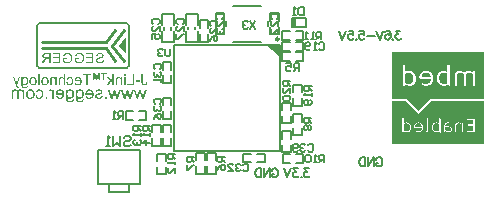
<source format=gbo>
%FSLAX24Y24*%
%MOIN*%
G70*
G01*
G75*
G04 Layer_Color=32896*
%ADD10R,0.0197X0.0236*%
%ADD11R,0.0217X0.0236*%
%ADD12R,0.0394X0.0335*%
%ADD13R,0.0236X0.0335*%
%ADD14R,0.0236X0.0217*%
%ADD15R,0.0315X0.0295*%
%ADD16R,0.0335X0.0256*%
%ADD17R,0.0236X0.0197*%
%ADD18R,0.0709X0.0394*%
%ADD19R,0.0177X0.0177*%
G04:AMPARAMS|DCode=20|XSize=47.2mil|YSize=43.3mil|CornerRadius=0mil|HoleSize=0mil|Usage=FLASHONLY|Rotation=45.000|XOffset=0mil|YOffset=0mil|HoleType=Round|Shape=Rectangle|*
%AMROTATEDRECTD20*
4,1,4,-0.0014,-0.0320,-0.0320,-0.0014,0.0014,0.0320,0.0320,0.0014,-0.0014,-0.0320,0.0*
%
%ADD20ROTATEDRECTD20*%

%ADD21R,0.0256X0.0197*%
%ADD22R,0.0197X0.0256*%
%ADD23O,0.0256X0.0079*%
%ADD24O,0.0079X0.0256*%
%ADD25R,0.1850X0.1850*%
%ADD26R,0.0571X0.0217*%
%ADD27R,0.0571X0.0217*%
%ADD28R,0.2560X0.0400*%
%ADD29R,0.2960X0.0600*%
G04:AMPARAMS|DCode=30|XSize=19.7mil|YSize=23.6mil|CornerRadius=0mil|HoleSize=0mil|Usage=FLASHONLY|Rotation=225.000|XOffset=0mil|YOffset=0mil|HoleType=Round|Shape=Rectangle|*
%AMROTATEDRECTD30*
4,1,4,-0.0014,0.0153,0.0153,-0.0014,0.0014,-0.0153,-0.0153,0.0014,-0.0014,0.0153,0.0*
%
%ADD30ROTATEDRECTD30*%

%ADD31C,0.0394*%
%ADD32R,0.0157X0.0197*%
%ADD33C,0.0150*%
%ADD34C,0.0060*%
%ADD35C,0.0050*%
%ADD36C,0.0100*%
%ADD37C,0.0080*%
%ADD38C,0.0070*%
%ADD39C,0.0090*%
%ADD40C,0.0200*%
%ADD41R,0.0680X0.0410*%
%ADD42C,0.0390*%
%ADD43C,0.0197*%
%ADD44C,0.0118*%
%ADD45C,0.0591*%
%ADD46C,0.0709*%
%ADD47C,0.0240*%
%ADD48C,0.0138*%
%ADD49C,0.0310*%
%ADD50R,0.0551X0.0413*%
%ADD51R,0.0472X0.0433*%
%ADD52C,0.0098*%
%ADD53C,0.0039*%
%ADD54C,0.0079*%
%ADD55C,0.0059*%
%ADD56R,0.0257X0.0296*%
%ADD57R,0.0277X0.0296*%
%ADD58R,0.0454X0.0395*%
%ADD59R,0.0296X0.0395*%
%ADD60R,0.0296X0.0277*%
%ADD61R,0.0375X0.0355*%
%ADD62R,0.0395X0.0316*%
%ADD63R,0.0296X0.0257*%
%ADD64R,0.0769X0.0454*%
%ADD65R,0.0237X0.0237*%
G04:AMPARAMS|DCode=66|XSize=53.2mil|YSize=49.3mil|CornerRadius=0mil|HoleSize=0mil|Usage=FLASHONLY|Rotation=45.000|XOffset=0mil|YOffset=0mil|HoleType=Round|Shape=Rectangle|*
%AMROTATEDRECTD66*
4,1,4,-0.0014,-0.0363,-0.0363,-0.0014,0.0014,0.0363,0.0363,0.0014,-0.0014,-0.0363,0.0*
%
%ADD66ROTATEDRECTD66*%

%ADD67R,0.0316X0.0257*%
%ADD68R,0.0257X0.0316*%
%ADD69O,0.0316X0.0139*%
%ADD70O,0.0139X0.0316*%
%ADD71R,0.1910X0.1910*%
%ADD72R,0.0631X0.0277*%
%ADD73R,0.0631X0.0277*%
%ADD74R,0.2620X0.0460*%
%ADD75R,0.3020X0.0660*%
G04:AMPARAMS|DCode=76|XSize=25.7mil|YSize=29.6mil|CornerRadius=0mil|HoleSize=0mil|Usage=FLASHONLY|Rotation=225.000|XOffset=0mil|YOffset=0mil|HoleType=Round|Shape=Rectangle|*
%AMROTATEDRECTD76*
4,1,4,-0.0014,0.0196,0.0196,-0.0014,0.0014,-0.0196,-0.0196,0.0014,-0.0014,0.0196,0.0*
%
%ADD76ROTATEDRECTD76*%

%ADD77C,0.0787*%
%ADD78R,0.0217X0.0257*%
%ADD79C,0.0450*%
%ADD80C,0.0651*%
%ADD81C,0.0769*%
%ADD82C,0.0198*%
%ADD83C,0.0370*%
%ADD84R,0.0611X0.0473*%
%ADD85R,0.0532X0.0493*%
%ADD86C,0.0003*%
%ADD87C,0.0110*%
G36*
X3672Y3569D02*
X3627D01*
Y3674D01*
X3596Y3704D01*
X3508Y3569D01*
X3452D01*
X3564Y3735D01*
X3463Y3834D01*
X3521D01*
X3627Y3726D01*
Y3934D01*
X3672D01*
Y3569D01*
D02*
G37*
G36*
X4069Y3883D02*
X4024D01*
Y3934D01*
X4069D01*
Y3883D01*
D02*
G37*
G36*
X4540Y3679D02*
X4402D01*
Y3724D01*
X4540D01*
Y3679D01*
D02*
G37*
G36*
X4069Y3569D02*
X4024D01*
Y3834D01*
X4069D01*
Y3569D01*
D02*
G37*
G36*
X4349D02*
X4121D01*
Y3612D01*
X4300D01*
Y3934D01*
X4349D01*
Y3569D01*
D02*
G37*
G36*
X905Y3428D02*
X915Y3427D01*
X924Y3426D01*
X934Y3423D01*
X942Y3421D01*
X950Y3418D01*
X957Y3415D01*
X964Y3412D01*
X970Y3409D01*
X975Y3406D01*
X980Y3403D01*
X984Y3400D01*
X987Y3398D01*
X989Y3397D01*
X990Y3395D01*
X991Y3395D01*
X999Y3387D01*
X1006Y3378D01*
X1012Y3368D01*
X1018Y3358D01*
X1022Y3348D01*
X1026Y3337D01*
X1029Y3327D01*
X1032Y3316D01*
X1034Y3307D01*
X1035Y3298D01*
X1036Y3290D01*
X1037Y3283D01*
Y3277D01*
X1038Y3273D01*
Y3270D01*
Y3269D01*
X1037Y3255D01*
X1036Y3241D01*
X1034Y3229D01*
X1032Y3218D01*
X1028Y3207D01*
X1025Y3197D01*
X1022Y3189D01*
X1018Y3180D01*
X1014Y3173D01*
X1011Y3167D01*
X1007Y3162D01*
X1004Y3158D01*
X1002Y3155D01*
X1000Y3152D01*
X999Y3151D01*
X998Y3150D01*
X990Y3143D01*
X982Y3137D01*
X974Y3131D01*
X965Y3126D01*
X956Y3123D01*
X948Y3119D01*
X940Y3117D01*
X931Y3114D01*
X924Y3113D01*
X917Y3112D01*
X911Y3110D01*
X905Y3110D01*
X901D01*
X897Y3109D01*
X895D01*
X880Y3110D01*
X866Y3112D01*
X853Y3115D01*
X843Y3119D01*
X834Y3122D01*
X830Y3124D01*
X827Y3125D01*
X824Y3126D01*
X823Y3128D01*
X821Y3128D01*
X821D01*
X809Y3136D01*
X798Y3144D01*
X790Y3153D01*
X782Y3161D01*
X776Y3169D01*
X773Y3175D01*
X771Y3177D01*
X770Y3179D01*
X769Y3180D01*
Y3180D01*
X766Y3187D01*
X763Y3194D01*
X759Y3210D01*
X755Y3225D01*
X753Y3240D01*
X753Y3246D01*
X752Y3253D01*
X752Y3258D01*
X751Y3263D01*
Y3268D01*
Y3271D01*
Y3273D01*
Y3273D01*
X752Y3286D01*
X753Y3299D01*
X755Y3311D01*
X757Y3322D01*
X760Y3332D01*
X764Y3341D01*
X768Y3350D01*
X771Y3357D01*
X775Y3364D01*
X779Y3370D01*
X782Y3376D01*
X785Y3379D01*
X787Y3383D01*
X790Y3386D01*
X791Y3387D01*
X791Y3387D01*
X799Y3394D01*
X807Y3401D01*
X815Y3406D01*
X824Y3411D01*
X833Y3415D01*
X842Y3419D01*
X850Y3422D01*
X858Y3424D01*
X865Y3426D01*
X873Y3427D01*
X879Y3428D01*
X884Y3428D01*
X889Y3429D01*
X895D01*
X905Y3428D01*
D02*
G37*
G36*
X3432Y3116D02*
X3373D01*
Y3175D01*
X3432D01*
Y3116D01*
D02*
G37*
G36*
X1204Y3428D02*
X1218Y3426D01*
X1231Y3423D01*
X1241Y3420D01*
X1250Y3416D01*
X1254Y3415D01*
X1257Y3413D01*
X1260Y3412D01*
X1261Y3411D01*
X1263Y3410D01*
X1263D01*
X1275Y3403D01*
X1285Y3394D01*
X1294Y3384D01*
X1301Y3375D01*
X1306Y3367D01*
X1310Y3360D01*
X1312Y3358D01*
X1313Y3356D01*
X1313Y3355D01*
Y3354D01*
X1319Y3340D01*
X1323Y3325D01*
X1325Y3311D01*
X1327Y3297D01*
X1328Y3291D01*
Y3285D01*
X1329Y3280D01*
X1329Y3276D01*
Y3273D01*
Y3270D01*
Y3268D01*
Y3268D01*
X1329Y3254D01*
X1327Y3241D01*
X1326Y3229D01*
X1323Y3217D01*
X1320Y3207D01*
X1317Y3197D01*
X1314Y3188D01*
X1310Y3180D01*
X1307Y3173D01*
X1303Y3167D01*
X1300Y3162D01*
X1297Y3158D01*
X1294Y3155D01*
X1293Y3152D01*
X1292Y3151D01*
X1291Y3150D01*
X1284Y3143D01*
X1276Y3137D01*
X1268Y3131D01*
X1259Y3126D01*
X1251Y3123D01*
X1243Y3119D01*
X1235Y3117D01*
X1227Y3114D01*
X1219Y3113D01*
X1213Y3112D01*
X1206Y3110D01*
X1201Y3110D01*
X1197D01*
X1193Y3109D01*
X1191D01*
X1181Y3110D01*
X1172Y3110D01*
X1156Y3114D01*
X1142Y3119D01*
X1136Y3122D01*
X1129Y3124D01*
X1125Y3126D01*
X1120Y3129D01*
X1116Y3132D01*
X1112Y3134D01*
X1110Y3136D01*
X1108Y3137D01*
X1107Y3138D01*
X1106Y3139D01*
X1100Y3145D01*
X1094Y3151D01*
X1089Y3157D01*
X1085Y3164D01*
X1077Y3178D01*
X1072Y3191D01*
X1070Y3197D01*
X1067Y3203D01*
X1066Y3208D01*
X1065Y3212D01*
X1064Y3216D01*
X1063Y3219D01*
X1063Y3221D01*
Y3221D01*
X1114Y3228D01*
X1117Y3214D01*
X1121Y3203D01*
X1125Y3193D01*
X1129Y3185D01*
X1133Y3179D01*
X1137Y3174D01*
X1139Y3172D01*
X1140Y3170D01*
X1149Y3164D01*
X1157Y3160D01*
X1165Y3157D01*
X1173Y3155D01*
X1181Y3153D01*
X1186Y3153D01*
X1188Y3152D01*
X1191D01*
X1198Y3153D01*
X1205Y3153D01*
X1217Y3157D01*
X1227Y3161D01*
X1236Y3166D01*
X1243Y3171D01*
X1248Y3175D01*
X1252Y3179D01*
X1252Y3179D01*
X1253Y3180D01*
X1257Y3185D01*
X1260Y3192D01*
X1266Y3206D01*
X1270Y3221D01*
X1273Y3235D01*
X1274Y3242D01*
X1275Y3249D01*
X1275Y3254D01*
Y3260D01*
X1276Y3263D01*
Y3267D01*
Y3269D01*
Y3269D01*
X1275Y3280D01*
X1275Y3291D01*
X1274Y3300D01*
X1272Y3309D01*
X1270Y3317D01*
X1268Y3324D01*
X1266Y3331D01*
X1264Y3337D01*
X1261Y3341D01*
X1259Y3346D01*
X1257Y3350D01*
X1255Y3352D01*
X1254Y3355D01*
X1253Y3357D01*
X1252Y3357D01*
Y3358D01*
X1247Y3363D01*
X1242Y3367D01*
X1237Y3371D01*
X1231Y3374D01*
X1221Y3379D01*
X1211Y3383D01*
X1202Y3384D01*
X1198Y3385D01*
X1195Y3386D01*
X1192Y3386D01*
X1188D01*
X1179Y3386D01*
X1171Y3384D01*
X1163Y3381D01*
X1156Y3378D01*
X1151Y3375D01*
X1148Y3373D01*
X1145Y3371D01*
X1144Y3370D01*
X1138Y3363D01*
X1133Y3356D01*
X1128Y3349D01*
X1125Y3341D01*
X1122Y3335D01*
X1120Y3329D01*
X1119Y3327D01*
Y3326D01*
X1118Y3325D01*
Y3324D01*
X1068Y3332D01*
X1072Y3349D01*
X1078Y3363D01*
X1085Y3375D01*
X1092Y3386D01*
X1095Y3389D01*
X1099Y3393D01*
X1101Y3397D01*
X1104Y3399D01*
X1106Y3401D01*
X1107Y3403D01*
X1109Y3403D01*
X1109Y3404D01*
X1115Y3408D01*
X1122Y3412D01*
X1135Y3419D01*
X1149Y3423D01*
X1161Y3426D01*
X1167Y3427D01*
X1172Y3428D01*
X1177Y3428D01*
X1182D01*
X1185Y3429D01*
X1190D01*
X1204Y3428D01*
D02*
G37*
G36*
X1569D02*
X1575Y3427D01*
X1581Y3426D01*
X1586Y3424D01*
X1590Y3422D01*
X1593Y3420D01*
X1595Y3419D01*
X1596Y3419D01*
X1601Y3414D01*
X1607Y3408D01*
X1613Y3400D01*
X1618Y3393D01*
X1622Y3386D01*
X1626Y3381D01*
X1627Y3378D01*
X1628Y3377D01*
X1628Y3376D01*
Y3422D01*
X1675D01*
Y3116D01*
X1623D01*
Y3275D01*
X1623Y3288D01*
X1622Y3299D01*
X1621Y3309D01*
X1619Y3318D01*
X1618Y3326D01*
X1616Y3331D01*
X1616Y3333D01*
Y3335D01*
X1615Y3335D01*
Y3336D01*
X1612Y3343D01*
X1610Y3348D01*
X1606Y3353D01*
X1603Y3357D01*
X1600Y3360D01*
X1598Y3363D01*
X1596Y3364D01*
X1596Y3365D01*
X1590Y3368D01*
X1585Y3371D01*
X1580Y3372D01*
X1576Y3374D01*
X1571Y3374D01*
X1568Y3375D01*
X1565D01*
X1558Y3374D01*
X1551Y3373D01*
X1544Y3372D01*
X1539Y3370D01*
X1534Y3367D01*
X1530Y3366D01*
X1528Y3365D01*
X1527Y3364D01*
X1508Y3412D01*
X1519Y3417D01*
X1528Y3422D01*
X1538Y3425D01*
X1546Y3427D01*
X1552Y3428D01*
X1558Y3429D01*
X1562D01*
X1569Y3428D01*
D02*
G37*
G36*
X3200Y3428D02*
X3207Y3427D01*
X3214Y3426D01*
X3220Y3425D01*
X3224Y3423D01*
X3227Y3423D01*
X3228Y3422D01*
X3235Y3420D01*
X3241Y3417D01*
X3248Y3415D01*
X3252Y3412D01*
X3256Y3411D01*
X3259Y3409D01*
X3260Y3408D01*
X3261Y3408D01*
X3266Y3403D01*
X3271Y3398D01*
X3276Y3393D01*
X3279Y3389D01*
X3282Y3384D01*
X3284Y3381D01*
X3285Y3379D01*
X3286Y3378D01*
X3289Y3372D01*
X3292Y3365D01*
X3293Y3359D01*
X3294Y3353D01*
X3295Y3348D01*
X3295Y3344D01*
Y3341D01*
Y3340D01*
X3295Y3332D01*
X3294Y3324D01*
X3292Y3317D01*
X3290Y3311D01*
X3288Y3306D01*
X3286Y3302D01*
X3285Y3300D01*
X3284Y3299D01*
X3279Y3293D01*
X3274Y3287D01*
X3268Y3282D01*
X3263Y3278D01*
X3259Y3275D01*
X3255Y3273D01*
X3252Y3271D01*
X3251Y3271D01*
X3246Y3268D01*
X3241Y3267D01*
X3235Y3264D01*
X3229Y3262D01*
X3216Y3258D01*
X3203Y3254D01*
X3191Y3251D01*
X3185Y3249D01*
X3181Y3248D01*
X3177Y3247D01*
X3174Y3246D01*
X3172Y3245D01*
X3172D01*
X3164Y3244D01*
X3157Y3241D01*
X3151Y3240D01*
X3145Y3238D01*
X3140Y3236D01*
X3136Y3235D01*
X3133Y3234D01*
X3129Y3233D01*
X3124Y3231D01*
X3120Y3229D01*
X3119Y3229D01*
X3118Y3228D01*
X3113Y3224D01*
X3109Y3219D01*
X3107Y3215D01*
X3105Y3211D01*
X3103Y3207D01*
X3103Y3203D01*
Y3201D01*
Y3201D01*
X3103Y3194D01*
X3106Y3187D01*
X3108Y3181D01*
X3112Y3176D01*
X3115Y3172D01*
X3118Y3169D01*
X3120Y3167D01*
X3120Y3167D01*
X3128Y3162D01*
X3136Y3158D01*
X3145Y3156D01*
X3153Y3154D01*
X3162Y3153D01*
X3168Y3152D01*
X3174D01*
X3186Y3153D01*
X3197Y3155D01*
X3207Y3157D01*
X3215Y3161D01*
X3221Y3163D01*
X3226Y3166D01*
X3228Y3168D01*
X3229Y3168D01*
X3236Y3175D01*
X3241Y3183D01*
X3245Y3190D01*
X3249Y3198D01*
X3251Y3205D01*
X3252Y3211D01*
X3252Y3213D01*
X3253Y3214D01*
Y3215D01*
Y3216D01*
X3304Y3207D01*
X3303Y3198D01*
X3300Y3190D01*
X3298Y3183D01*
X3294Y3175D01*
X3292Y3169D01*
X3288Y3163D01*
X3284Y3157D01*
X3281Y3152D01*
X3278Y3148D01*
X3275Y3144D01*
X3272Y3141D01*
X3270Y3138D01*
X3267Y3136D01*
X3266Y3135D01*
X3265Y3134D01*
X3265Y3134D01*
X3259Y3129D01*
X3251Y3126D01*
X3237Y3120D01*
X3222Y3115D01*
X3207Y3113D01*
X3200Y3112D01*
X3194Y3110D01*
X3188Y3110D01*
X3183D01*
X3179Y3109D01*
X3173D01*
X3160Y3110D01*
X3148Y3111D01*
X3137Y3113D01*
X3128Y3115D01*
X3120Y3118D01*
X3114Y3120D01*
X3112Y3120D01*
X3110Y3121D01*
X3109Y3122D01*
X3109D01*
X3099Y3126D01*
X3090Y3133D01*
X3083Y3138D01*
X3076Y3144D01*
X3072Y3149D01*
X3068Y3153D01*
X3065Y3156D01*
X3065Y3157D01*
X3060Y3165D01*
X3056Y3174D01*
X3053Y3183D01*
X3051Y3190D01*
X3050Y3197D01*
X3050Y3202D01*
Y3205D01*
Y3206D01*
Y3206D01*
X3050Y3216D01*
X3052Y3224D01*
X3053Y3232D01*
X3056Y3238D01*
X3058Y3243D01*
X3060Y3247D01*
X3062Y3250D01*
X3062Y3250D01*
X3067Y3257D01*
X3073Y3262D01*
X3079Y3267D01*
X3084Y3271D01*
X3089Y3274D01*
X3093Y3276D01*
X3096Y3277D01*
X3097Y3278D01*
X3101Y3279D01*
X3106Y3282D01*
X3118Y3285D01*
X3130Y3289D01*
X3143Y3293D01*
X3155Y3296D01*
X3160Y3298D01*
X3164Y3299D01*
X3168Y3300D01*
X3171Y3301D01*
X3173Y3301D01*
X3173D01*
X3180Y3303D01*
X3186Y3305D01*
X3191Y3306D01*
X3196Y3308D01*
X3201Y3309D01*
X3205Y3310D01*
X3211Y3312D01*
X3215Y3313D01*
X3218Y3314D01*
X3219Y3315D01*
X3219D01*
X3224Y3317D01*
X3228Y3319D01*
X3232Y3321D01*
X3234Y3323D01*
X3237Y3326D01*
X3238Y3327D01*
X3239Y3328D01*
X3239Y3328D01*
X3241Y3332D01*
X3243Y3335D01*
X3245Y3340D01*
Y3343D01*
X3245Y3345D01*
Y3346D01*
Y3346D01*
X3245Y3352D01*
X3243Y3357D01*
X3240Y3362D01*
X3238Y3366D01*
X3235Y3370D01*
X3233Y3372D01*
X3231Y3373D01*
X3230Y3374D01*
X3224Y3378D01*
X3216Y3381D01*
X3207Y3383D01*
X3199Y3384D01*
X3191Y3386D01*
X3185Y3386D01*
X3179D01*
X3168Y3386D01*
X3159Y3384D01*
X3151Y3382D01*
X3144Y3379D01*
X3139Y3377D01*
X3135Y3374D01*
X3133Y3373D01*
X3132Y3372D01*
X3127Y3367D01*
X3122Y3361D01*
X3118Y3355D01*
X3116Y3349D01*
X3114Y3344D01*
X3113Y3340D01*
X3112Y3337D01*
Y3336D01*
X3061Y3343D01*
X3063Y3354D01*
X3066Y3363D01*
X3069Y3371D01*
X3072Y3377D01*
X3075Y3383D01*
X3077Y3387D01*
X3079Y3389D01*
X3079Y3390D01*
X3085Y3397D01*
X3091Y3402D01*
X3098Y3407D01*
X3105Y3411D01*
X3111Y3414D01*
X3116Y3417D01*
X3119Y3418D01*
X3119Y3419D01*
X3120D01*
X3130Y3422D01*
X3141Y3425D01*
X3152Y3426D01*
X3161Y3428D01*
X3170Y3428D01*
X3173D01*
X3177Y3429D01*
X3191D01*
X3200Y3428D01*
D02*
G37*
G36*
X1463Y3116D02*
X1403D01*
Y3175D01*
X1463D01*
Y3116D01*
D02*
G37*
G36*
X3841Y3839D02*
X3851Y3837D01*
X3859Y3835D01*
X3867Y3833D01*
X3875Y3829D01*
X3882Y3826D01*
X3888Y3822D01*
X3894Y3817D01*
X3899Y3813D01*
X3903Y3809D01*
X3906Y3806D01*
X3910Y3802D01*
X3912Y3800D01*
X3914Y3797D01*
X3915Y3796D01*
X3915Y3796D01*
Y3834D01*
X3955D01*
Y3569D01*
X3911D01*
Y3713D01*
X3910Y3722D01*
X3910Y3731D01*
X3909Y3738D01*
X3907Y3745D01*
X3906Y3751D01*
X3904Y3757D01*
X3902Y3762D01*
X3900Y3767D01*
X3898Y3770D01*
X3897Y3773D01*
X3895Y3776D01*
X3894Y3778D01*
X3892Y3780D01*
X3891Y3781D01*
X3890Y3782D01*
X3882Y3788D01*
X3874Y3793D01*
X3865Y3796D01*
X3858Y3798D01*
X3851Y3799D01*
X3845Y3800D01*
X3843Y3800D01*
X3840D01*
X3834Y3800D01*
X3828Y3799D01*
X3823Y3797D01*
X3819Y3796D01*
X3815Y3795D01*
X3812Y3793D01*
X3810Y3792D01*
X3810Y3792D01*
X3805Y3788D01*
X3801Y3785D01*
X3798Y3781D01*
X3795Y3778D01*
X3793Y3775D01*
X3792Y3772D01*
X3791Y3770D01*
Y3770D01*
X3789Y3764D01*
X3788Y3758D01*
X3787Y3751D01*
X3786Y3745D01*
Y3739D01*
X3785Y3734D01*
Y3732D01*
Y3731D01*
Y3730D01*
Y3730D01*
Y3569D01*
X3741D01*
Y3731D01*
Y3742D01*
X3741Y3751D01*
X3742Y3759D01*
X3742Y3765D01*
X3743Y3769D01*
X3743Y3772D01*
X3744Y3774D01*
Y3775D01*
X3745Y3782D01*
X3747Y3788D01*
X3750Y3794D01*
X3752Y3798D01*
X3754Y3803D01*
X3756Y3806D01*
X3757Y3807D01*
X3757Y3808D01*
X3762Y3813D01*
X3766Y3817D01*
X3771Y3821D01*
X3776Y3824D01*
X3781Y3827D01*
X3784Y3829D01*
X3786Y3830D01*
X3787Y3830D01*
X3795Y3833D01*
X3802Y3835D01*
X3810Y3837D01*
X3817Y3838D01*
X3823Y3839D01*
X3827Y3839D01*
X3831D01*
X3841Y3839D01*
D02*
G37*
G36*
X1657D02*
X1666Y3837D01*
X1675Y3835D01*
X1683Y3833D01*
X1691Y3829D01*
X1697Y3826D01*
X1703Y3822D01*
X1709Y3817D01*
X1714Y3813D01*
X1719Y3809D01*
X1722Y3806D01*
X1725Y3802D01*
X1728Y3800D01*
X1729Y3797D01*
X1730Y3796D01*
X1730Y3796D01*
Y3834D01*
X1771D01*
Y3569D01*
X1726D01*
Y3713D01*
X1726Y3722D01*
X1725Y3731D01*
X1724Y3738D01*
X1723Y3745D01*
X1721Y3751D01*
X1720Y3757D01*
X1718Y3762D01*
X1716Y3767D01*
X1714Y3770D01*
X1712Y3773D01*
X1711Y3776D01*
X1709Y3778D01*
X1708Y3780D01*
X1707Y3781D01*
X1706Y3782D01*
X1698Y3788D01*
X1689Y3793D01*
X1681Y3796D01*
X1673Y3798D01*
X1666Y3799D01*
X1661Y3800D01*
X1659Y3800D01*
X1656D01*
X1650Y3800D01*
X1644Y3799D01*
X1638Y3797D01*
X1634Y3796D01*
X1630Y3795D01*
X1627Y3793D01*
X1626Y3792D01*
X1625Y3792D01*
X1620Y3788D01*
X1616Y3785D01*
X1613Y3781D01*
X1611Y3778D01*
X1609Y3775D01*
X1607Y3772D01*
X1607Y3770D01*
Y3770D01*
X1605Y3764D01*
X1603Y3758D01*
X1602Y3751D01*
X1601Y3745D01*
Y3739D01*
X1601Y3734D01*
Y3732D01*
Y3731D01*
Y3730D01*
Y3730D01*
Y3569D01*
X1556D01*
Y3731D01*
Y3742D01*
X1557Y3751D01*
X1557Y3759D01*
X1558Y3765D01*
X1558Y3769D01*
X1559Y3772D01*
X1559Y3774D01*
Y3775D01*
X1561Y3782D01*
X1563Y3788D01*
X1565Y3794D01*
X1567Y3798D01*
X1569Y3803D01*
X1571Y3806D01*
X1572Y3807D01*
X1573Y3808D01*
X1577Y3813D01*
X1582Y3817D01*
X1587Y3821D01*
X1591Y3824D01*
X1596Y3827D01*
X1599Y3829D01*
X1602Y3830D01*
X1603Y3830D01*
X1610Y3833D01*
X1618Y3835D01*
X1626Y3837D01*
X1632Y3838D01*
X1638Y3839D01*
X1643Y3839D01*
X1647D01*
X1657Y3839D01*
D02*
G37*
G36*
X2927Y3891D02*
X2806D01*
Y3569D01*
X2758D01*
Y3891D01*
X2638D01*
Y3934D01*
X2927D01*
Y3891D01*
D02*
G37*
G36*
X1205Y3569D02*
X1160D01*
Y3934D01*
X1205D01*
Y3569D01*
D02*
G37*
G36*
X992Y3839D02*
X1001Y3838D01*
X1009Y3836D01*
X1017Y3835D01*
X1024Y3833D01*
X1031Y3830D01*
X1037Y3827D01*
X1043Y3825D01*
X1048Y3822D01*
X1053Y3819D01*
X1057Y3816D01*
X1060Y3815D01*
X1063Y3813D01*
X1065Y3811D01*
X1066Y3810D01*
X1066Y3810D01*
X1074Y3803D01*
X1080Y3795D01*
X1085Y3787D01*
X1090Y3778D01*
X1094Y3769D01*
X1097Y3760D01*
X1100Y3751D01*
X1102Y3742D01*
X1103Y3734D01*
X1104Y3726D01*
X1105Y3719D01*
X1106Y3713D01*
Y3708D01*
X1107Y3704D01*
Y3702D01*
Y3701D01*
X1106Y3689D01*
X1105Y3677D01*
X1103Y3667D01*
X1102Y3657D01*
X1099Y3647D01*
X1096Y3639D01*
X1093Y3632D01*
X1090Y3625D01*
X1086Y3618D01*
X1084Y3613D01*
X1081Y3609D01*
X1078Y3605D01*
X1076Y3602D01*
X1074Y3600D01*
X1073Y3599D01*
X1073Y3598D01*
X1066Y3592D01*
X1059Y3587D01*
X1052Y3582D01*
X1044Y3578D01*
X1037Y3575D01*
X1029Y3572D01*
X1022Y3569D01*
X1015Y3568D01*
X1008Y3566D01*
X1002Y3565D01*
X997Y3564D01*
X992Y3564D01*
X989D01*
X986Y3563D01*
X983D01*
X970Y3564D01*
X959Y3566D01*
X948Y3569D01*
X939Y3571D01*
X931Y3574D01*
X927Y3576D01*
X925Y3577D01*
X923Y3578D01*
X921Y3579D01*
X920Y3579D01*
X920D01*
X909Y3586D01*
X900Y3593D01*
X893Y3601D01*
X886Y3608D01*
X881Y3615D01*
X878Y3620D01*
X876Y3622D01*
X875Y3623D01*
X875Y3624D01*
Y3625D01*
X872Y3630D01*
X870Y3636D01*
X866Y3650D01*
X863Y3663D01*
X861Y3676D01*
X861Y3682D01*
X860Y3687D01*
X860Y3692D01*
X859Y3696D01*
Y3700D01*
Y3702D01*
Y3704D01*
Y3705D01*
X860Y3716D01*
X861Y3727D01*
X863Y3737D01*
X865Y3747D01*
X867Y3756D01*
X870Y3764D01*
X874Y3771D01*
X876Y3778D01*
X880Y3783D01*
X883Y3788D01*
X886Y3793D01*
X889Y3797D01*
X891Y3799D01*
X893Y3802D01*
X894Y3803D01*
X894Y3803D01*
X901Y3809D01*
X908Y3815D01*
X915Y3820D01*
X923Y3824D01*
X930Y3827D01*
X938Y3830D01*
X945Y3833D01*
X951Y3835D01*
X958Y3836D01*
X964Y3837D01*
X970Y3838D01*
X974Y3839D01*
X978Y3839D01*
X983D01*
X992Y3839D01*
D02*
G37*
G36*
X1389D02*
X1398Y3838D01*
X1406Y3836D01*
X1414Y3835D01*
X1421Y3833D01*
X1428Y3830D01*
X1435Y3827D01*
X1440Y3825D01*
X1445Y3822D01*
X1450Y3819D01*
X1454Y3816D01*
X1457Y3815D01*
X1460Y3813D01*
X1462Y3811D01*
X1463Y3810D01*
X1464Y3810D01*
X1471Y3803D01*
X1477Y3795D01*
X1482Y3787D01*
X1487Y3778D01*
X1491Y3769D01*
X1494Y3760D01*
X1497Y3751D01*
X1499Y3742D01*
X1501Y3734D01*
X1502Y3726D01*
X1502Y3719D01*
X1503Y3713D01*
Y3708D01*
X1504Y3704D01*
Y3702D01*
Y3701D01*
X1503Y3689D01*
X1502Y3677D01*
X1501Y3667D01*
X1499Y3657D01*
X1496Y3647D01*
X1493Y3639D01*
X1490Y3632D01*
X1487Y3625D01*
X1483Y3618D01*
X1481Y3613D01*
X1478Y3609D01*
X1475Y3605D01*
X1473Y3602D01*
X1471Y3600D01*
X1470Y3599D01*
X1470Y3598D01*
X1463Y3592D01*
X1456Y3587D01*
X1449Y3582D01*
X1441Y3578D01*
X1434Y3575D01*
X1426Y3572D01*
X1419Y3569D01*
X1412Y3568D01*
X1406Y3566D01*
X1399Y3565D01*
X1394Y3564D01*
X1389Y3564D01*
X1386D01*
X1383Y3563D01*
X1380D01*
X1368Y3564D01*
X1356Y3566D01*
X1345Y3569D01*
X1336Y3571D01*
X1328Y3574D01*
X1324Y3576D01*
X1322Y3577D01*
X1320Y3578D01*
X1318Y3579D01*
X1317Y3579D01*
X1317D01*
X1306Y3586D01*
X1297Y3593D01*
X1290Y3601D01*
X1284Y3608D01*
X1278Y3615D01*
X1275Y3620D01*
X1274Y3622D01*
X1273Y3623D01*
X1272Y3624D01*
Y3625D01*
X1269Y3630D01*
X1267Y3636D01*
X1263Y3650D01*
X1260Y3663D01*
X1258Y3676D01*
X1258Y3682D01*
X1257Y3687D01*
X1257Y3692D01*
X1256Y3696D01*
Y3700D01*
Y3702D01*
Y3704D01*
Y3705D01*
X1257Y3716D01*
X1258Y3727D01*
X1260Y3737D01*
X1262Y3747D01*
X1265Y3756D01*
X1267Y3764D01*
X1271Y3771D01*
X1274Y3778D01*
X1277Y3783D01*
X1280Y3788D01*
X1283Y3793D01*
X1286Y3797D01*
X1288Y3799D01*
X1290Y3802D01*
X1291Y3803D01*
X1291Y3803D01*
X1298Y3809D01*
X1305Y3815D01*
X1312Y3820D01*
X1320Y3824D01*
X1327Y3827D01*
X1335Y3830D01*
X1342Y3833D01*
X1349Y3835D01*
X1355Y3836D01*
X1361Y3837D01*
X1367Y3838D01*
X1371Y3839D01*
X1375Y3839D01*
X1380D01*
X1389Y3839D01*
D02*
G37*
G36*
X2215D02*
X2227Y3837D01*
X2238Y3834D01*
X2247Y3831D01*
X2255Y3828D01*
X2258Y3827D01*
X2261Y3826D01*
X2263Y3825D01*
X2264Y3824D01*
X2265Y3823D01*
X2266D01*
X2276Y3816D01*
X2285Y3809D01*
X2292Y3801D01*
X2298Y3793D01*
X2303Y3786D01*
X2306Y3780D01*
X2308Y3778D01*
X2309Y3776D01*
X2309Y3775D01*
Y3775D01*
X2314Y3762D01*
X2317Y3749D01*
X2319Y3737D01*
X2321Y3725D01*
X2322Y3720D01*
Y3715D01*
X2322Y3711D01*
X2323Y3707D01*
Y3704D01*
Y3702D01*
Y3701D01*
Y3700D01*
X2322Y3688D01*
X2321Y3677D01*
X2320Y3666D01*
X2318Y3656D01*
X2315Y3647D01*
X2312Y3639D01*
X2310Y3631D01*
X2306Y3625D01*
X2303Y3618D01*
X2300Y3613D01*
X2298Y3609D01*
X2295Y3605D01*
X2293Y3602D01*
X2291Y3600D01*
X2291Y3599D01*
X2290Y3598D01*
X2284Y3592D01*
X2277Y3587D01*
X2270Y3582D01*
X2262Y3578D01*
X2255Y3575D01*
X2248Y3572D01*
X2241Y3569D01*
X2234Y3568D01*
X2228Y3566D01*
X2222Y3565D01*
X2217Y3564D01*
X2212Y3564D01*
X2208D01*
X2205Y3563D01*
X2203D01*
X2195Y3564D01*
X2187Y3564D01*
X2174Y3567D01*
X2161Y3571D01*
X2156Y3574D01*
X2150Y3576D01*
X2146Y3578D01*
X2142Y3580D01*
X2139Y3583D01*
X2136Y3585D01*
X2133Y3586D01*
X2132Y3588D01*
X2131Y3588D01*
X2130Y3588D01*
X2125Y3594D01*
X2120Y3599D01*
X2116Y3605D01*
X2112Y3610D01*
X2105Y3622D01*
X2101Y3634D01*
X2099Y3639D01*
X2097Y3644D01*
X2096Y3648D01*
X2094Y3652D01*
X2094Y3655D01*
X2093Y3658D01*
X2093Y3659D01*
Y3660D01*
X2137Y3666D01*
X2139Y3654D01*
X2143Y3644D01*
X2147Y3636D01*
X2150Y3628D01*
X2154Y3623D01*
X2157Y3619D01*
X2159Y3617D01*
X2160Y3616D01*
X2167Y3611D01*
X2174Y3607D01*
X2181Y3604D01*
X2188Y3602D01*
X2195Y3601D01*
X2199Y3601D01*
X2201Y3600D01*
X2204D01*
X2210Y3601D01*
X2215Y3601D01*
X2226Y3604D01*
X2235Y3608D01*
X2243Y3612D01*
X2249Y3616D01*
X2253Y3620D01*
X2256Y3623D01*
X2256Y3624D01*
X2257Y3624D01*
X2260Y3629D01*
X2263Y3635D01*
X2268Y3646D01*
X2272Y3659D01*
X2274Y3672D01*
X2275Y3678D01*
X2276Y3683D01*
X2276Y3688D01*
Y3693D01*
X2277Y3696D01*
Y3699D01*
Y3701D01*
Y3702D01*
X2276Y3711D01*
X2276Y3720D01*
X2275Y3728D01*
X2273Y3736D01*
X2272Y3742D01*
X2270Y3749D01*
X2268Y3754D01*
X2266Y3759D01*
X2264Y3764D01*
X2262Y3768D01*
X2261Y3771D01*
X2259Y3773D01*
X2258Y3776D01*
X2257Y3777D01*
X2256Y3778D01*
Y3778D01*
X2252Y3782D01*
X2247Y3786D01*
X2243Y3789D01*
X2238Y3792D01*
X2229Y3797D01*
X2221Y3799D01*
X2213Y3801D01*
X2210Y3801D01*
X2207Y3802D01*
X2205Y3802D01*
X2201D01*
X2193Y3802D01*
X2186Y3800D01*
X2179Y3798D01*
X2174Y3796D01*
X2169Y3793D01*
X2166Y3791D01*
X2164Y3789D01*
X2163Y3788D01*
X2158Y3783D01*
X2153Y3777D01*
X2149Y3770D01*
X2146Y3764D01*
X2144Y3758D01*
X2142Y3753D01*
X2141Y3751D01*
Y3750D01*
X2141Y3749D01*
Y3749D01*
X2097Y3756D01*
X2101Y3770D01*
X2106Y3782D01*
X2112Y3793D01*
X2118Y3802D01*
X2121Y3805D01*
X2124Y3808D01*
X2126Y3811D01*
X2129Y3814D01*
X2130Y3815D01*
X2131Y3816D01*
X2132Y3817D01*
X2133Y3817D01*
X2138Y3821D01*
X2144Y3825D01*
X2155Y3830D01*
X2167Y3834D01*
X2178Y3836D01*
X2183Y3837D01*
X2187Y3838D01*
X2192Y3839D01*
X2196D01*
X2198Y3839D01*
X2203D01*
X2215Y3839D01*
D02*
G37*
G36*
X2054Y3569D02*
X2010D01*
Y3713D01*
X2009Y3724D01*
X2009Y3734D01*
X2007Y3743D01*
X2006Y3749D01*
X2005Y3755D01*
X2004Y3759D01*
X2003Y3761D01*
X2003Y3762D01*
X1999Y3769D01*
X1996Y3774D01*
X1991Y3779D01*
X1987Y3783D01*
X1984Y3786D01*
X1980Y3788D01*
X1978Y3790D01*
X1977Y3790D01*
X1971Y3794D01*
X1964Y3797D01*
X1958Y3798D01*
X1952Y3799D01*
X1948Y3800D01*
X1944Y3801D01*
X1940D01*
X1931Y3800D01*
X1923Y3798D01*
X1916Y3796D01*
X1910Y3793D01*
X1905Y3790D01*
X1902Y3787D01*
X1900Y3786D01*
X1899Y3785D01*
X1894Y3778D01*
X1891Y3771D01*
X1888Y3763D01*
X1886Y3755D01*
X1885Y3748D01*
X1885Y3744D01*
X1884Y3742D01*
Y3740D01*
Y3738D01*
Y3737D01*
Y3736D01*
Y3569D01*
X1840D01*
Y3736D01*
X1840Y3750D01*
X1841Y3762D01*
X1843Y3772D01*
X1844Y3780D01*
X1846Y3787D01*
X1848Y3792D01*
X1849Y3795D01*
X1849Y3796D01*
X1854Y3803D01*
X1858Y3809D01*
X1863Y3815D01*
X1868Y3819D01*
X1873Y3823D01*
X1877Y3826D01*
X1880Y3827D01*
X1880Y3827D01*
X1881D01*
X1889Y3831D01*
X1898Y3834D01*
X1906Y3836D01*
X1914Y3838D01*
X1920Y3839D01*
X1926Y3839D01*
X1931D01*
X1939Y3839D01*
X1948Y3838D01*
X1956Y3836D01*
X1964Y3834D01*
X1970Y3831D01*
X1977Y3828D01*
X1983Y3825D01*
X1988Y3821D01*
X1993Y3817D01*
X1997Y3814D01*
X2001Y3811D01*
X2004Y3808D01*
X2006Y3806D01*
X2008Y3804D01*
X2009Y3803D01*
X2010Y3803D01*
Y3934D01*
X2054D01*
Y3569D01*
D02*
G37*
G36*
X4644Y3683D02*
Y3672D01*
X4645Y3662D01*
X4646Y3654D01*
X4646Y3648D01*
X4647Y3643D01*
X4648Y3640D01*
X4649Y3637D01*
X4649Y3637D01*
X4651Y3632D01*
X4654Y3627D01*
X4657Y3624D01*
X4660Y3620D01*
X4663Y3617D01*
X4665Y3616D01*
X4667Y3615D01*
X4667Y3614D01*
X4673Y3611D01*
X4678Y3609D01*
X4683Y3608D01*
X4688Y3607D01*
X4692Y3607D01*
X4696Y3606D01*
X4699D01*
X4707Y3607D01*
X4715Y3608D01*
X4722Y3611D01*
X4727Y3614D01*
X4732Y3616D01*
X4735Y3619D01*
X4737Y3621D01*
X4738Y3621D01*
X4740Y3625D01*
X4742Y3628D01*
X4746Y3636D01*
X4749Y3646D01*
X4751Y3655D01*
X4751Y3664D01*
X4752Y3668D01*
X4752Y3672D01*
X4753Y3674D01*
Y3676D01*
Y3678D01*
Y3678D01*
X4797Y3672D01*
Y3662D01*
X4796Y3653D01*
X4795Y3645D01*
X4793Y3636D01*
X4791Y3629D01*
X4789Y3623D01*
X4787Y3616D01*
X4785Y3611D01*
X4783Y3606D01*
X4780Y3602D01*
X4778Y3598D01*
X4776Y3596D01*
X4775Y3593D01*
X4773Y3592D01*
X4773Y3591D01*
X4772Y3590D01*
X4767Y3586D01*
X4762Y3581D01*
X4756Y3578D01*
X4750Y3575D01*
X4744Y3572D01*
X4738Y3569D01*
X4726Y3566D01*
X4721Y3565D01*
X4715Y3564D01*
X4711Y3564D01*
X4707Y3563D01*
X4703Y3563D01*
X4699D01*
X4687Y3563D01*
X4676Y3565D01*
X4666Y3567D01*
X4658Y3569D01*
X4651Y3571D01*
X4646Y3574D01*
X4645Y3575D01*
X4643Y3575D01*
X4643Y3576D01*
X4642D01*
X4634Y3581D01*
X4627Y3588D01*
X4620Y3594D01*
X4616Y3600D01*
X4612Y3606D01*
X4609Y3610D01*
X4608Y3612D01*
X4608Y3613D01*
X4607Y3614D01*
Y3614D01*
X4605Y3619D01*
X4603Y3625D01*
X4600Y3636D01*
X4599Y3648D01*
X4597Y3659D01*
X4597Y3664D01*
X4596Y3670D01*
Y3674D01*
X4596Y3678D01*
Y3681D01*
Y3683D01*
Y3685D01*
Y3685D01*
Y3934D01*
X4644D01*
Y3683D01*
D02*
G37*
G36*
X723Y3838D02*
X734Y3836D01*
X744Y3834D01*
X753Y3831D01*
X761Y3827D01*
X764Y3826D01*
X766Y3825D01*
X768Y3823D01*
X770Y3823D01*
X771Y3822D01*
X771D01*
X780Y3815D01*
X788Y3807D01*
X795Y3798D01*
X800Y3790D01*
X805Y3783D01*
X807Y3780D01*
X808Y3778D01*
X809Y3775D01*
X810Y3774D01*
X810Y3773D01*
Y3772D01*
X815Y3760D01*
X818Y3748D01*
X821Y3736D01*
X822Y3725D01*
X823Y3721D01*
Y3716D01*
X824Y3712D01*
X824Y3709D01*
Y3706D01*
Y3704D01*
Y3703D01*
Y3702D01*
X824Y3692D01*
X823Y3683D01*
X821Y3674D01*
X819Y3664D01*
X817Y3656D01*
X815Y3648D01*
X812Y3641D01*
X809Y3635D01*
X807Y3629D01*
X804Y3623D01*
X801Y3619D01*
X799Y3615D01*
X797Y3612D01*
X796Y3610D01*
X795Y3608D01*
X794Y3608D01*
X789Y3601D01*
X782Y3595D01*
X775Y3590D01*
X769Y3586D01*
X761Y3582D01*
X754Y3578D01*
X747Y3576D01*
X741Y3574D01*
X734Y3572D01*
X729Y3571D01*
X723Y3570D01*
X719Y3569D01*
X715D01*
X712Y3569D01*
X710D01*
X702Y3569D01*
X694Y3570D01*
X687Y3572D01*
X680Y3574D01*
X667Y3580D01*
X662Y3583D01*
X657Y3587D01*
X652Y3589D01*
X648Y3593D01*
X645Y3596D01*
X642Y3598D01*
X639Y3600D01*
X638Y3602D01*
X637Y3603D01*
X637Y3604D01*
Y3596D01*
Y3589D01*
Y3582D01*
X637Y3577D01*
Y3571D01*
X638Y3567D01*
Y3562D01*
X638Y3559D01*
X638Y3556D01*
Y3553D01*
X639Y3550D01*
X640Y3547D01*
Y3547D01*
X642Y3539D01*
X646Y3532D01*
X649Y3526D01*
X653Y3521D01*
X657Y3517D01*
X660Y3514D01*
X662Y3512D01*
X663Y3512D01*
X670Y3508D01*
X677Y3504D01*
X685Y3503D01*
X693Y3501D01*
X700Y3500D01*
X705Y3499D01*
X711D01*
X721Y3500D01*
X730Y3501D01*
X738Y3503D01*
X744Y3506D01*
X750Y3508D01*
X753Y3510D01*
X755Y3512D01*
X756Y3512D01*
X761Y3516D01*
X764Y3521D01*
X767Y3525D01*
X769Y3531D01*
X770Y3535D01*
X771Y3538D01*
X771Y3541D01*
Y3541D01*
X815Y3548D01*
Y3540D01*
X814Y3532D01*
X813Y3526D01*
X811Y3520D01*
X809Y3514D01*
X807Y3509D01*
X804Y3504D01*
X801Y3500D01*
X799Y3496D01*
X796Y3493D01*
X794Y3490D01*
X791Y3487D01*
X790Y3486D01*
X789Y3484D01*
X788Y3484D01*
X787Y3483D01*
X781Y3480D01*
X775Y3476D01*
X763Y3471D01*
X750Y3467D01*
X738Y3465D01*
X732Y3464D01*
X727Y3463D01*
X723Y3463D01*
X718D01*
X715Y3462D01*
X711D01*
X696Y3463D01*
X683Y3465D01*
X672Y3467D01*
X662Y3470D01*
X658Y3471D01*
X654Y3473D01*
X651Y3474D01*
X648Y3475D01*
X647Y3476D01*
X645Y3477D01*
X644Y3477D01*
X644D01*
X634Y3483D01*
X626Y3490D01*
X619Y3497D01*
X613Y3503D01*
X609Y3509D01*
X606Y3514D01*
X605Y3516D01*
X604Y3517D01*
X604Y3518D01*
Y3518D01*
X601Y3523D01*
X600Y3529D01*
X598Y3536D01*
X596Y3542D01*
X594Y3557D01*
X592Y3571D01*
X592Y3578D01*
X591Y3584D01*
Y3590D01*
X591Y3595D01*
Y3599D01*
Y3602D01*
Y3605D01*
Y3605D01*
Y3834D01*
X632D01*
Y3801D01*
X638Y3807D01*
X644Y3814D01*
X651Y3819D01*
X657Y3823D01*
X664Y3827D01*
X670Y3830D01*
X676Y3833D01*
X682Y3835D01*
X688Y3836D01*
X693Y3837D01*
X698Y3838D01*
X702Y3839D01*
X705D01*
X708Y3839D01*
X710D01*
X723Y3838D01*
D02*
G37*
G36*
X2495Y3839D02*
X2505Y3838D01*
X2514Y3836D01*
X2522Y3834D01*
X2530Y3831D01*
X2538Y3827D01*
X2544Y3824D01*
X2550Y3821D01*
X2556Y3817D01*
X2560Y3814D01*
X2565Y3811D01*
X2568Y3808D01*
X2571Y3806D01*
X2573Y3804D01*
X2574Y3803D01*
X2574Y3802D01*
X2580Y3795D01*
X2585Y3787D01*
X2590Y3779D01*
X2594Y3770D01*
X2597Y3762D01*
X2600Y3753D01*
X2602Y3745D01*
X2604Y3737D01*
X2605Y3729D01*
X2606Y3722D01*
X2607Y3715D01*
X2608Y3710D01*
Y3705D01*
X2608Y3702D01*
Y3700D01*
Y3699D01*
X2608Y3687D01*
X2607Y3676D01*
X2605Y3666D01*
X2603Y3656D01*
X2601Y3647D01*
X2598Y3639D01*
X2595Y3632D01*
X2591Y3625D01*
X2588Y3619D01*
X2585Y3614D01*
X2582Y3609D01*
X2580Y3606D01*
X2578Y3603D01*
X2576Y3601D01*
X2575Y3599D01*
X2575Y3599D01*
X2568Y3593D01*
X2561Y3587D01*
X2553Y3582D01*
X2546Y3578D01*
X2538Y3575D01*
X2530Y3572D01*
X2523Y3569D01*
X2516Y3568D01*
X2509Y3566D01*
X2502Y3565D01*
X2497Y3564D01*
X2492Y3564D01*
X2488D01*
X2485Y3563D01*
X2482D01*
X2474Y3564D01*
X2466Y3564D01*
X2451Y3567D01*
X2444Y3569D01*
X2438Y3570D01*
X2433Y3572D01*
X2427Y3575D01*
X2423Y3577D01*
X2419Y3578D01*
X2415Y3580D01*
X2412Y3582D01*
X2410Y3584D01*
X2408Y3585D01*
X2407Y3586D01*
X2407D01*
X2397Y3595D01*
X2388Y3605D01*
X2381Y3616D01*
X2376Y3626D01*
X2372Y3635D01*
X2370Y3639D01*
X2369Y3642D01*
X2367Y3645D01*
X2367Y3647D01*
X2367Y3648D01*
Y3649D01*
X2413Y3655D01*
X2417Y3645D01*
X2422Y3636D01*
X2426Y3629D01*
X2431Y3623D01*
X2434Y3619D01*
X2438Y3616D01*
X2440Y3614D01*
X2441Y3613D01*
X2447Y3609D01*
X2454Y3606D01*
X2462Y3604D01*
X2468Y3602D01*
X2474Y3601D01*
X2478Y3600D01*
X2482D01*
X2489Y3601D01*
X2494Y3601D01*
X2505Y3604D01*
X2515Y3607D01*
X2523Y3612D01*
X2529Y3616D01*
X2534Y3620D01*
X2536Y3621D01*
X2537Y3622D01*
X2538Y3623D01*
X2538Y3623D01*
X2542Y3628D01*
X2545Y3633D01*
X2551Y3643D01*
X2555Y3654D01*
X2558Y3665D01*
X2560Y3674D01*
X2561Y3679D01*
X2561Y3683D01*
X2562Y3685D01*
X2562Y3688D01*
Y3689D01*
Y3690D01*
X2365D01*
X2365Y3695D01*
Y3699D01*
Y3701D01*
Y3702D01*
X2365Y3713D01*
X2366Y3725D01*
X2368Y3735D01*
X2370Y3745D01*
X2372Y3754D01*
X2375Y3762D01*
X2378Y3770D01*
X2381Y3777D01*
X2385Y3783D01*
X2388Y3788D01*
X2391Y3793D01*
X2393Y3797D01*
X2395Y3799D01*
X2397Y3801D01*
X2398Y3803D01*
X2398Y3803D01*
X2405Y3809D01*
X2412Y3815D01*
X2419Y3820D01*
X2426Y3824D01*
X2433Y3827D01*
X2441Y3830D01*
X2448Y3833D01*
X2454Y3835D01*
X2461Y3836D01*
X2467Y3837D01*
X2472Y3838D01*
X2476Y3839D01*
X2480Y3839D01*
X2485D01*
X2495Y3839D01*
D02*
G37*
G36*
X448Y3569D02*
X450Y3564D01*
X451Y3561D01*
X452Y3559D01*
X452Y3558D01*
X454Y3553D01*
X456Y3549D01*
X458Y3541D01*
X461Y3536D01*
X463Y3531D01*
X464Y3528D01*
X465Y3526D01*
X466Y3525D01*
Y3524D01*
X471Y3518D01*
X476Y3514D01*
X477Y3512D01*
X479Y3512D01*
X480Y3511D01*
X481D01*
X484Y3509D01*
X488Y3508D01*
X496Y3506D01*
X499D01*
X502Y3505D01*
X505D01*
X513Y3506D01*
X517Y3507D01*
X521Y3508D01*
X524Y3508D01*
X527Y3509D01*
X529Y3510D01*
X530D01*
X525Y3468D01*
X519Y3466D01*
X514Y3465D01*
X509Y3464D01*
X505Y3463D01*
X501Y3463D01*
X498Y3462D01*
X496D01*
X488Y3463D01*
X481Y3464D01*
X475Y3465D01*
X470Y3467D01*
X465Y3469D01*
X462Y3471D01*
X460Y3472D01*
X459Y3473D01*
X454Y3477D01*
X448Y3482D01*
X444Y3487D01*
X440Y3493D01*
X437Y3497D01*
X434Y3502D01*
X432Y3504D01*
X432Y3505D01*
X430Y3508D01*
X428Y3512D01*
X424Y3521D01*
X420Y3531D01*
X416Y3541D01*
X412Y3550D01*
X410Y3554D01*
X410Y3558D01*
X408Y3560D01*
X407Y3563D01*
X407Y3564D01*
Y3565D01*
X306Y3834D01*
X351D01*
X408Y3679D01*
X411Y3668D01*
X415Y3657D01*
X419Y3647D01*
X421Y3638D01*
X423Y3631D01*
X424Y3627D01*
X425Y3625D01*
X426Y3622D01*
X426Y3621D01*
X427Y3620D01*
Y3619D01*
X430Y3631D01*
X433Y3643D01*
X437Y3653D01*
X439Y3662D01*
X442Y3670D01*
X443Y3673D01*
X444Y3675D01*
X445Y3678D01*
X445Y3679D01*
X446Y3680D01*
Y3681D01*
X501Y3834D01*
X549D01*
X448Y3569D01*
D02*
G37*
G36*
X1567Y4301D02*
X1522D01*
Y4451D01*
X1463D01*
X1458Y4451D01*
X1454D01*
X1451Y4451D01*
X1448Y4450D01*
X1446D01*
X1445Y4450D01*
X1445D01*
X1437Y4447D01*
X1434Y4446D01*
X1431Y4444D01*
X1428Y4443D01*
X1426Y4441D01*
X1425Y4441D01*
X1425Y4440D01*
X1421Y4437D01*
X1417Y4434D01*
X1413Y4430D01*
X1409Y4426D01*
X1406Y4423D01*
X1404Y4420D01*
X1402Y4418D01*
X1402Y4417D01*
X1396Y4411D01*
X1391Y4403D01*
X1386Y4396D01*
X1380Y4388D01*
X1376Y4382D01*
X1374Y4379D01*
X1372Y4376D01*
X1371Y4374D01*
X1370Y4372D01*
X1369Y4372D01*
Y4371D01*
X1324Y4301D01*
X1268D01*
X1327Y4393D01*
X1333Y4402D01*
X1340Y4411D01*
X1346Y4419D01*
X1352Y4425D01*
X1357Y4431D01*
X1361Y4435D01*
X1363Y4437D01*
X1364Y4438D01*
X1364D01*
X1368Y4441D01*
X1372Y4444D01*
X1381Y4450D01*
X1385Y4452D01*
X1388Y4454D01*
X1390Y4454D01*
X1391Y4455D01*
X1382Y4456D01*
X1374Y4458D01*
X1366Y4460D01*
X1359Y4462D01*
X1353Y4465D01*
X1346Y4468D01*
X1341Y4470D01*
X1336Y4473D01*
X1332Y4476D01*
X1329Y4478D01*
X1326Y4481D01*
X1323Y4482D01*
X1321Y4484D01*
X1320Y4485D01*
X1319Y4486D01*
X1319Y4486D01*
X1315Y4491D01*
X1311Y4496D01*
X1308Y4501D01*
X1305Y4506D01*
X1301Y4516D01*
X1298Y4526D01*
X1297Y4534D01*
X1296Y4538D01*
X1296Y4541D01*
X1295Y4544D01*
Y4545D01*
Y4547D01*
Y4547D01*
X1296Y4557D01*
X1298Y4567D01*
X1300Y4576D01*
X1302Y4583D01*
X1305Y4589D01*
X1307Y4594D01*
X1308Y4596D01*
X1309Y4597D01*
X1309Y4598D01*
Y4598D01*
X1315Y4606D01*
X1321Y4613D01*
X1328Y4619D01*
X1334Y4623D01*
X1339Y4627D01*
X1343Y4629D01*
X1345Y4630D01*
X1346Y4630D01*
X1347Y4631D01*
X1347D01*
X1352Y4633D01*
X1357Y4634D01*
X1368Y4636D01*
X1380Y4638D01*
X1391Y4639D01*
X1396Y4639D01*
X1401Y4640D01*
X1405D01*
X1409Y4640D01*
X1567D01*
Y4301D01*
D02*
G37*
G36*
X1896D02*
X1643D01*
Y4341D01*
X1851D01*
Y4457D01*
X1664D01*
Y4497D01*
X1851D01*
Y4600D01*
X1651D01*
Y4640D01*
X1896D01*
Y4301D01*
D02*
G37*
G36*
X3213Y3735D02*
X3169D01*
Y3921D01*
X3123Y3735D01*
X3076D01*
X3030Y3921D01*
X3029Y3735D01*
X2985D01*
Y3972D01*
X3057D01*
X3099Y3810D01*
X3142Y3972D01*
X3213D01*
Y3735D01*
D02*
G37*
G36*
X2562Y3428D02*
X2575Y3426D01*
X2588Y3422D01*
X2598Y3419D01*
X2607Y3415D01*
X2610Y3414D01*
X2613Y3412D01*
X2615Y3410D01*
X2617Y3410D01*
X2618Y3409D01*
X2618D01*
X2629Y3400D01*
X2638Y3391D01*
X2646Y3382D01*
X2652Y3372D01*
X2657Y3364D01*
X2660Y3361D01*
X2661Y3357D01*
X2662Y3355D01*
X2663Y3353D01*
X2664Y3352D01*
Y3351D01*
X2669Y3337D01*
X2673Y3323D01*
X2676Y3310D01*
X2678Y3297D01*
X2679Y3291D01*
Y3286D01*
X2679Y3282D01*
X2680Y3278D01*
Y3275D01*
Y3273D01*
Y3271D01*
Y3271D01*
X2679Y3259D01*
X2678Y3247D01*
X2677Y3237D01*
X2674Y3227D01*
X2672Y3217D01*
X2669Y3208D01*
X2666Y3200D01*
X2662Y3192D01*
X2660Y3185D01*
X2656Y3179D01*
X2654Y3174D01*
X2651Y3169D01*
X2649Y3165D01*
X2647Y3163D01*
X2646Y3162D01*
X2645Y3161D01*
X2639Y3153D01*
X2631Y3146D01*
X2623Y3140D01*
X2616Y3135D01*
X2607Y3131D01*
X2599Y3127D01*
X2591Y3124D01*
X2583Y3122D01*
X2576Y3120D01*
X2569Y3118D01*
X2563Y3118D01*
X2558Y3117D01*
X2553D01*
X2550Y3116D01*
X2547D01*
X2538Y3117D01*
X2529Y3118D01*
X2521Y3120D01*
X2513Y3122D01*
X2498Y3129D01*
X2492Y3133D01*
X2486Y3136D01*
X2481Y3140D01*
X2476Y3144D01*
X2472Y3147D01*
X2469Y3150D01*
X2466Y3152D01*
X2464Y3155D01*
X2463Y3156D01*
X2463Y3156D01*
Y3147D01*
Y3139D01*
Y3131D01*
X2463Y3125D01*
Y3119D01*
X2464Y3113D01*
Y3108D01*
X2464Y3104D01*
X2465Y3101D01*
Y3098D01*
X2466Y3093D01*
X2467Y3091D01*
Y3090D01*
X2469Y3081D01*
X2474Y3073D01*
X2478Y3066D01*
X2482Y3060D01*
X2486Y3056D01*
X2490Y3053D01*
X2492Y3051D01*
X2493Y3050D01*
X2501Y3045D01*
X2510Y3041D01*
X2519Y3039D01*
X2528Y3037D01*
X2536Y3036D01*
X2542Y3035D01*
X2548D01*
X2561Y3036D01*
X2571Y3037D01*
X2580Y3040D01*
X2588Y3043D01*
X2594Y3045D01*
X2598Y3048D01*
X2600Y3049D01*
X2601Y3050D01*
X2606Y3054D01*
X2610Y3060D01*
X2613Y3065D01*
X2616Y3071D01*
X2617Y3076D01*
X2618Y3080D01*
X2619Y3083D01*
Y3084D01*
X2669Y3091D01*
Y3082D01*
X2668Y3074D01*
X2667Y3066D01*
X2665Y3059D01*
X2662Y3052D01*
X2660Y3046D01*
X2657Y3041D01*
X2654Y3036D01*
X2651Y3031D01*
X2647Y3027D01*
X2645Y3024D01*
X2642Y3021D01*
X2640Y3020D01*
X2639Y3018D01*
X2638Y3018D01*
X2637Y3017D01*
X2630Y3013D01*
X2623Y3009D01*
X2609Y3003D01*
X2594Y2998D01*
X2580Y2996D01*
X2573Y2994D01*
X2568Y2993D01*
X2562Y2993D01*
X2557D01*
X2554Y2992D01*
X2548D01*
X2532Y2993D01*
X2517Y2995D01*
X2503Y2998D01*
X2492Y3001D01*
X2487Y3003D01*
X2483Y3004D01*
X2480Y3006D01*
X2476Y3007D01*
X2474Y3008D01*
X2473Y3009D01*
X2471Y3010D01*
X2471D01*
X2460Y3017D01*
X2450Y3025D01*
X2442Y3032D01*
X2436Y3040D01*
X2431Y3047D01*
X2427Y3052D01*
X2426Y3054D01*
X2425Y3056D01*
X2425Y3057D01*
Y3057D01*
X2422Y3063D01*
X2420Y3070D01*
X2418Y3077D01*
X2416Y3085D01*
X2414Y3102D01*
X2412Y3119D01*
X2411Y3126D01*
X2410Y3134D01*
Y3140D01*
X2410Y3146D01*
Y3151D01*
Y3155D01*
Y3157D01*
Y3158D01*
Y3422D01*
X2458D01*
Y3384D01*
X2464Y3392D01*
X2471Y3399D01*
X2479Y3405D01*
X2486Y3410D01*
X2494Y3415D01*
X2502Y3418D01*
X2509Y3421D01*
X2515Y3423D01*
X2522Y3425D01*
X2528Y3427D01*
X2534Y3428D01*
X2538Y3428D01*
X2542D01*
X2545Y3429D01*
X2547D01*
X2562Y3428D01*
D02*
G37*
G36*
X3432Y3932D02*
X3361D01*
Y3735D01*
X3314D01*
Y3932D01*
X3244D01*
Y3972D01*
X3432D01*
Y3932D01*
D02*
G37*
G36*
X2138Y4645D02*
X2147Y4645D01*
X2164Y4643D01*
X2172Y4641D01*
X2179Y4639D01*
X2187Y4638D01*
X2193Y4635D01*
X2198Y4634D01*
X2204Y4631D01*
X2208Y4630D01*
X2212Y4628D01*
X2215Y4626D01*
X2217Y4626D01*
X2218Y4625D01*
X2219Y4625D01*
X2226Y4621D01*
X2232Y4616D01*
X2244Y4606D01*
X2250Y4601D01*
X2254Y4596D01*
X2259Y4590D01*
X2263Y4585D01*
X2266Y4580D01*
X2269Y4576D01*
X2272Y4572D01*
X2274Y4568D01*
X2276Y4565D01*
X2277Y4563D01*
X2278Y4562D01*
X2278Y4561D01*
X2282Y4553D01*
X2285Y4545D01*
X2290Y4529D01*
X2294Y4513D01*
X2295Y4506D01*
X2296Y4499D01*
X2297Y4492D01*
X2298Y4487D01*
X2298Y4481D01*
Y4477D01*
X2299Y4473D01*
Y4471D01*
Y4469D01*
Y4469D01*
X2298Y4459D01*
X2298Y4451D01*
X2295Y4433D01*
X2294Y4425D01*
X2292Y4418D01*
X2290Y4411D01*
X2288Y4405D01*
X2286Y4399D01*
X2284Y4394D01*
X2283Y4389D01*
X2281Y4385D01*
X2280Y4382D01*
X2279Y4380D01*
X2278Y4379D01*
Y4378D01*
X2274Y4371D01*
X2269Y4364D01*
X2265Y4357D01*
X2259Y4352D01*
X2254Y4346D01*
X2249Y4341D01*
X2244Y4336D01*
X2239Y4332D01*
X2235Y4329D01*
X2231Y4325D01*
X2227Y4323D01*
X2223Y4320D01*
X2220Y4319D01*
X2218Y4317D01*
X2217Y4317D01*
X2217Y4316D01*
X2209Y4313D01*
X2201Y4309D01*
X2185Y4304D01*
X2170Y4301D01*
X2163Y4299D01*
X2156Y4298D01*
X2149Y4297D01*
X2144Y4297D01*
X2138Y4296D01*
X2134D01*
X2131Y4295D01*
X2126D01*
X2112Y4296D01*
X2099Y4297D01*
X2086Y4300D01*
X2075Y4302D01*
X2071Y4303D01*
X2067Y4305D01*
X2063Y4305D01*
X2060Y4306D01*
X2057Y4307D01*
X2055Y4308D01*
X2054Y4309D01*
X2053D01*
X2040Y4314D01*
X2028Y4320D01*
X2016Y4327D01*
X2006Y4333D01*
X2001Y4336D01*
X1997Y4339D01*
X1994Y4341D01*
X1991Y4343D01*
X1988Y4345D01*
X1986Y4346D01*
X1985Y4347D01*
X1985Y4348D01*
Y4474D01*
X2129D01*
Y4434D01*
X2029D01*
Y4370D01*
X2035Y4365D01*
X2042Y4361D01*
X2049Y4357D01*
X2056Y4354D01*
X2062Y4350D01*
X2067Y4348D01*
X2069Y4348D01*
X2070Y4347D01*
X2071Y4346D01*
X2071D01*
X2082Y4343D01*
X2092Y4340D01*
X2101Y4338D01*
X2110Y4337D01*
X2118Y4336D01*
X2121D01*
X2123Y4335D01*
X2128D01*
X2141Y4336D01*
X2153Y4338D01*
X2163Y4340D01*
X2172Y4343D01*
X2177Y4344D01*
X2180Y4346D01*
X2184Y4346D01*
X2187Y4348D01*
X2189Y4349D01*
X2190Y4350D01*
X2191Y4350D01*
X2192D01*
X2202Y4356D01*
X2211Y4363D01*
X2219Y4371D01*
X2225Y4378D01*
X2230Y4385D01*
X2232Y4388D01*
X2234Y4391D01*
X2235Y4392D01*
X2236Y4394D01*
X2237Y4395D01*
Y4395D01*
X2242Y4407D01*
X2246Y4420D01*
X2248Y4433D01*
X2250Y4445D01*
X2251Y4450D01*
X2251Y4455D01*
X2252Y4460D01*
Y4464D01*
X2252Y4467D01*
Y4469D01*
Y4471D01*
Y4471D01*
X2252Y4485D01*
X2250Y4498D01*
X2248Y4509D01*
X2246Y4519D01*
X2245Y4524D01*
X2243Y4528D01*
X2243Y4531D01*
X2241Y4534D01*
X2241Y4537D01*
X2240Y4538D01*
X2239Y4539D01*
Y4540D01*
X2236Y4546D01*
X2233Y4553D01*
X2229Y4559D01*
X2226Y4563D01*
X2223Y4567D01*
X2220Y4570D01*
X2219Y4572D01*
X2218Y4573D01*
X2213Y4578D01*
X2207Y4584D01*
X2201Y4588D01*
X2195Y4591D01*
X2190Y4594D01*
X2186Y4596D01*
X2183Y4597D01*
X2183Y4598D01*
X2182D01*
X2173Y4601D01*
X2164Y4604D01*
X2155Y4605D01*
X2147Y4606D01*
X2140Y4607D01*
X2137D01*
X2134Y4608D01*
X2129D01*
X2119Y4607D01*
X2111Y4606D01*
X2103Y4604D01*
X2096Y4603D01*
X2090Y4601D01*
X2086Y4600D01*
X2083Y4599D01*
X2083Y4598D01*
X2082D01*
X2075Y4595D01*
X2068Y4591D01*
X2063Y4587D01*
X2058Y4583D01*
X2055Y4580D01*
X2052Y4577D01*
X2050Y4575D01*
X2050Y4574D01*
X2046Y4569D01*
X2042Y4562D01*
X2039Y4555D01*
X2036Y4549D01*
X2034Y4543D01*
X2032Y4538D01*
X2032Y4537D01*
X2031Y4535D01*
X2031Y4534D01*
Y4534D01*
X1990Y4545D01*
X1994Y4557D01*
X1998Y4568D01*
X2002Y4578D01*
X2007Y4585D01*
X2011Y4592D01*
X2012Y4595D01*
X2014Y4596D01*
X2015Y4598D01*
X2015Y4600D01*
X2016Y4600D01*
Y4600D01*
X2023Y4608D01*
X2030Y4615D01*
X2038Y4620D01*
X2046Y4625D01*
X2052Y4629D01*
X2055Y4630D01*
X2058Y4631D01*
X2060Y4632D01*
X2061Y4633D01*
X2062Y4634D01*
X2063D01*
X2074Y4638D01*
X2086Y4641D01*
X2097Y4643D01*
X2107Y4645D01*
X2112Y4645D01*
X2116Y4645D01*
X2119D01*
X2123Y4646D01*
X2129D01*
X2138Y4645D01*
D02*
G37*
G36*
X9212Y4533D02*
X8823Y4922D01*
X9212D01*
Y4533D01*
D02*
G37*
G36*
X4067Y4604D02*
X3854Y4889D01*
X4067Y5174D01*
Y4604D01*
D02*
G37*
G36*
X3228Y4645D02*
X3240Y4644D01*
X3251Y4642D01*
X3260Y4640D01*
X3264Y4639D01*
X3267Y4638D01*
X3270Y4637D01*
X3273Y4636D01*
X3275Y4635D01*
X3277Y4634D01*
X3277Y4634D01*
X3278D01*
X3288Y4629D01*
X3296Y4624D01*
X3303Y4618D01*
X3310Y4613D01*
X3314Y4608D01*
X3318Y4604D01*
X3319Y4601D01*
X3320Y4600D01*
Y4600D01*
X3325Y4592D01*
X3329Y4583D01*
X3331Y4575D01*
X3333Y4568D01*
X3334Y4561D01*
X3334Y4556D01*
X3335Y4555D01*
Y4553D01*
Y4552D01*
Y4552D01*
X3334Y4544D01*
X3333Y4536D01*
X3331Y4528D01*
X3329Y4522D01*
X3327Y4517D01*
X3325Y4513D01*
X3324Y4511D01*
X3323Y4510D01*
Y4510D01*
X3318Y4503D01*
X3313Y4497D01*
X3307Y4492D01*
X3301Y4487D01*
X3295Y4483D01*
X3291Y4481D01*
X3289Y4480D01*
X3288Y4479D01*
X3288Y4478D01*
X3287D01*
X3283Y4477D01*
X3279Y4474D01*
X3269Y4471D01*
X3258Y4467D01*
X3247Y4464D01*
X3237Y4461D01*
X3233Y4460D01*
X3229Y4458D01*
X3226Y4458D01*
X3224Y4457D01*
X3222Y4457D01*
X3222D01*
X3213Y4454D01*
X3206Y4453D01*
X3199Y4451D01*
X3193Y4450D01*
X3187Y4448D01*
X3182Y4447D01*
X3178Y4446D01*
X3174Y4444D01*
X3171Y4443D01*
X3168Y4443D01*
X3166Y4442D01*
X3164Y4441D01*
X3162Y4441D01*
X3161Y4440D01*
X3154Y4437D01*
X3148Y4434D01*
X3142Y4431D01*
X3138Y4428D01*
X3135Y4425D01*
X3133Y4423D01*
X3131Y4421D01*
X3131Y4421D01*
X3128Y4416D01*
X3125Y4411D01*
X3124Y4406D01*
X3123Y4402D01*
X3122Y4398D01*
X3121Y4395D01*
Y4394D01*
Y4393D01*
X3122Y4387D01*
X3123Y4382D01*
X3124Y4377D01*
X3126Y4372D01*
X3128Y4369D01*
X3130Y4366D01*
X3131Y4364D01*
X3131Y4364D01*
X3135Y4359D01*
X3140Y4355D01*
X3145Y4351D01*
X3150Y4348D01*
X3154Y4346D01*
X3157Y4344D01*
X3160Y4343D01*
X3160Y4343D01*
X3161D01*
X3168Y4340D01*
X3176Y4339D01*
X3183Y4337D01*
X3190Y4336D01*
X3196Y4336D01*
X3201Y4335D01*
X3206D01*
X3216Y4336D01*
X3226Y4337D01*
X3235Y4339D01*
X3242Y4340D01*
X3249Y4342D01*
X3251Y4343D01*
X3254Y4344D01*
X3255Y4344D01*
X3257Y4345D01*
X3257Y4345D01*
X3258D01*
X3266Y4349D01*
X3273Y4354D01*
X3278Y4358D01*
X3283Y4362D01*
X3287Y4366D01*
X3289Y4369D01*
X3291Y4371D01*
X3292Y4372D01*
X3295Y4378D01*
X3298Y4385D01*
X3301Y4392D01*
X3303Y4399D01*
X3304Y4405D01*
X3305Y4410D01*
Y4411D01*
X3305Y4413D01*
Y4413D01*
Y4414D01*
X3348Y4410D01*
X3347Y4398D01*
X3344Y4386D01*
X3341Y4376D01*
X3338Y4367D01*
X3336Y4363D01*
X3335Y4359D01*
X3333Y4357D01*
X3332Y4354D01*
X3331Y4352D01*
X3330Y4350D01*
X3329Y4350D01*
Y4349D01*
X3322Y4340D01*
X3314Y4331D01*
X3306Y4324D01*
X3298Y4319D01*
X3291Y4314D01*
X3288Y4312D01*
X3286Y4311D01*
X3284Y4310D01*
X3282Y4309D01*
X3281Y4309D01*
X3281D01*
X3268Y4304D01*
X3255Y4301D01*
X3242Y4298D01*
X3230Y4297D01*
X3225Y4297D01*
X3220Y4296D01*
X3215Y4296D01*
X3211D01*
X3208Y4295D01*
X3203D01*
X3190Y4296D01*
X3178Y4297D01*
X3167Y4300D01*
X3157Y4302D01*
X3153Y4303D01*
X3150Y4305D01*
X3146Y4305D01*
X3143Y4306D01*
X3142Y4307D01*
X3140Y4308D01*
X3139Y4309D01*
X3138D01*
X3128Y4314D01*
X3119Y4320D01*
X3112Y4326D01*
X3105Y4332D01*
X3101Y4337D01*
X3097Y4342D01*
X3096Y4343D01*
X3095Y4345D01*
X3094Y4345D01*
Y4346D01*
X3089Y4354D01*
X3085Y4364D01*
X3082Y4372D01*
X3080Y4380D01*
X3079Y4387D01*
X3079Y4389D01*
Y4392D01*
X3078Y4394D01*
Y4395D01*
Y4396D01*
Y4396D01*
X3079Y4406D01*
X3080Y4415D01*
X3083Y4424D01*
X3085Y4431D01*
X3088Y4436D01*
X3090Y4441D01*
X3091Y4442D01*
X3092Y4443D01*
X3093Y4444D01*
Y4444D01*
X3098Y4452D01*
X3105Y4459D01*
X3112Y4465D01*
X3120Y4470D01*
X3126Y4474D01*
X3131Y4477D01*
X3134Y4478D01*
X3135Y4479D01*
X3136Y4479D01*
X3136D01*
X3140Y4481D01*
X3145Y4483D01*
X3151Y4484D01*
X3157Y4487D01*
X3169Y4490D01*
X3181Y4493D01*
X3187Y4495D01*
X3193Y4496D01*
X3198Y4498D01*
X3202Y4499D01*
X3206Y4499D01*
X3209Y4500D01*
X3211Y4501D01*
X3211D01*
X3221Y4503D01*
X3230Y4505D01*
X3238Y4507D01*
X3245Y4510D01*
X3251Y4512D01*
X3256Y4514D01*
X3261Y4516D01*
X3266Y4518D01*
X3269Y4519D01*
X3272Y4520D01*
X3274Y4522D01*
X3276Y4523D01*
X3277Y4523D01*
X3278Y4524D01*
X3279Y4525D01*
X3283Y4529D01*
X3286Y4534D01*
X3288Y4539D01*
X3290Y4544D01*
X3291Y4548D01*
X3292Y4552D01*
Y4554D01*
Y4555D01*
X3291Y4562D01*
X3288Y4569D01*
X3286Y4575D01*
X3282Y4581D01*
X3279Y4585D01*
X3276Y4588D01*
X3274Y4590D01*
X3273Y4591D01*
X3269Y4593D01*
X3265Y4596D01*
X3256Y4600D01*
X3246Y4602D01*
X3236Y4604D01*
X3228Y4605D01*
X3224Y4605D01*
X3221Y4606D01*
X3207D01*
X3200Y4605D01*
X3194Y4604D01*
X3188Y4603D01*
X3183Y4602D01*
X3178Y4600D01*
X3174Y4599D01*
X3170Y4598D01*
X3167Y4596D01*
X3164Y4595D01*
X3161Y4593D01*
X3159Y4592D01*
X3157Y4591D01*
X3156Y4590D01*
X3155Y4589D01*
X3148Y4583D01*
X3143Y4575D01*
X3139Y4567D01*
X3136Y4559D01*
X3134Y4552D01*
X3133Y4549D01*
X3132Y4547D01*
X3132Y4544D01*
X3131Y4543D01*
Y4542D01*
Y4541D01*
X3088Y4544D01*
X3089Y4555D01*
X3091Y4565D01*
X3094Y4574D01*
X3097Y4582D01*
X3100Y4589D01*
X3101Y4591D01*
X3102Y4593D01*
X3104Y4595D01*
X3104Y4596D01*
X3105Y4597D01*
Y4597D01*
X3111Y4606D01*
X3119Y4613D01*
X3126Y4619D01*
X3133Y4624D01*
X3139Y4628D01*
X3145Y4631D01*
X3147Y4632D01*
X3148Y4633D01*
X3149Y4634D01*
X3150D01*
X3161Y4638D01*
X3172Y4641D01*
X3183Y4643D01*
X3193Y4645D01*
X3198Y4645D01*
X3202Y4645D01*
X3206D01*
X3210Y4646D01*
X3216D01*
X3228Y4645D01*
D02*
G37*
G36*
X2528D02*
X2537Y4645D01*
X2554Y4643D01*
X2562Y4641D01*
X2569Y4639D01*
X2577Y4638D01*
X2583Y4635D01*
X2588Y4634D01*
X2594Y4631D01*
X2598Y4630D01*
X2602Y4628D01*
X2605Y4626D01*
X2607Y4626D01*
X2608Y4625D01*
X2609Y4625D01*
X2616Y4621D01*
X2622Y4616D01*
X2634Y4606D01*
X2640Y4601D01*
X2644Y4596D01*
X2649Y4590D01*
X2653Y4585D01*
X2656Y4580D01*
X2659Y4576D01*
X2662Y4572D01*
X2664Y4568D01*
X2666Y4565D01*
X2667Y4563D01*
X2668Y4562D01*
X2668Y4561D01*
X2672Y4553D01*
X2675Y4545D01*
X2680Y4529D01*
X2684Y4513D01*
X2685Y4506D01*
X2686Y4499D01*
X2687Y4492D01*
X2688Y4487D01*
X2688Y4481D01*
Y4477D01*
X2689Y4473D01*
Y4471D01*
Y4469D01*
Y4469D01*
X2688Y4459D01*
X2688Y4451D01*
X2685Y4433D01*
X2684Y4425D01*
X2682Y4418D01*
X2680Y4411D01*
X2678Y4405D01*
X2676Y4399D01*
X2674Y4394D01*
X2673Y4389D01*
X2671Y4385D01*
X2670Y4382D01*
X2669Y4380D01*
X2668Y4379D01*
Y4378D01*
X2664Y4371D01*
X2659Y4364D01*
X2655Y4357D01*
X2649Y4352D01*
X2644Y4346D01*
X2639Y4341D01*
X2634Y4336D01*
X2629Y4332D01*
X2625Y4329D01*
X2621Y4325D01*
X2617Y4323D01*
X2613Y4320D01*
X2610Y4319D01*
X2608Y4317D01*
X2607Y4317D01*
X2607Y4316D01*
X2599Y4313D01*
X2591Y4309D01*
X2575Y4304D01*
X2560Y4301D01*
X2553Y4299D01*
X2546Y4298D01*
X2539Y4297D01*
X2534Y4297D01*
X2528Y4296D01*
X2524D01*
X2521Y4295D01*
X2516D01*
X2502Y4296D01*
X2489Y4297D01*
X2476Y4300D01*
X2465Y4302D01*
X2461Y4303D01*
X2457Y4305D01*
X2453Y4305D01*
X2450Y4306D01*
X2447Y4307D01*
X2445Y4308D01*
X2444Y4309D01*
X2443D01*
X2430Y4314D01*
X2418Y4320D01*
X2406Y4327D01*
X2396Y4333D01*
X2391Y4336D01*
X2387Y4339D01*
X2384Y4341D01*
X2381Y4343D01*
X2378Y4345D01*
X2376Y4346D01*
X2375Y4347D01*
X2375Y4348D01*
Y4474D01*
X2519D01*
Y4434D01*
X2419D01*
Y4370D01*
X2425Y4365D01*
X2432Y4361D01*
X2439Y4357D01*
X2446Y4354D01*
X2452Y4350D01*
X2457Y4348D01*
X2459Y4348D01*
X2460Y4347D01*
X2461Y4346D01*
X2461D01*
X2472Y4343D01*
X2482Y4340D01*
X2491Y4338D01*
X2500Y4337D01*
X2508Y4336D01*
X2511D01*
X2513Y4335D01*
X2518D01*
X2531Y4336D01*
X2543Y4338D01*
X2553Y4340D01*
X2562Y4343D01*
X2567Y4344D01*
X2570Y4346D01*
X2574Y4346D01*
X2577Y4348D01*
X2579Y4349D01*
X2580Y4350D01*
X2581Y4350D01*
X2582D01*
X2592Y4356D01*
X2601Y4363D01*
X2609Y4371D01*
X2615Y4378D01*
X2620Y4385D01*
X2622Y4388D01*
X2624Y4391D01*
X2625Y4392D01*
X2626Y4394D01*
X2627Y4395D01*
Y4395D01*
X2632Y4407D01*
X2636Y4420D01*
X2638Y4433D01*
X2640Y4445D01*
X2641Y4450D01*
X2641Y4455D01*
X2642Y4460D01*
Y4464D01*
X2642Y4467D01*
Y4469D01*
Y4471D01*
Y4471D01*
X2642Y4485D01*
X2640Y4498D01*
X2638Y4509D01*
X2636Y4519D01*
X2635Y4524D01*
X2633Y4528D01*
X2633Y4531D01*
X2631Y4534D01*
X2631Y4537D01*
X2630Y4538D01*
X2629Y4539D01*
Y4540D01*
X2626Y4546D01*
X2623Y4553D01*
X2619Y4559D01*
X2616Y4563D01*
X2613Y4567D01*
X2610Y4570D01*
X2609Y4572D01*
X2608Y4573D01*
X2603Y4578D01*
X2597Y4584D01*
X2591Y4588D01*
X2585Y4591D01*
X2580Y4594D01*
X2576Y4596D01*
X2573Y4597D01*
X2573Y4598D01*
X2572D01*
X2563Y4601D01*
X2554Y4604D01*
X2545Y4605D01*
X2537Y4606D01*
X2530Y4607D01*
X2527D01*
X2524Y4608D01*
X2519D01*
X2509Y4607D01*
X2501Y4606D01*
X2493Y4604D01*
X2486Y4603D01*
X2480Y4601D01*
X2476Y4600D01*
X2473Y4599D01*
X2473Y4598D01*
X2472D01*
X2465Y4595D01*
X2458Y4591D01*
X2453Y4587D01*
X2448Y4583D01*
X2445Y4580D01*
X2442Y4577D01*
X2440Y4575D01*
X2440Y4574D01*
X2436Y4569D01*
X2432Y4562D01*
X2429Y4555D01*
X2426Y4549D01*
X2424Y4543D01*
X2422Y4538D01*
X2422Y4537D01*
X2421Y4535D01*
X2421Y4534D01*
Y4534D01*
X2380Y4545D01*
X2384Y4557D01*
X2388Y4568D01*
X2392Y4578D01*
X2397Y4585D01*
X2401Y4592D01*
X2402Y4595D01*
X2404Y4596D01*
X2405Y4598D01*
X2405Y4600D01*
X2406Y4600D01*
Y4600D01*
X2413Y4608D01*
X2420Y4615D01*
X2428Y4620D01*
X2436Y4625D01*
X2442Y4629D01*
X2445Y4630D01*
X2448Y4631D01*
X2450Y4632D01*
X2451Y4633D01*
X2452Y4634D01*
X2453D01*
X2464Y4638D01*
X2476Y4641D01*
X2487Y4643D01*
X2497Y4645D01*
X2502Y4645D01*
X2506Y4645D01*
X2509D01*
X2513Y4646D01*
X2519D01*
X2528Y4645D01*
D02*
G37*
G36*
X2997Y4301D02*
X2745D01*
Y4341D01*
X2952D01*
Y4457D01*
X2765D01*
Y4497D01*
X2952D01*
Y4600D01*
X2752D01*
Y4640D01*
X2997D01*
Y4301D01*
D02*
G37*
G36*
X2234Y3428D02*
X2247Y3426D01*
X2259Y3422D01*
X2270Y3419D01*
X2278Y3415D01*
X2282Y3414D01*
X2284Y3412D01*
X2287Y3410D01*
X2288Y3410D01*
X2289Y3409D01*
X2290D01*
X2300Y3400D01*
X2310Y3391D01*
X2317Y3382D01*
X2324Y3372D01*
X2329Y3364D01*
X2331Y3361D01*
X2333Y3357D01*
X2334Y3355D01*
X2335Y3353D01*
X2336Y3352D01*
Y3351D01*
X2341Y3337D01*
X2345Y3323D01*
X2348Y3310D01*
X2349Y3297D01*
X2350Y3291D01*
Y3286D01*
X2351Y3282D01*
X2352Y3278D01*
Y3275D01*
Y3273D01*
Y3271D01*
Y3271D01*
X2351Y3259D01*
X2350Y3247D01*
X2348Y3237D01*
X2346Y3227D01*
X2343Y3217D01*
X2341Y3208D01*
X2337Y3200D01*
X2334Y3192D01*
X2331Y3185D01*
X2328Y3179D01*
X2325Y3174D01*
X2322Y3169D01*
X2320Y3165D01*
X2319Y3163D01*
X2317Y3162D01*
X2317Y3161D01*
X2310Y3153D01*
X2303Y3146D01*
X2295Y3140D01*
X2287Y3135D01*
X2279Y3131D01*
X2271Y3127D01*
X2262Y3124D01*
X2255Y3122D01*
X2248Y3120D01*
X2241Y3118D01*
X2235Y3118D01*
X2229Y3117D01*
X2225D01*
X2222Y3116D01*
X2219D01*
X2210Y3117D01*
X2201Y3118D01*
X2193Y3120D01*
X2184Y3122D01*
X2170Y3129D01*
X2163Y3133D01*
X2157Y3136D01*
X2152Y3140D01*
X2148Y3144D01*
X2144Y3147D01*
X2140Y3150D01*
X2138Y3152D01*
X2136Y3155D01*
X2135Y3156D01*
X2134Y3156D01*
Y3147D01*
Y3139D01*
Y3131D01*
X2135Y3125D01*
Y3119D01*
X2135Y3113D01*
Y3108D01*
X2136Y3104D01*
X2137Y3101D01*
Y3098D01*
X2138Y3093D01*
X2138Y3091D01*
Y3090D01*
X2141Y3081D01*
X2145Y3073D01*
X2149Y3066D01*
X2154Y3060D01*
X2158Y3056D01*
X2161Y3053D01*
X2163Y3051D01*
X2165Y3050D01*
X2173Y3045D01*
X2182Y3041D01*
X2191Y3039D01*
X2200Y3037D01*
X2208Y3036D01*
X2214Y3035D01*
X2220D01*
X2232Y3036D01*
X2243Y3037D01*
X2251Y3040D01*
X2259Y3043D01*
X2265Y3045D01*
X2270Y3048D01*
X2272Y3049D01*
X2273Y3050D01*
X2278Y3054D01*
X2282Y3060D01*
X2285Y3065D01*
X2287Y3071D01*
X2289Y3076D01*
X2290Y3080D01*
X2291Y3083D01*
Y3084D01*
X2341Y3091D01*
Y3082D01*
X2340Y3074D01*
X2338Y3066D01*
X2337Y3059D01*
X2334Y3052D01*
X2331Y3046D01*
X2328Y3041D01*
X2325Y3036D01*
X2322Y3031D01*
X2319Y3027D01*
X2316Y3024D01*
X2314Y3021D01*
X2312Y3020D01*
X2310Y3018D01*
X2309Y3018D01*
X2309Y3017D01*
X2302Y3013D01*
X2295Y3009D01*
X2281Y3003D01*
X2266Y2998D01*
X2251Y2996D01*
X2245Y2994D01*
X2239Y2993D01*
X2234Y2993D01*
X2229D01*
X2226Y2992D01*
X2220D01*
X2204Y2993D01*
X2188Y2995D01*
X2175Y2998D01*
X2164Y3001D01*
X2159Y3003D01*
X2155Y3004D01*
X2151Y3006D01*
X2148Y3007D01*
X2146Y3008D01*
X2144Y3009D01*
X2143Y3010D01*
X2143D01*
X2132Y3017D01*
X2122Y3025D01*
X2114Y3032D01*
X2107Y3040D01*
X2102Y3047D01*
X2099Y3052D01*
X2098Y3054D01*
X2097Y3056D01*
X2096Y3057D01*
Y3057D01*
X2094Y3063D01*
X2091Y3070D01*
X2089Y3077D01*
X2088Y3085D01*
X2085Y3102D01*
X2083Y3119D01*
X2083Y3126D01*
X2082Y3134D01*
Y3140D01*
X2082Y3146D01*
Y3151D01*
Y3155D01*
Y3157D01*
Y3158D01*
Y3422D01*
X2129D01*
Y3384D01*
X2136Y3392D01*
X2143Y3399D01*
X2151Y3405D01*
X2158Y3410D01*
X2166Y3415D01*
X2173Y3418D01*
X2181Y3421D01*
X2187Y3423D01*
X2194Y3425D01*
X2200Y3427D01*
X2205Y3428D01*
X2210Y3428D01*
X2214D01*
X2217Y3429D01*
X2219D01*
X2234Y3428D01*
D02*
G37*
G36*
X3819Y3116D02*
X3765D01*
X3702Y3351D01*
X3690Y3299D01*
X3641Y3116D01*
X3588D01*
X3492Y3422D01*
X3542D01*
X3595Y3245D01*
X3613Y3186D01*
X3628Y3244D01*
X3674Y3422D01*
X3727D01*
X3776Y3243D01*
X3778Y3232D01*
X3780Y3223D01*
X3783Y3215D01*
X3784Y3208D01*
X3786Y3202D01*
X3787Y3197D01*
X3788Y3192D01*
X3789Y3189D01*
X3790Y3186D01*
X3790Y3184D01*
X3791Y3181D01*
X3791Y3180D01*
Y3179D01*
X3809Y3245D01*
X3858Y3422D01*
X3912D01*
X3819Y3116D01*
D02*
G37*
G36*
X4246D02*
X4191D01*
X4129Y3351D01*
X4117Y3299D01*
X4068Y3116D01*
X4015D01*
X3919Y3422D01*
X3969D01*
X4022Y3245D01*
X4040Y3186D01*
X4054Y3244D01*
X4101Y3422D01*
X4154D01*
X4202Y3243D01*
X4205Y3232D01*
X4207Y3223D01*
X4209Y3215D01*
X4211Y3208D01*
X4213Y3202D01*
X4214Y3197D01*
X4215Y3192D01*
X4216Y3189D01*
X4217Y3186D01*
X4217Y3184D01*
X4218Y3181D01*
X4218Y3180D01*
Y3179D01*
X4236Y3245D01*
X4285Y3422D01*
X4339D01*
X4246Y3116D01*
D02*
G37*
G36*
X1890Y3428D02*
X1901Y3427D01*
X1911Y3425D01*
X1921Y3422D01*
X1930Y3419D01*
X1939Y3415D01*
X1946Y3411D01*
X1953Y3408D01*
X1959Y3404D01*
X1965Y3400D01*
X1970Y3396D01*
X1974Y3393D01*
X1977Y3390D01*
X1979Y3388D01*
X1980Y3387D01*
X1981Y3386D01*
X1988Y3378D01*
X1994Y3369D01*
X1999Y3359D01*
X2004Y3349D01*
X2008Y3339D01*
X2011Y3329D01*
X2013Y3320D01*
X2016Y3310D01*
X2017Y3301D01*
X2018Y3293D01*
X2019Y3285D01*
X2020Y3279D01*
Y3274D01*
X2020Y3269D01*
Y3267D01*
Y3266D01*
X2020Y3252D01*
X2019Y3240D01*
X2017Y3228D01*
X2014Y3217D01*
X2012Y3207D01*
X2008Y3197D01*
X2005Y3189D01*
X2001Y3180D01*
X1997Y3174D01*
X1994Y3168D01*
X1990Y3163D01*
X1987Y3158D01*
X1985Y3155D01*
X1983Y3153D01*
X1982Y3151D01*
X1981Y3151D01*
X1974Y3144D01*
X1965Y3137D01*
X1957Y3131D01*
X1948Y3127D01*
X1939Y3123D01*
X1930Y3119D01*
X1921Y3117D01*
X1913Y3114D01*
X1906Y3113D01*
X1898Y3112D01*
X1891Y3110D01*
X1886Y3110D01*
X1881D01*
X1877Y3109D01*
X1875D01*
X1865Y3110D01*
X1855Y3110D01*
X1838Y3113D01*
X1831Y3115D01*
X1824Y3118D01*
X1817Y3120D01*
X1811Y3123D01*
X1805Y3125D01*
X1801Y3127D01*
X1797Y3129D01*
X1793Y3131D01*
X1791Y3133D01*
X1789Y3134D01*
X1788Y3135D01*
X1787D01*
X1776Y3146D01*
X1766Y3158D01*
X1758Y3170D01*
X1751Y3181D01*
X1747Y3192D01*
X1744Y3197D01*
X1743Y3201D01*
X1742Y3204D01*
X1741Y3206D01*
X1741Y3208D01*
Y3208D01*
X1794Y3216D01*
X1799Y3204D01*
X1804Y3194D01*
X1810Y3185D01*
X1815Y3179D01*
X1819Y3174D01*
X1823Y3170D01*
X1825Y3168D01*
X1826Y3167D01*
X1834Y3162D01*
X1842Y3158D01*
X1851Y3156D01*
X1858Y3154D01*
X1865Y3153D01*
X1870Y3152D01*
X1875D01*
X1882Y3153D01*
X1888Y3153D01*
X1901Y3157D01*
X1912Y3161D01*
X1921Y3165D01*
X1929Y3170D01*
X1935Y3175D01*
X1936Y3176D01*
X1938Y3178D01*
X1939Y3178D01*
X1939Y3179D01*
X1943Y3184D01*
X1947Y3190D01*
X1954Y3202D01*
X1959Y3214D01*
X1963Y3227D01*
X1965Y3238D01*
X1965Y3243D01*
X1966Y3247D01*
X1967Y3251D01*
X1967Y3253D01*
Y3255D01*
Y3256D01*
X1739D01*
X1738Y3262D01*
Y3266D01*
Y3268D01*
Y3269D01*
X1739Y3283D01*
X1740Y3296D01*
X1742Y3309D01*
X1744Y3320D01*
X1747Y3331D01*
X1750Y3340D01*
X1754Y3349D01*
X1758Y3357D01*
X1761Y3364D01*
X1765Y3370D01*
X1769Y3375D01*
X1771Y3379D01*
X1774Y3383D01*
X1776Y3385D01*
X1777Y3387D01*
X1777Y3387D01*
X1785Y3394D01*
X1793Y3401D01*
X1801Y3406D01*
X1810Y3411D01*
X1818Y3415D01*
X1826Y3419D01*
X1835Y3422D01*
X1842Y3424D01*
X1849Y3426D01*
X1857Y3427D01*
X1863Y3428D01*
X1868Y3428D01*
X1872Y3429D01*
X1878D01*
X1890Y3428D01*
D02*
G37*
G36*
X2875D02*
X2886Y3427D01*
X2896Y3425D01*
X2906Y3422D01*
X2915Y3419D01*
X2924Y3415D01*
X2931Y3411D01*
X2938Y3408D01*
X2944Y3404D01*
X2950Y3400D01*
X2955Y3396D01*
X2959Y3393D01*
X2962Y3390D01*
X2964Y3388D01*
X2965Y3387D01*
X2966Y3386D01*
X2973Y3378D01*
X2979Y3369D01*
X2984Y3359D01*
X2989Y3349D01*
X2993Y3339D01*
X2996Y3329D01*
X2998Y3320D01*
X3001Y3310D01*
X3002Y3301D01*
X3003Y3293D01*
X3004Y3285D01*
X3005Y3279D01*
Y3274D01*
X3006Y3269D01*
Y3267D01*
Y3266D01*
X3005Y3252D01*
X3004Y3240D01*
X3002Y3228D01*
X2999Y3217D01*
X2997Y3207D01*
X2993Y3197D01*
X2990Y3189D01*
X2986Y3180D01*
X2982Y3174D01*
X2979Y3168D01*
X2975Y3163D01*
X2973Y3158D01*
X2970Y3155D01*
X2968Y3153D01*
X2967Y3151D01*
X2966Y3151D01*
X2959Y3144D01*
X2951Y3137D01*
X2942Y3131D01*
X2933Y3127D01*
X2924Y3123D01*
X2915Y3119D01*
X2907Y3117D01*
X2898Y3114D01*
X2891Y3113D01*
X2883Y3112D01*
X2876Y3110D01*
X2871Y3110D01*
X2866D01*
X2863Y3109D01*
X2860D01*
X2850Y3110D01*
X2841Y3110D01*
X2823Y3113D01*
X2816Y3115D01*
X2809Y3118D01*
X2802Y3120D01*
X2796Y3123D01*
X2790Y3125D01*
X2786Y3127D01*
X2782Y3129D01*
X2778Y3131D01*
X2776Y3133D01*
X2774Y3134D01*
X2773Y3135D01*
X2772D01*
X2761Y3146D01*
X2751Y3158D01*
X2743Y3170D01*
X2736Y3181D01*
X2732Y3192D01*
X2729Y3197D01*
X2728Y3201D01*
X2727Y3204D01*
X2726Y3206D01*
X2726Y3208D01*
Y3208D01*
X2779Y3216D01*
X2784Y3204D01*
X2789Y3194D01*
X2795Y3185D01*
X2800Y3179D01*
X2804Y3174D01*
X2808Y3170D01*
X2810Y3168D01*
X2811Y3167D01*
X2819Y3162D01*
X2827Y3158D01*
X2836Y3156D01*
X2843Y3154D01*
X2850Y3153D01*
X2855Y3152D01*
X2860D01*
X2867Y3153D01*
X2874Y3153D01*
X2886Y3157D01*
X2897Y3161D01*
X2907Y3165D01*
X2914Y3170D01*
X2920Y3175D01*
X2921Y3176D01*
X2923Y3178D01*
X2924Y3178D01*
X2924Y3179D01*
X2929Y3184D01*
X2932Y3190D01*
X2939Y3202D01*
X2944Y3214D01*
X2948Y3227D01*
X2950Y3238D01*
X2951Y3243D01*
X2951Y3247D01*
X2952Y3251D01*
X2952Y3253D01*
Y3255D01*
Y3256D01*
X2724D01*
X2723Y3262D01*
Y3266D01*
Y3268D01*
Y3269D01*
X2724Y3283D01*
X2725Y3296D01*
X2727Y3309D01*
X2729Y3320D01*
X2732Y3331D01*
X2735Y3340D01*
X2739Y3349D01*
X2743Y3357D01*
X2746Y3364D01*
X2750Y3370D01*
X2754Y3375D01*
X2756Y3379D01*
X2759Y3383D01*
X2761Y3385D01*
X2762Y3387D01*
X2762Y3387D01*
X2770Y3394D01*
X2778Y3401D01*
X2786Y3406D01*
X2795Y3411D01*
X2803Y3415D01*
X2811Y3419D01*
X2820Y3422D01*
X2827Y3424D01*
X2834Y3426D01*
X2842Y3427D01*
X2848Y3428D01*
X2853Y3428D01*
X2857Y3429D01*
X2863D01*
X2875Y3428D01*
D02*
G37*
G36*
X4673Y3116D02*
X4618D01*
X4556Y3351D01*
X4544Y3299D01*
X4495Y3116D01*
X4442D01*
X4345Y3422D01*
X4396D01*
X4449Y3245D01*
X4466Y3186D01*
X4481Y3244D01*
X4527Y3422D01*
X4581D01*
X4629Y3243D01*
X4632Y3232D01*
X4634Y3223D01*
X4636Y3215D01*
X4638Y3208D01*
X4640Y3202D01*
X4641Y3197D01*
X4642Y3192D01*
X4643Y3189D01*
X4643Y3186D01*
X4644Y3184D01*
X4645Y3181D01*
X4645Y3180D01*
Y3179D01*
X4663Y3245D01*
X4712Y3422D01*
X4766D01*
X4673Y3116D01*
D02*
G37*
G36*
X562Y3428D02*
X573Y3427D01*
X582Y3425D01*
X590Y3422D01*
X597Y3420D01*
X601Y3417D01*
X605Y3416D01*
X605Y3415D01*
X606D01*
X614Y3410D01*
X622Y3404D01*
X628Y3398D01*
X634Y3392D01*
X638Y3387D01*
X642Y3383D01*
X644Y3380D01*
X644Y3379D01*
Y3422D01*
X691D01*
Y3116D01*
X639D01*
Y3274D01*
X638Y3289D01*
X638Y3302D01*
X636Y3313D01*
X634Y3322D01*
X633Y3329D01*
X632Y3334D01*
X631Y3337D01*
X631Y3338D01*
X627Y3346D01*
X622Y3353D01*
X618Y3359D01*
X614Y3363D01*
X610Y3367D01*
X606Y3370D01*
X604Y3372D01*
X603Y3372D01*
X596Y3376D01*
X589Y3379D01*
X582Y3381D01*
X576Y3382D01*
X570Y3383D01*
X566Y3384D01*
X562D01*
X553Y3383D01*
X544Y3381D01*
X537Y3378D01*
X531Y3375D01*
X527Y3372D01*
X523Y3369D01*
X522Y3367D01*
X521Y3366D01*
X517Y3359D01*
X514Y3351D01*
X512Y3343D01*
X510Y3334D01*
X509Y3327D01*
X509Y3320D01*
Y3318D01*
Y3316D01*
Y3315D01*
Y3315D01*
Y3116D01*
X457D01*
Y3294D01*
Y3302D01*
X456Y3310D01*
X455Y3317D01*
X454Y3324D01*
X452Y3330D01*
X450Y3336D01*
X448Y3341D01*
X446Y3345D01*
X442Y3352D01*
X439Y3358D01*
X436Y3361D01*
X435Y3362D01*
X427Y3369D01*
X418Y3374D01*
X409Y3378D01*
X400Y3381D01*
X392Y3383D01*
X386Y3383D01*
X384Y3384D01*
X381D01*
X374Y3383D01*
X369Y3383D01*
X363Y3381D01*
X359Y3379D01*
X355Y3378D01*
X352Y3377D01*
X351Y3376D01*
X350Y3375D01*
X345Y3372D01*
X341Y3368D01*
X338Y3365D01*
X336Y3361D01*
X334Y3358D01*
X333Y3355D01*
X331Y3354D01*
Y3353D01*
X330Y3347D01*
X329Y3340D01*
X328Y3333D01*
X327Y3326D01*
X326Y3319D01*
Y3313D01*
Y3311D01*
Y3310D01*
Y3309D01*
Y3309D01*
Y3116D01*
X275D01*
Y3326D01*
Y3335D01*
X276Y3344D01*
X277Y3352D01*
X279Y3360D01*
X280Y3367D01*
X282Y3373D01*
X285Y3379D01*
X287Y3384D01*
X290Y3389D01*
X292Y3393D01*
X294Y3396D01*
X296Y3399D01*
X297Y3401D01*
X298Y3403D01*
X299Y3403D01*
X300Y3404D01*
X304Y3408D01*
X309Y3412D01*
X321Y3419D01*
X333Y3423D01*
X344Y3426D01*
X354Y3428D01*
X358Y3428D01*
X362D01*
X366Y3429D01*
X370D01*
X380Y3428D01*
X391Y3427D01*
X400Y3424D01*
X410Y3421D01*
X418Y3416D01*
X425Y3412D01*
X433Y3407D01*
X439Y3402D01*
X445Y3397D01*
X450Y3392D01*
X454Y3388D01*
X458Y3383D01*
X461Y3380D01*
X463Y3377D01*
X464Y3376D01*
X465Y3375D01*
X468Y3384D01*
X473Y3392D01*
X478Y3399D01*
X484Y3404D01*
X488Y3409D01*
X492Y3412D01*
X495Y3414D01*
X496Y3415D01*
X505Y3420D01*
X513Y3423D01*
X523Y3426D01*
X532Y3427D01*
X539Y3428D01*
X546Y3429D01*
X551D01*
X562Y3428D01*
D02*
G37*
%LPC*%
G36*
X2218Y3386D02*
X2215D01*
X2209Y3386D01*
X2203Y3385D01*
X2191Y3382D01*
X2181Y3377D01*
X2172Y3372D01*
X2165Y3366D01*
X2160Y3362D01*
X2156Y3359D01*
X2155Y3358D01*
Y3357D01*
X2151Y3352D01*
X2147Y3345D01*
X2140Y3332D01*
X2136Y3318D01*
X2133Y3305D01*
X2132Y3298D01*
X2131Y3292D01*
X2130Y3286D01*
Y3282D01*
X2130Y3278D01*
Y3275D01*
Y3273D01*
Y3273D01*
Y3262D01*
X2131Y3252D01*
X2132Y3243D01*
X2134Y3234D01*
X2135Y3227D01*
X2138Y3219D01*
X2140Y3213D01*
X2142Y3207D01*
X2144Y3202D01*
X2146Y3198D01*
X2149Y3195D01*
X2150Y3192D01*
X2152Y3189D01*
X2153Y3187D01*
X2154Y3187D01*
X2154Y3186D01*
X2159Y3181D01*
X2163Y3178D01*
X2168Y3174D01*
X2174Y3170D01*
X2184Y3165D01*
X2193Y3162D01*
X2201Y3161D01*
X2205Y3160D01*
X2208Y3159D01*
X2211Y3159D01*
X2214D01*
X2221Y3159D01*
X2227Y3160D01*
X2239Y3163D01*
X2249Y3168D01*
X2258Y3173D01*
X2265Y3178D01*
X2270Y3182D01*
X2273Y3185D01*
X2274Y3186D01*
X2275Y3186D01*
X2279Y3192D01*
X2282Y3198D01*
X2288Y3212D01*
X2292Y3227D01*
X2295Y3241D01*
X2296Y3247D01*
X2297Y3254D01*
X2298Y3260D01*
Y3264D01*
X2298Y3269D01*
Y3272D01*
Y3274D01*
Y3274D01*
X2298Y3284D01*
X2297Y3294D01*
X2296Y3302D01*
X2294Y3311D01*
X2293Y3318D01*
X2291Y3325D01*
X2288Y3331D01*
X2286Y3337D01*
X2284Y3341D01*
X2282Y3346D01*
X2280Y3349D01*
X2278Y3352D01*
X2276Y3355D01*
X2275Y3356D01*
X2274Y3357D01*
Y3357D01*
X2270Y3362D01*
X2265Y3367D01*
X2260Y3371D01*
X2255Y3374D01*
X2245Y3379D01*
X2236Y3383D01*
X2227Y3384D01*
X2221Y3386D01*
X2218Y3386D01*
D02*
G37*
G36*
X2547D02*
X2544D01*
X2537Y3386D01*
X2531Y3385D01*
X2519Y3382D01*
X2509Y3377D01*
X2500Y3372D01*
X2493Y3366D01*
X2488Y3362D01*
X2485Y3359D01*
X2484Y3358D01*
Y3357D01*
X2479Y3352D01*
X2475Y3345D01*
X2469Y3332D01*
X2464Y3318D01*
X2462Y3305D01*
X2460Y3298D01*
X2459Y3292D01*
X2459Y3286D01*
Y3282D01*
X2458Y3278D01*
Y3275D01*
Y3273D01*
Y3273D01*
Y3262D01*
X2459Y3252D01*
X2460Y3243D01*
X2462Y3234D01*
X2464Y3227D01*
X2466Y3219D01*
X2468Y3213D01*
X2470Y3207D01*
X2473Y3202D01*
X2475Y3198D01*
X2477Y3195D01*
X2479Y3192D01*
X2480Y3189D01*
X2481Y3187D01*
X2482Y3187D01*
X2482Y3186D01*
X2487Y3181D01*
X2492Y3178D01*
X2497Y3174D01*
X2502Y3170D01*
X2512Y3165D01*
X2522Y3162D01*
X2530Y3161D01*
X2534Y3160D01*
X2536Y3159D01*
X2539Y3159D01*
X2542D01*
X2549Y3159D01*
X2556Y3160D01*
X2567Y3163D01*
X2578Y3168D01*
X2586Y3173D01*
X2594Y3178D01*
X2599Y3182D01*
X2602Y3185D01*
X2602Y3186D01*
X2603Y3186D01*
X2607Y3192D01*
X2611Y3198D01*
X2617Y3212D01*
X2621Y3227D01*
X2624Y3241D01*
X2624Y3247D01*
X2625Y3254D01*
X2626Y3260D01*
Y3264D01*
X2627Y3269D01*
Y3272D01*
Y3274D01*
Y3274D01*
X2626Y3284D01*
X2625Y3294D01*
X2624Y3302D01*
X2623Y3311D01*
X2621Y3318D01*
X2619Y3325D01*
X2617Y3331D01*
X2614Y3337D01*
X2612Y3341D01*
X2610Y3346D01*
X2608Y3349D01*
X2606Y3352D01*
X2605Y3355D01*
X2603Y3356D01*
X2602Y3357D01*
Y3357D01*
X2598Y3362D01*
X2593Y3367D01*
X2588Y3371D01*
X2583Y3374D01*
X2573Y3379D01*
X2564Y3383D01*
X2556Y3384D01*
X2549Y3386D01*
X2547Y3386D01*
D02*
G37*
G36*
X898D02*
X895D01*
X887Y3386D01*
X881Y3385D01*
X868Y3382D01*
X857Y3377D01*
X848Y3371D01*
X841Y3366D01*
X835Y3361D01*
X833Y3359D01*
X831Y3357D01*
X831Y3357D01*
X830Y3356D01*
X826Y3351D01*
X821Y3344D01*
X815Y3331D01*
X810Y3316D01*
X808Y3302D01*
X807Y3296D01*
X806Y3290D01*
X805Y3285D01*
Y3280D01*
X804Y3276D01*
Y3273D01*
Y3271D01*
Y3271D01*
Y3260D01*
X806Y3250D01*
X807Y3240D01*
X808Y3232D01*
X810Y3223D01*
X813Y3216D01*
X815Y3210D01*
X817Y3203D01*
X820Y3198D01*
X822Y3194D01*
X824Y3190D01*
X826Y3187D01*
X828Y3185D01*
X829Y3183D01*
X830Y3182D01*
X830Y3181D01*
X835Y3176D01*
X840Y3172D01*
X846Y3168D01*
X851Y3164D01*
X862Y3159D01*
X872Y3156D01*
X881Y3154D01*
X885Y3153D01*
X888Y3153D01*
X891Y3152D01*
X895D01*
X902Y3153D01*
X908Y3153D01*
X921Y3157D01*
X932Y3162D01*
X941Y3167D01*
X949Y3172D01*
X955Y3177D01*
X956Y3179D01*
X958Y3180D01*
X958Y3181D01*
X959Y3181D01*
X963Y3187D01*
X967Y3194D01*
X974Y3207D01*
X978Y3222D01*
X981Y3236D01*
X982Y3243D01*
X983Y3249D01*
X984Y3255D01*
Y3260D01*
X984Y3263D01*
Y3266D01*
Y3268D01*
Y3269D01*
X984Y3279D01*
X983Y3290D01*
X982Y3299D01*
X980Y3307D01*
X978Y3316D01*
X976Y3323D01*
X974Y3329D01*
X972Y3335D01*
X969Y3340D01*
X967Y3345D01*
X965Y3348D01*
X963Y3351D01*
X961Y3354D01*
X960Y3356D01*
X959Y3356D01*
Y3357D01*
X954Y3362D01*
X949Y3367D01*
X944Y3371D01*
X938Y3374D01*
X927Y3379D01*
X917Y3382D01*
X908Y3384D01*
X905Y3385D01*
X901Y3386D01*
X898Y3386D01*
D02*
G37*
G36*
X2866D02*
X2863D01*
X2855Y3386D01*
X2848Y3385D01*
X2836Y3381D01*
X2825Y3377D01*
X2815Y3371D01*
X2808Y3365D01*
X2803Y3361D01*
X2801Y3359D01*
X2799Y3357D01*
X2798Y3356D01*
Y3356D01*
X2793Y3348D01*
X2788Y3339D01*
X2785Y3329D01*
X2782Y3320D01*
X2781Y3312D01*
X2779Y3308D01*
Y3305D01*
X2779Y3302D01*
X2778Y3300D01*
Y3299D01*
Y3299D01*
X2949D01*
X2948Y3313D01*
X2944Y3325D01*
X2940Y3336D01*
X2935Y3345D01*
X2931Y3352D01*
X2927Y3357D01*
X2924Y3361D01*
X2923Y3362D01*
X2918Y3366D01*
X2913Y3370D01*
X2903Y3376D01*
X2893Y3380D01*
X2883Y3383D01*
X2875Y3385D01*
X2871Y3386D01*
X2869D01*
X2866Y3386D01*
D02*
G37*
G36*
X987Y3802D02*
X983D01*
X977Y3802D01*
X971Y3801D01*
X961Y3798D01*
X951Y3794D01*
X943Y3789D01*
X937Y3785D01*
X932Y3780D01*
X930Y3779D01*
X929Y3778D01*
X928Y3777D01*
X928Y3777D01*
X924Y3772D01*
X920Y3766D01*
X915Y3754D01*
X911Y3742D01*
X908Y3730D01*
X907Y3724D01*
X906Y3719D01*
X906Y3715D01*
Y3711D01*
X905Y3707D01*
Y3705D01*
Y3703D01*
Y3702D01*
Y3693D01*
X906Y3684D01*
X907Y3676D01*
X909Y3669D01*
X911Y3662D01*
X913Y3655D01*
X914Y3650D01*
X916Y3645D01*
X919Y3640D01*
X921Y3636D01*
X923Y3633D01*
X924Y3630D01*
X926Y3628D01*
X927Y3627D01*
X927Y3626D01*
X928Y3626D01*
X932Y3621D01*
X936Y3617D01*
X941Y3614D01*
X946Y3611D01*
X955Y3607D01*
X964Y3604D01*
X971Y3602D01*
X975Y3601D01*
X978Y3601D01*
X980Y3600D01*
X983D01*
X989Y3601D01*
X995Y3601D01*
X1006Y3604D01*
X1016Y3608D01*
X1024Y3613D01*
X1030Y3617D01*
X1035Y3622D01*
X1037Y3623D01*
X1038Y3625D01*
X1038Y3625D01*
X1039Y3626D01*
X1043Y3631D01*
X1046Y3636D01*
X1052Y3648D01*
X1056Y3661D01*
X1058Y3673D01*
X1059Y3678D01*
X1060Y3684D01*
X1060Y3689D01*
Y3693D01*
X1061Y3696D01*
Y3699D01*
Y3701D01*
Y3701D01*
X1060Y3710D01*
X1060Y3719D01*
X1059Y3727D01*
X1057Y3734D01*
X1056Y3741D01*
X1054Y3748D01*
X1052Y3753D01*
X1050Y3758D01*
X1048Y3763D01*
X1046Y3767D01*
X1044Y3769D01*
X1042Y3772D01*
X1041Y3774D01*
X1040Y3776D01*
X1039Y3777D01*
Y3777D01*
X1035Y3781D01*
X1030Y3786D01*
X1026Y3789D01*
X1021Y3792D01*
X1011Y3796D01*
X1003Y3799D01*
X995Y3801D01*
X992Y3801D01*
X989Y3802D01*
X987Y3802D01*
D02*
G37*
G36*
X1522Y4603D02*
X1408D01*
X1401Y4602D01*
X1395Y4601D01*
X1390Y4600D01*
X1385Y4599D01*
X1380Y4598D01*
X1376Y4596D01*
X1373Y4595D01*
X1367Y4592D01*
X1363Y4589D01*
X1360Y4588D01*
X1359Y4587D01*
X1354Y4581D01*
X1349Y4574D01*
X1346Y4567D01*
X1344Y4561D01*
X1343Y4555D01*
X1342Y4551D01*
X1342Y4549D01*
Y4548D01*
Y4548D01*
Y4547D01*
X1342Y4541D01*
X1343Y4536D01*
X1345Y4530D01*
X1346Y4526D01*
X1348Y4522D01*
X1350Y4519D01*
X1350Y4517D01*
X1351Y4517D01*
X1354Y4512D01*
X1359Y4507D01*
X1363Y4504D01*
X1367Y4501D01*
X1371Y4499D01*
X1374Y4498D01*
X1376Y4497D01*
X1377Y4496D01*
X1384Y4494D01*
X1392Y4493D01*
X1400Y4492D01*
X1408Y4491D01*
X1415Y4491D01*
X1418Y4490D01*
X1522D01*
Y4603D01*
D02*
G37*
G36*
X2488Y3802D02*
X2485D01*
X2479Y3802D01*
X2472Y3801D01*
X2462Y3798D01*
X2452Y3794D01*
X2444Y3789D01*
X2438Y3784D01*
X2433Y3780D01*
X2432Y3778D01*
X2430Y3777D01*
X2429Y3777D01*
Y3776D01*
X2424Y3769D01*
X2421Y3761D01*
X2418Y3753D01*
X2415Y3745D01*
X2414Y3738D01*
X2413Y3735D01*
Y3732D01*
X2413Y3730D01*
X2412Y3728D01*
Y3727D01*
Y3727D01*
X2560D01*
X2558Y3739D01*
X2556Y3749D01*
X2552Y3759D01*
X2547Y3767D01*
X2544Y3773D01*
X2540Y3778D01*
X2538Y3780D01*
X2537Y3781D01*
X2533Y3785D01*
X2528Y3788D01*
X2520Y3793D01*
X2511Y3797D01*
X2503Y3800D01*
X2496Y3801D01*
X2492Y3802D01*
X2490D01*
X2488Y3802D01*
D02*
G37*
G36*
X709D02*
X706D01*
X701Y3802D01*
X695Y3801D01*
X685Y3798D01*
X676Y3795D01*
X669Y3790D01*
X663Y3785D01*
X658Y3781D01*
X656Y3778D01*
X655Y3778D01*
Y3778D01*
X651Y3773D01*
X647Y3767D01*
X642Y3756D01*
X638Y3743D01*
X636Y3732D01*
X635Y3726D01*
X634Y3721D01*
X633Y3716D01*
Y3712D01*
X633Y3709D01*
Y3707D01*
Y3705D01*
Y3704D01*
Y3695D01*
X634Y3687D01*
X635Y3679D01*
X636Y3671D01*
X638Y3664D01*
X639Y3658D01*
X641Y3653D01*
X643Y3648D01*
X645Y3644D01*
X647Y3640D01*
X649Y3637D01*
X650Y3635D01*
X652Y3632D01*
X653Y3631D01*
X653Y3630D01*
X654Y3630D01*
X657Y3626D01*
X662Y3622D01*
X666Y3619D01*
X671Y3616D01*
X679Y3612D01*
X687Y3609D01*
X695Y3607D01*
X698Y3607D01*
X700Y3607D01*
X703Y3606D01*
X705D01*
X711Y3607D01*
X717Y3607D01*
X727Y3610D01*
X736Y3614D01*
X743Y3618D01*
X750Y3622D01*
X754Y3626D01*
X757Y3629D01*
X757Y3629D01*
X758Y3630D01*
X761Y3635D01*
X764Y3640D01*
X770Y3652D01*
X773Y3664D01*
X776Y3677D01*
X776Y3683D01*
X777Y3688D01*
X778Y3693D01*
Y3697D01*
X778Y3701D01*
Y3703D01*
Y3705D01*
Y3706D01*
X778Y3714D01*
X777Y3722D01*
X776Y3730D01*
X775Y3737D01*
X773Y3743D01*
X771Y3749D01*
X770Y3755D01*
X768Y3759D01*
X766Y3764D01*
X764Y3768D01*
X762Y3770D01*
X761Y3773D01*
X759Y3775D01*
X758Y3777D01*
X757Y3777D01*
Y3778D01*
X753Y3782D01*
X749Y3786D01*
X745Y3789D01*
X741Y3792D01*
X732Y3796D01*
X724Y3799D01*
X717Y3801D01*
X711Y3802D01*
X709Y3802D01*
D02*
G37*
G36*
X1384D02*
X1380D01*
X1374Y3802D01*
X1369Y3801D01*
X1358Y3798D01*
X1348Y3794D01*
X1340Y3789D01*
X1334Y3785D01*
X1329Y3780D01*
X1327Y3779D01*
X1326Y3778D01*
X1325Y3777D01*
X1325Y3777D01*
X1321Y3772D01*
X1317Y3766D01*
X1312Y3754D01*
X1308Y3742D01*
X1305Y3730D01*
X1304Y3724D01*
X1303Y3719D01*
X1303Y3715D01*
Y3711D01*
X1303Y3707D01*
Y3705D01*
Y3703D01*
Y3702D01*
Y3693D01*
X1303Y3684D01*
X1304Y3676D01*
X1306Y3669D01*
X1308Y3662D01*
X1310Y3655D01*
X1312Y3650D01*
X1313Y3645D01*
X1316Y3640D01*
X1318Y3636D01*
X1320Y3633D01*
X1322Y3630D01*
X1323Y3628D01*
X1324Y3627D01*
X1324Y3626D01*
X1325Y3626D01*
X1329Y3621D01*
X1333Y3617D01*
X1338Y3614D01*
X1343Y3611D01*
X1352Y3607D01*
X1361Y3604D01*
X1369Y3602D01*
X1372Y3601D01*
X1375Y3601D01*
X1377Y3600D01*
X1380D01*
X1387Y3601D01*
X1392Y3601D01*
X1403Y3604D01*
X1413Y3608D01*
X1421Y3613D01*
X1427Y3617D01*
X1432Y3622D01*
X1434Y3623D01*
X1435Y3625D01*
X1436Y3625D01*
X1436Y3626D01*
X1440Y3631D01*
X1443Y3636D01*
X1449Y3648D01*
X1453Y3661D01*
X1455Y3673D01*
X1456Y3678D01*
X1457Y3684D01*
X1457Y3689D01*
Y3693D01*
X1458Y3696D01*
Y3699D01*
Y3701D01*
Y3701D01*
X1457Y3710D01*
X1457Y3719D01*
X1456Y3727D01*
X1455Y3734D01*
X1453Y3741D01*
X1451Y3748D01*
X1449Y3753D01*
X1447Y3758D01*
X1445Y3763D01*
X1443Y3767D01*
X1441Y3769D01*
X1439Y3772D01*
X1438Y3774D01*
X1437Y3776D01*
X1436Y3777D01*
Y3777D01*
X1432Y3781D01*
X1427Y3786D01*
X1423Y3789D01*
X1418Y3792D01*
X1408Y3796D01*
X1400Y3799D01*
X1392Y3801D01*
X1389Y3801D01*
X1386Y3802D01*
X1384Y3802D01*
D02*
G37*
G36*
X1881Y3386D02*
X1877D01*
X1870Y3386D01*
X1863Y3385D01*
X1851Y3381D01*
X1840Y3377D01*
X1830Y3371D01*
X1823Y3365D01*
X1818Y3361D01*
X1816Y3359D01*
X1814Y3357D01*
X1813Y3356D01*
Y3356D01*
X1808Y3348D01*
X1803Y3339D01*
X1800Y3329D01*
X1797Y3320D01*
X1796Y3312D01*
X1794Y3308D01*
Y3305D01*
X1794Y3302D01*
X1793Y3300D01*
Y3299D01*
Y3299D01*
X1964D01*
X1963Y3313D01*
X1959Y3325D01*
X1955Y3336D01*
X1950Y3345D01*
X1946Y3352D01*
X1942Y3357D01*
X1939Y3361D01*
X1938Y3362D01*
X1933Y3366D01*
X1928Y3370D01*
X1918Y3376D01*
X1908Y3380D01*
X1898Y3383D01*
X1890Y3385D01*
X1886Y3386D01*
X1884D01*
X1881Y3386D01*
D02*
G37*
%LPD*%
D34*
X4952Y1556D02*
X5248D01*
X4952Y2244D02*
X5248D01*
X4952Y1998D02*
Y2244D01*
Y1556D02*
Y1802D01*
X5248Y1998D02*
Y2244D01*
Y1556D02*
Y1802D01*
X5302Y1556D02*
X5598D01*
X5302Y2244D02*
X5598D01*
X5302Y1998D02*
Y2244D01*
Y1556D02*
Y1802D01*
X5598Y1998D02*
Y2244D01*
Y1556D02*
Y1802D01*
X6532Y5016D02*
X6808D01*
X6532Y5724D02*
X6808D01*
X6532Y5468D02*
Y5724D01*
Y5016D02*
Y5272D01*
X6808Y5468D02*
Y5724D01*
Y5016D02*
Y5272D01*
X6467Y5007D02*
Y5372D01*
Y5568D02*
Y5933D01*
X6073Y5007D02*
Y5372D01*
Y5568D02*
Y5933D01*
X6467D01*
X6073Y5007D02*
X6467D01*
X5667Y4997D02*
Y5362D01*
Y5558D02*
Y5923D01*
X5273Y4997D02*
Y5362D01*
Y5558D02*
Y5923D01*
X5667D01*
X5273Y4997D02*
X5667D01*
X8892Y5974D02*
X9168D01*
X8892Y5266D02*
X9168D01*
Y5522D01*
Y5718D02*
Y5974D01*
X8892Y5266D02*
Y5522D01*
Y5718D02*
Y5974D01*
X7072Y5266D02*
X7348D01*
X7072Y5974D02*
X7348D01*
X7072Y5718D02*
Y5974D01*
Y5266D02*
Y5522D01*
X7348Y5718D02*
Y5974D01*
Y5266D02*
Y5522D01*
X5312Y3636D02*
X5588D01*
X5312Y4344D02*
X5588D01*
X5312Y4088D02*
Y4344D01*
Y3636D02*
Y3892D01*
X5588Y4088D02*
Y4344D01*
Y3636D02*
Y3892D01*
X5312Y3154D02*
X5588D01*
X5312Y2446D02*
X5588D01*
Y2702D01*
Y2898D02*
Y3154D01*
X5312Y2446D02*
Y2702D01*
Y2898D02*
Y3154D01*
X4076Y2422D02*
Y2718D01*
X4764Y2422D02*
Y2718D01*
X4518D02*
X4764D01*
X4076D02*
X4322D01*
X4518Y2422D02*
X4764D01*
X4076D02*
X4322D01*
X5112Y596D02*
X5408D01*
X5112Y1284D02*
X5408D01*
X5112Y1038D02*
Y1284D01*
Y596D02*
Y842D01*
X5408Y1038D02*
Y1284D01*
Y596D02*
Y842D01*
X8704Y1002D02*
Y1278D01*
X7996Y1002D02*
Y1278D01*
Y1002D02*
X8252D01*
X8448D02*
X8704D01*
X7996Y1278D02*
X8252D01*
X8448D02*
X8704D01*
X6412Y616D02*
X6708D01*
X6412Y1304D02*
X6708D01*
X6412Y1058D02*
Y1304D01*
Y616D02*
Y862D01*
X6708Y1058D02*
Y1304D01*
Y616D02*
Y862D01*
X6772Y616D02*
X7068D01*
X6772Y1304D02*
X7068D01*
X6772Y1058D02*
Y1304D01*
Y616D02*
Y862D01*
X7068Y1058D02*
Y1304D01*
Y616D02*
Y862D01*
X9306Y962D02*
Y1258D01*
X9994Y962D02*
Y1258D01*
X9748D02*
X9994D01*
X9306D02*
X9552D01*
X9748Y962D02*
X9994D01*
X9306D02*
X9552D01*
X9292Y2034D02*
X9568D01*
X9292Y1326D02*
X9568D01*
Y1582D01*
Y1778D02*
Y2034D01*
X9292Y1326D02*
Y1582D01*
Y1778D02*
Y2034D01*
X9652Y1906D02*
X9948D01*
X9652Y2594D02*
X9948D01*
X9652Y2348D02*
Y2594D01*
Y1906D02*
Y2152D01*
X9948Y2348D02*
Y2594D01*
Y1906D02*
Y2152D01*
X9652Y2886D02*
X9948D01*
X9652Y3574D02*
X9948D01*
X9652Y3328D02*
Y3574D01*
Y2886D02*
Y3132D01*
X9948Y3328D02*
Y3574D01*
Y2886D02*
Y3132D01*
X9292Y2296D02*
X9588D01*
X9292Y2984D02*
X9588D01*
X9292Y2738D02*
Y2984D01*
Y2296D02*
Y2542D01*
X9588Y2738D02*
Y2984D01*
Y2296D02*
Y2542D01*
X9296Y4362D02*
Y4658D01*
X9984Y4362D02*
Y4658D01*
X9738D02*
X9984D01*
X9296D02*
X9542D01*
X9738Y4362D02*
X9984D01*
X9296D02*
X9542D01*
X9296Y5062D02*
Y5358D01*
X9984Y5062D02*
Y5358D01*
X9738D02*
X9984D01*
X9296D02*
X9542D01*
X9738Y5062D02*
X9984D01*
X9296D02*
X9542D01*
X9286Y4722D02*
Y4998D01*
X9994Y4722D02*
Y4998D01*
X9738D02*
X9994D01*
X9286D02*
X9542D01*
X9738Y4722D02*
X9994D01*
X9286D02*
X9542D01*
X8830Y5550D02*
Y5690D01*
X7650Y5020D02*
X8590D01*
X7410Y5550D02*
Y5690D01*
X7650Y6220D02*
X8590D01*
X10171Y790D02*
X10014D01*
X10100Y676D01*
X10057D01*
X10029Y661D01*
X10014Y647D01*
X10000Y604D01*
Y576D01*
X10014Y533D01*
X10043Y504D01*
X10086Y490D01*
X10129D01*
X10171Y504D01*
X10186Y519D01*
X10200Y547D01*
X9919Y519D02*
X9933Y504D01*
X9919Y490D01*
X9904Y504D01*
X9919Y519D01*
X9810Y790D02*
X9653D01*
X9739Y676D01*
X9696D01*
X9667Y661D01*
X9653Y647D01*
X9639Y604D01*
Y576D01*
X9653Y533D01*
X9682Y504D01*
X9724Y490D01*
X9767D01*
X9810Y504D01*
X9824Y519D01*
X9839Y547D01*
X9572Y790D02*
X9457Y490D01*
X9343Y790D02*
X9457Y490D01*
X8936Y719D02*
X8950Y747D01*
X8979Y776D01*
X9007Y790D01*
X9064D01*
X9093Y776D01*
X9121Y747D01*
X9136Y719D01*
X9150Y676D01*
Y604D01*
X9136Y561D01*
X9121Y533D01*
X9093Y504D01*
X9064Y490D01*
X9007D01*
X8979Y504D01*
X8950Y533D01*
X8936Y561D01*
Y604D01*
X9007D02*
X8936D01*
X8867Y790D02*
Y490D01*
Y790D02*
X8667Y490D01*
Y790D02*
Y490D01*
X8584Y790D02*
Y490D01*
Y790D02*
X8484D01*
X8442Y776D01*
X8413Y747D01*
X8399Y719D01*
X8384Y676D01*
Y604D01*
X8399Y561D01*
X8413Y533D01*
X8442Y504D01*
X8484Y490D01*
X8584D01*
X12416Y1089D02*
X12430Y1117D01*
X12459Y1146D01*
X12487Y1160D01*
X12544D01*
X12573Y1146D01*
X12601Y1117D01*
X12616Y1089D01*
X12630Y1046D01*
Y974D01*
X12616Y931D01*
X12601Y903D01*
X12573Y874D01*
X12544Y860D01*
X12487D01*
X12459Y874D01*
X12430Y903D01*
X12416Y931D01*
Y974D01*
X12487D02*
X12416D01*
X12347Y1160D02*
Y860D01*
Y1160D02*
X12147Y860D01*
Y1160D02*
Y860D01*
X12064Y1160D02*
Y860D01*
Y1160D02*
X11964D01*
X11922Y1146D01*
X11893Y1117D01*
X11879Y1089D01*
X11864Y1046D01*
Y974D01*
X11879Y931D01*
X11893Y903D01*
X11922Y874D01*
X11964Y860D01*
X12064D01*
X13231Y5380D02*
X13074D01*
X13160Y5266D01*
X13117D01*
X13089Y5251D01*
X13074Y5237D01*
X13060Y5194D01*
Y5166D01*
X13074Y5123D01*
X13103Y5094D01*
X13146Y5080D01*
X13189D01*
X13231Y5094D01*
X13246Y5109D01*
X13260Y5137D01*
X12979Y5109D02*
X12993Y5094D01*
X12979Y5080D01*
X12964Y5094D01*
X12979Y5109D01*
X12727Y5337D02*
X12742Y5366D01*
X12784Y5380D01*
X12813D01*
X12856Y5366D01*
X12884Y5323D01*
X12899Y5251D01*
Y5180D01*
X12884Y5123D01*
X12856Y5094D01*
X12813Y5080D01*
X12799D01*
X12756Y5094D01*
X12727Y5123D01*
X12713Y5166D01*
Y5180D01*
X12727Y5223D01*
X12756Y5251D01*
X12799Y5266D01*
X12813D01*
X12856Y5251D01*
X12884Y5223D01*
X12899Y5180D01*
X12647Y5380D02*
X12533Y5080D01*
X12419Y5380D02*
X12533Y5080D01*
X12380Y5209D02*
X12123D01*
X11863Y5380D02*
X12006D01*
X12020Y5251D01*
X12006Y5266D01*
X11963Y5280D01*
X11920D01*
X11877Y5266D01*
X11849Y5237D01*
X11835Y5194D01*
Y5166D01*
X11849Y5123D01*
X11877Y5094D01*
X11920Y5080D01*
X11963D01*
X12006Y5094D01*
X12020Y5109D01*
X12035Y5137D01*
X11753Y5109D02*
X11767Y5094D01*
X11753Y5080D01*
X11739Y5094D01*
X11753Y5109D01*
X11502Y5380D02*
X11645D01*
X11659Y5251D01*
X11645Y5266D01*
X11602Y5280D01*
X11559D01*
X11516Y5266D01*
X11488Y5237D01*
X11473Y5194D01*
Y5166D01*
X11488Y5123D01*
X11516Y5094D01*
X11559Y5080D01*
X11602D01*
X11645Y5094D01*
X11659Y5109D01*
X11673Y5137D01*
X11406Y5380D02*
X11292Y5080D01*
X11178Y5380D02*
X11292Y5080D01*
D35*
X10000Y6160D02*
Y5900D01*
X9870D01*
X9827Y5943D01*
Y6117D01*
X9870Y6160D01*
X10000D01*
X9740Y5900D02*
X9653D01*
X9697D01*
Y6160D01*
X9740Y6117D01*
X9560Y3720D02*
X9310D01*
Y3595D01*
X9352Y3553D01*
X9435D01*
X9477Y3595D01*
Y3720D01*
Y3637D02*
X9560Y3553D01*
Y3303D02*
Y3470D01*
X9393Y3303D01*
X9352D01*
X9310Y3345D01*
Y3428D01*
X9352Y3470D01*
Y3220D02*
X9310Y3179D01*
Y3095D01*
X9352Y3054D01*
X9518D01*
X9560Y3095D01*
Y3179D01*
X9518Y3220D01*
X9352D01*
X10270Y3540D02*
X10020D01*
Y3415D01*
X10062Y3373D01*
X10145D01*
X10187Y3415D01*
Y3540D01*
Y3457D02*
X10270Y3373D01*
Y3290D02*
Y3207D01*
Y3248D01*
X10020D01*
X10062Y3290D01*
X10228Y3082D02*
X10270Y3040D01*
Y2957D01*
X10228Y2915D01*
X10062D01*
X10020Y2957D01*
Y3040D01*
X10062Y3082D01*
X10103D01*
X10145Y3040D01*
Y2915D01*
X4580Y2210D02*
X4330D01*
Y2085D01*
X4372Y2043D01*
X4455D01*
X4497Y2085D01*
Y2210D01*
Y2127D02*
X4580Y2043D01*
Y1960D02*
Y1877D01*
Y1918D01*
X4330D01*
X4372Y1960D01*
Y1752D02*
X4330Y1710D01*
Y1627D01*
X4372Y1585D01*
X4413D01*
X4455Y1627D01*
Y1669D01*
Y1627D01*
X4497Y1585D01*
X4538D01*
X4580Y1627D01*
Y1710D01*
X4538Y1752D01*
X5730Y1270D02*
X5480D01*
Y1145D01*
X5522Y1103D01*
X5605D01*
X5647Y1145D01*
Y1270D01*
Y1187D02*
X5730Y1103D01*
Y1020D02*
Y937D01*
Y978D01*
X5480D01*
X5522Y1020D01*
X5730Y645D02*
Y812D01*
X5563Y645D01*
X5522D01*
X5480Y687D01*
Y770D01*
X5522Y812D01*
X10690Y990D02*
Y1240D01*
X10565D01*
X10523Y1198D01*
Y1115D01*
X10565Y1073D01*
X10690D01*
X10607D02*
X10523Y990D01*
X10440D02*
X10357D01*
X10398D01*
Y1240D01*
X10440Y1198D01*
X10232D02*
X10190Y1240D01*
X10107D01*
X10065Y1198D01*
Y1032D01*
X10107Y990D01*
X10190D01*
X10232Y1032D01*
Y1198D01*
X10143Y1558D02*
X10185Y1600D01*
X10268D01*
X10310Y1558D01*
Y1392D01*
X10268Y1350D01*
X10185D01*
X10143Y1392D01*
X10060Y1558D02*
X10018Y1600D01*
X9935D01*
X9893Y1558D01*
Y1517D01*
X9935Y1475D01*
X9977D01*
X9935D01*
X9893Y1433D01*
Y1392D01*
X9935Y1350D01*
X10018D01*
X10060Y1392D01*
X9810D02*
X9769Y1350D01*
X9685D01*
X9644Y1392D01*
Y1558D01*
X9685Y1600D01*
X9769D01*
X9810Y1558D01*
Y1517D01*
X9769Y1475D01*
X9644D01*
X7129Y5782D02*
X7088Y5823D01*
Y5907D01*
X7129Y5948D01*
X7296D01*
X7338Y5907D01*
Y5823D01*
X7296Y5782D01*
X7338Y5532D02*
Y5698D01*
X7171Y5532D01*
X7129D01*
X7088Y5573D01*
Y5657D01*
X7129Y5698D01*
Y5449D02*
X7088Y5407D01*
Y5324D01*
X7129Y5282D01*
X7171D01*
X7213Y5324D01*
Y5365D01*
Y5324D01*
X7254Y5282D01*
X7296D01*
X7338Y5324D01*
Y5407D01*
X7296Y5449D01*
X5802Y5613D02*
X5760Y5655D01*
Y5738D01*
X5802Y5780D01*
X5968D01*
X6010Y5738D01*
Y5655D01*
X5968Y5613D01*
X6010Y5363D02*
Y5530D01*
X5843Y5363D01*
X5802D01*
X5760Y5405D01*
Y5488D01*
X5802Y5530D01*
X5760Y5280D02*
Y5114D01*
X5802D01*
X5968Y5280D01*
X6010D01*
X8949Y5782D02*
X8908Y5823D01*
Y5907D01*
X8949Y5948D01*
X9116D01*
X9158Y5907D01*
Y5823D01*
X9116Y5782D01*
X9158Y5532D02*
Y5698D01*
X8991Y5532D01*
X8949D01*
X8908Y5573D01*
Y5657D01*
X8949Y5698D01*
X9158Y5282D02*
Y5449D01*
X8991Y5282D01*
X8949D01*
X8908Y5324D01*
Y5407D01*
X8949Y5449D01*
X6922Y5543D02*
X6880Y5585D01*
Y5668D01*
X6922Y5710D01*
X7088D01*
X7130Y5668D01*
Y5585D01*
X7088Y5543D01*
X7130Y5293D02*
Y5460D01*
X6963Y5293D01*
X6922D01*
X6880Y5335D01*
Y5418D01*
X6922Y5460D01*
X6880Y5044D02*
X6922Y5127D01*
X7005Y5210D01*
X7088D01*
X7130Y5169D01*
Y5085D01*
X7088Y5044D01*
X7047D01*
X7005Y5085D01*
Y5210D01*
X4992Y5613D02*
X4950Y5655D01*
Y5738D01*
X4992Y5780D01*
X5158D01*
X5200Y5738D01*
Y5655D01*
X5158Y5613D01*
X5200Y5363D02*
Y5530D01*
X5033Y5363D01*
X4992D01*
X4950Y5405D01*
Y5488D01*
X4992Y5530D01*
X4950Y5114D02*
Y5280D01*
X5075D01*
X5033Y5197D01*
Y5155D01*
X5075Y5114D01*
X5158D01*
X5200Y5155D01*
Y5239D01*
X5158Y5280D01*
X10520Y4952D02*
X10562Y4993D01*
X10645D01*
X10687Y4952D01*
Y4785D01*
X10645Y4743D01*
X10562D01*
X10520Y4785D01*
X10437Y4743D02*
X10354D01*
X10395D01*
Y4993D01*
X10437Y4952D01*
X10229Y4785D02*
X10187Y4743D01*
X10104D01*
X10062Y4785D01*
Y4952D01*
X10104Y4993D01*
X10187D01*
X10229Y4952D01*
Y4910D01*
X10187Y4868D01*
X10062D01*
X5042Y4103D02*
X5000Y4145D01*
Y4228D01*
X5042Y4270D01*
X5208D01*
X5250Y4228D01*
Y4145D01*
X5208Y4103D01*
X5042Y4020D02*
X5000Y3978D01*
Y3895D01*
X5042Y3853D01*
X5083D01*
X5125Y3895D01*
Y3937D01*
Y3895D01*
X5167Y3853D01*
X5208D01*
X5250Y3895D01*
Y3978D01*
X5208Y4020D01*
X5250Y3770D02*
Y3687D01*
Y3729D01*
X5000D01*
X5042Y3770D01*
X7983Y898D02*
X8025Y940D01*
X8108D01*
X8150Y898D01*
Y732D01*
X8108Y690D01*
X8025D01*
X7983Y732D01*
X7900Y898D02*
X7858Y940D01*
X7775D01*
X7733Y898D01*
Y857D01*
X7775Y815D01*
X7817D01*
X7775D01*
X7733Y773D01*
Y732D01*
X7775Y690D01*
X7858D01*
X7900Y732D01*
X7484Y690D02*
X7650D01*
X7484Y857D01*
Y898D01*
X7525Y940D01*
X7609D01*
X7650Y898D01*
X5042Y2953D02*
X5000Y2995D01*
Y3078D01*
X5042Y3120D01*
X5208D01*
X5250Y3078D01*
Y2995D01*
X5208Y2953D01*
X5042Y2870D02*
X5000Y2828D01*
Y2745D01*
X5042Y2703D01*
X5083D01*
X5125Y2745D01*
Y2787D01*
Y2745D01*
X5167Y2703D01*
X5208D01*
X5250Y2745D01*
Y2828D01*
X5208Y2870D01*
X5000Y2454D02*
X5042Y2537D01*
X5125Y2620D01*
X5208D01*
X5250Y2579D01*
Y2495D01*
X5208Y2454D01*
X5167D01*
X5125Y2495D01*
Y2620D01*
X10260Y2480D02*
X10010D01*
Y2355D01*
X10052Y2313D01*
X10135D01*
X10177Y2355D01*
Y2480D01*
Y2397D02*
X10260Y2313D01*
X10052Y2230D02*
X10010Y2188D01*
Y2105D01*
X10052Y2063D01*
X10093D01*
X10135Y2105D01*
X10177Y2063D01*
X10218D01*
X10260Y2105D01*
Y2188D01*
X10218Y2230D01*
X10177D01*
X10135Y2188D01*
X10093Y2230D01*
X10052D01*
X10135Y2188D02*
Y2105D01*
X10597Y5093D02*
Y5343D01*
X10472D01*
X10430Y5302D01*
Y5218D01*
X10472Y5177D01*
X10597D01*
X10514D02*
X10430Y5093D01*
X10347D02*
X10264D01*
X10305D01*
Y5343D01*
X10347Y5302D01*
X10139Y5093D02*
X10055D01*
X10097D01*
Y5343D01*
X10139Y5302D01*
X9840Y4040D02*
Y4290D01*
X9715D01*
X9673Y4248D01*
Y4165D01*
X9715Y4123D01*
X9840D01*
X9757D02*
X9673Y4040D01*
X9423Y4290D02*
X9590D01*
Y4165D01*
X9507Y4207D01*
X9465D01*
X9423Y4165D01*
Y4082D01*
X9465Y4040D01*
X9548D01*
X9590Y4082D01*
X7380Y1160D02*
X7130D01*
Y1035D01*
X7172Y993D01*
X7255D01*
X7297Y1035D01*
Y1160D01*
Y1077D02*
X7380Y993D01*
X7130Y743D02*
X7172Y827D01*
X7255Y910D01*
X7338D01*
X7380Y868D01*
Y785D01*
X7338Y743D01*
X7297D01*
X7255Y785D01*
Y910D01*
X6350Y1160D02*
X6100D01*
Y1035D01*
X6142Y993D01*
X6225D01*
X6267Y1035D01*
Y1160D01*
Y1077D02*
X6350Y993D01*
X6100Y910D02*
Y743D01*
X6142D01*
X6308Y910D01*
X6350D01*
X5560Y4780D02*
Y4572D01*
X5518Y4530D01*
X5435D01*
X5393Y4572D01*
Y4780D01*
X5310Y4738D02*
X5268Y4780D01*
X5185D01*
X5143Y4738D01*
Y4697D01*
X5185Y4655D01*
X5227D01*
X5185D01*
X5143Y4613D01*
Y4572D01*
X5185Y4530D01*
X5268D01*
X5310Y4572D01*
X8398Y5698D02*
X8231Y5448D01*
Y5698D02*
X8398Y5448D01*
X8148Y5657D02*
X8106Y5698D01*
X8023D01*
X7981Y5657D01*
Y5615D01*
X8023Y5573D01*
X8064D01*
X8023D01*
X7981Y5532D01*
Y5490D01*
X8023Y5448D01*
X8106D01*
X8148Y5490D01*
X4890Y2210D02*
X4640D01*
Y2085D01*
X4682Y2043D01*
X4765D01*
X4807Y2085D01*
Y2210D01*
Y2127D02*
X4890Y2043D01*
Y1960D02*
Y1877D01*
Y1918D01*
X4640D01*
X4682Y1960D01*
X4890Y1627D02*
X4640D01*
X4765Y1752D01*
Y1585D01*
X3990Y2440D02*
Y2690D01*
X3865D01*
X3823Y2648D01*
Y2565D01*
X3865Y2523D01*
X3990D01*
X3907D02*
X3823Y2440D01*
X3740D02*
X3657D01*
X3698D01*
Y2690D01*
X3740Y2648D01*
D37*
X4109Y4135D02*
G03*
X4189Y4215I0J80D01*
G01*
Y5565D02*
G03*
X4109Y5645I-80J0D01*
G01*
X1189D02*
G03*
X1109Y5565I0J-80D01*
G01*
Y4215D02*
G03*
X1189Y4135I80J0D01*
G01*
X4189Y4216D02*
Y5558D01*
X1189Y4135D02*
X4109Y4135D01*
X1189Y5645D02*
X4109D01*
X1109Y4216D02*
Y5558D01*
D38*
X4007Y1822D02*
X4065Y1880D01*
X4182D01*
X4240Y1822D01*
Y1763D01*
X4182Y1705D01*
X4065D01*
X4007Y1647D01*
Y1588D01*
X4065Y1530D01*
X4182D01*
X4240Y1588D01*
X3890Y1880D02*
Y1530D01*
X3773Y1647D01*
X3657Y1530D01*
Y1880D01*
X3540Y1530D02*
X3424D01*
X3482D01*
Y1880D01*
X3540Y1822D01*
D52*
X9179Y5100D02*
G03*
X9179Y5100I-49J0D01*
G01*
D54*
X5668Y1378D02*
X9212D01*
X5668Y4922D02*
X9212D01*
X5668Y1378D02*
Y4922D01*
X9212Y1378D02*
Y4922D01*
X8823D02*
X9212Y4533D01*
X6388Y5431D02*
Y5509D01*
X6152Y5431D02*
Y5509D01*
X5588Y5421D02*
Y5499D01*
X5352Y5421D02*
Y5499D01*
X4539Y259D02*
Y1401D01*
X3161Y259D02*
Y1401D01*
Y259D02*
X4539D01*
X3161Y1401D02*
X4539D01*
X3515Y3D02*
X4185D01*
X3515D02*
Y259D01*
X4185Y3D02*
Y259D01*
D55*
X9722Y5503D02*
Y5817D01*
X9683Y5503D02*
Y5817D01*
X9643Y5503D02*
Y5817D01*
X9604Y5503D02*
Y5817D01*
Y5503D02*
X10076D01*
Y5817D01*
X9604D02*
X10076D01*
D86*
X12942Y4673D02*
X15992D01*
X12942Y4670D02*
X15992D01*
X12942Y4666D02*
X15992D01*
X12942Y4663D02*
X15992D01*
X12942Y4659D02*
X15992D01*
X12942Y4656D02*
X15992D01*
X12942Y4653D02*
X15992D01*
X12942Y4649D02*
X15992D01*
X12942Y4646D02*
X15992D01*
X12942Y4642D02*
X15992D01*
X12942Y4639D02*
X15992D01*
X12942Y4636D02*
X15992D01*
X12942Y4632D02*
X15992D01*
X12942Y4629D02*
X15992D01*
X12942Y4625D02*
X15992D01*
X12942Y4622D02*
X15992D01*
X12942Y4619D02*
X15992D01*
X12942Y4615D02*
X15992D01*
X12942Y4612D02*
X15992D01*
X12942Y4608D02*
X15992D01*
X12942Y4605D02*
X15992D01*
X12942Y4602D02*
X15992D01*
X12942Y4598D02*
X15992D01*
X12942Y4595D02*
X15992D01*
X12942Y4591D02*
X15992D01*
X12942Y4588D02*
X15992D01*
X12942Y4585D02*
X15992D01*
X12942Y4581D02*
X15992D01*
X12942Y4578D02*
X15992D01*
X12942Y4574D02*
X15992D01*
X12942Y4571D02*
X15992D01*
X12942Y4568D02*
X15992D01*
X12942Y4564D02*
X15992D01*
X12942Y4561D02*
X15992D01*
X12942Y4557D02*
X15992D01*
X12942Y4554D02*
X15992D01*
X12942Y4551D02*
X15992D01*
X12942Y4547D02*
X15992D01*
X12942Y4544D02*
X15992D01*
X12942Y4540D02*
X15992D01*
X12942Y4537D02*
X15992D01*
X12942Y4534D02*
X15992D01*
X12942Y4530D02*
X15992D01*
X12942Y4527D02*
X15992D01*
X12942Y4523D02*
X15992D01*
X12942Y4520D02*
X15992D01*
X12942Y4517D02*
X15992D01*
X12942Y4513D02*
X15992D01*
X12942Y4510D02*
X15992D01*
X12942Y4506D02*
X15992D01*
X12942Y4503D02*
X15992D01*
X12942Y4500D02*
X15992D01*
X12942Y4496D02*
X15992D01*
X12942Y4493D02*
X15992D01*
X12942Y4489D02*
X15992D01*
X12942Y4486D02*
X15992D01*
X12942Y4483D02*
X15992D01*
X12942Y4479D02*
X15992D01*
X12942Y4476D02*
X15992D01*
X12942Y4472D02*
X15992D01*
X12942Y4469D02*
X15992D01*
X12942Y4466D02*
X15992D01*
X12942Y4462D02*
X15992D01*
X12942Y4459D02*
X15992D01*
X12942Y4455D02*
X15992D01*
X12942Y4452D02*
X15992D01*
X12942Y4449D02*
X15992D01*
X12942Y4445D02*
X15992D01*
X12942Y4442D02*
X15992D01*
X12942Y4438D02*
X15992D01*
X12942Y4435D02*
X15992D01*
X12942Y4432D02*
X15992D01*
X12942Y4428D02*
X15992D01*
X12942Y4425D02*
X15992D01*
X12942Y4421D02*
X15992D01*
X12942Y4418D02*
X15992D01*
X12942Y4415D02*
X15992D01*
X12942Y4411D02*
X15992D01*
X12942Y4408D02*
X15992D01*
X12942Y4404D02*
X15992D01*
X12942Y4401D02*
X15992D01*
X12942Y4398D02*
X15992D01*
X12942Y4394D02*
X15992D01*
X12942Y4391D02*
X15992D01*
X12942Y4387D02*
X15992D01*
X12942Y4384D02*
X15992D01*
X12942Y4381D02*
X15992D01*
X12942Y4377D02*
X15992D01*
X12942Y4374D02*
X15992D01*
X12942Y4370D02*
X15992D01*
X12942Y4367D02*
X15992D01*
X12942Y4364D02*
X15992D01*
X12942Y4360D02*
X15992D01*
X12942Y4357D02*
X15992D01*
X12942Y4353D02*
X15992D01*
X12942Y4350D02*
X15992D01*
X12942Y4347D02*
X15992D01*
X12942Y4343D02*
X15992D01*
X12942Y4340D02*
X15992D01*
X12942Y4336D02*
X15992D01*
X12942Y4333D02*
X15992D01*
X12942Y4330D02*
X15992D01*
X12942Y4326D02*
X15992D01*
X12942Y4323D02*
X15992D01*
X12942Y4319D02*
X15992D01*
X12942Y4316D02*
X15992D01*
X12942Y4313D02*
X15992D01*
X12942Y4309D02*
X15992D01*
X12942Y4306D02*
X15992D01*
X12942Y4302D02*
X15992D01*
X12942Y4299D02*
X15992D01*
X12942Y4296D02*
X15992D01*
X12942Y4292D02*
X15992D01*
X14771Y4289D02*
X15992D01*
X13285D02*
X14761D01*
X12942D02*
X13278D01*
X14785Y4285D02*
X15992D01*
X13302D02*
X14761D01*
X12942D02*
X13278D01*
X14802Y4282D02*
X15992D01*
X13316D02*
X14761D01*
X12942D02*
X13278D01*
X14815Y4279D02*
X15992D01*
X13329D02*
X14761D01*
X12942D02*
X13278D01*
X14829Y4275D02*
X15992D01*
X13343D02*
X14761D01*
X12942D02*
X13278D01*
X14842Y4272D02*
X15992D01*
X13357D02*
X14761D01*
X12942D02*
X13278D01*
X14856Y4268D02*
X15992D01*
X13374D02*
X14761D01*
X12942D02*
X13278D01*
X14870Y4265D02*
X15992D01*
X13387D02*
X14761D01*
X12942D02*
X13278D01*
X14880Y4262D02*
X15992D01*
X13394D02*
X14761D01*
X12942D02*
X13278D01*
X14880Y4258D02*
X15992D01*
X13394D02*
X14761D01*
X12942D02*
X13278D01*
X14880Y4255D02*
X15992D01*
X13394D02*
X14761D01*
X12942D02*
X13278D01*
X14880Y4251D02*
X15992D01*
X13394D02*
X14761D01*
X12942D02*
X13278D01*
X14880Y4248D02*
X15992D01*
X13394D02*
X14761D01*
X12942D02*
X13278D01*
X14880Y4245D02*
X15992D01*
X13394D02*
X14761D01*
X12942D02*
X13278D01*
X14880Y4241D02*
X15992D01*
X13394D02*
X14761D01*
X12942D02*
X13278D01*
X14880Y4238D02*
X15992D01*
X13394D02*
X14761D01*
X12942D02*
X13278D01*
X14880Y4234D02*
X15992D01*
X13394D02*
X14761D01*
X12942D02*
X13278D01*
X14880Y4231D02*
X15992D01*
X13394D02*
X14761D01*
X12942D02*
X13278D01*
X14880Y4228D02*
X15992D01*
X13394D02*
X14761D01*
X12942D02*
X13278D01*
X14880Y4224D02*
X15992D01*
X13394D02*
X14761D01*
X12942D02*
X13278D01*
X14880Y4221D02*
X15992D01*
X13394D02*
X14761D01*
X12942D02*
X13278D01*
X14880Y4217D02*
X15992D01*
X13394D02*
X14761D01*
X12942D02*
X13278D01*
X14880Y4214D02*
X15992D01*
X13394D02*
X14761D01*
X12942D02*
X13278D01*
X14880Y4211D02*
X15992D01*
X13394D02*
X14761D01*
X12942D02*
X13278D01*
X14880Y4207D02*
X15992D01*
X13394D02*
X14761D01*
X12942D02*
X13278D01*
X14880Y4204D02*
X15992D01*
X13394D02*
X14761D01*
X12942D02*
X13278D01*
X14880Y4200D02*
X15992D01*
X13394D02*
X14761D01*
X12942D02*
X13278D01*
X14880Y4197D02*
X15992D01*
X13394D02*
X14761D01*
X12942D02*
X13278D01*
X14880Y4194D02*
X15992D01*
X13394D02*
X14761D01*
X12942D02*
X13278D01*
X14880Y4190D02*
X15992D01*
X13394D02*
X14761D01*
X12942D02*
X13278D01*
X14880Y4187D02*
X15992D01*
X13394D02*
X14761D01*
X12942D02*
X13278D01*
X14880Y4183D02*
X15992D01*
X13394D02*
X14761D01*
X12942D02*
X13278D01*
X14880Y4180D02*
X15992D01*
X13394D02*
X14761D01*
X12942D02*
X13278D01*
X14880Y4177D02*
X15992D01*
X13394D02*
X14761D01*
X12942D02*
X13278D01*
X14880Y4173D02*
X15992D01*
X13394D02*
X14761D01*
X12942D02*
X13278D01*
X14880Y4170D02*
X15992D01*
X13394D02*
X14761D01*
X12942D02*
X13278D01*
X14880Y4166D02*
X15992D01*
X13394D02*
X14761D01*
X12942D02*
X13278D01*
X14880Y4163D02*
X15992D01*
X13394D02*
X14761D01*
X12942D02*
X13278D01*
X14880Y4160D02*
X15992D01*
X13394D02*
X14761D01*
X12942D02*
X13278D01*
X14880Y4156D02*
X15992D01*
X13394D02*
X14761D01*
X12942D02*
X13278D01*
X14880Y4153D02*
X15992D01*
X13394D02*
X14761D01*
X12942D02*
X13278D01*
X14880Y4149D02*
X15992D01*
X13394D02*
X14761D01*
X12942D02*
X13278D01*
X14880Y4146D02*
X15992D01*
X13394D02*
X14761D01*
X12942D02*
X13278D01*
X14880Y4143D02*
X15992D01*
X13394D02*
X14761D01*
X12942D02*
X13278D01*
X14880Y4139D02*
X15992D01*
X13394D02*
X14761D01*
X12942D02*
X13278D01*
X14880Y4136D02*
X15992D01*
X13394D02*
X14761D01*
X12942D02*
X13278D01*
X14880Y4132D02*
X15992D01*
X13394D02*
X14761D01*
X12942D02*
X13278D01*
X14880Y4129D02*
X15992D01*
X13394D02*
X14761D01*
X12942D02*
X13278D01*
X14880Y4126D02*
X15992D01*
X13394D02*
X14761D01*
X12942D02*
X13278D01*
X14880Y4122D02*
X15992D01*
X13394D02*
X14761D01*
X12942D02*
X13278D01*
X14880Y4119D02*
X15992D01*
X13394D02*
X14761D01*
X12942D02*
X13278D01*
X14880Y4115D02*
X15992D01*
X13394D02*
X14761D01*
X12942D02*
X13278D01*
X14880Y4112D02*
X15992D01*
X13394D02*
X14761D01*
X12942D02*
X13278D01*
X14880Y4109D02*
X15992D01*
X13394D02*
X14761D01*
X12942D02*
X13278D01*
X14880Y4105D02*
X15992D01*
X13394D02*
X14761D01*
X12942D02*
X13278D01*
X14880Y4102D02*
X15992D01*
X13394D02*
X14761D01*
X12942D02*
X13278D01*
X14880Y4098D02*
X15992D01*
X13394D02*
X14761D01*
X12942D02*
X13278D01*
X14880Y4095D02*
X15992D01*
X13394D02*
X14761D01*
X12942D02*
X13278D01*
X14880Y4092D02*
X15992D01*
X13394D02*
X14761D01*
X12942D02*
X13278D01*
X14880Y4088D02*
X15992D01*
X13394D02*
X14761D01*
X12942D02*
X13278D01*
X14880Y4085D02*
X15992D01*
X13394D02*
X14761D01*
X12942D02*
X13278D01*
X14880Y4081D02*
X15992D01*
X13394D02*
X14761D01*
X12942D02*
X13278D01*
X15509Y4078D02*
X15992D01*
X15210D02*
X15454D01*
X14880D02*
X15159D01*
X14679D02*
X14761D01*
X14101D02*
X14625D01*
X13530D02*
X14043D01*
X13394D02*
X13476D01*
X12942D02*
X13278D01*
X15529Y4075D02*
X15992D01*
X15230D02*
X15431D01*
X14880D02*
X15135D01*
X14696D02*
X14761D01*
X14125D02*
X14601D01*
X13554D02*
X14016D01*
X13394D02*
X13455D01*
X12942D02*
X13278D01*
X15539Y4071D02*
X15992D01*
X15244D02*
X15414D01*
X14880D02*
X15121D01*
X14713D02*
X14761D01*
X14139D02*
X14584D01*
X13567D02*
X14003D01*
X13394D02*
X13442D01*
X12942D02*
X13278D01*
X15720Y4068D02*
X15992D01*
X15550D02*
X15638D01*
X15254D02*
X15403D01*
X14880D02*
X15111D01*
X14720D02*
X14761D01*
X14152D02*
X14574D01*
X13581D02*
X13989D01*
X13394D02*
X13428D01*
X12942D02*
X13278D01*
X15720Y4064D02*
X15992D01*
X15556D02*
X15638D01*
X15264D02*
X15393D01*
X14880D02*
X15101D01*
X14730D02*
X14761D01*
X14162D02*
X14564D01*
X13591D02*
X13979D01*
X13394D02*
X13418D01*
X12942D02*
X13278D01*
X15720Y4061D02*
X15992D01*
X15567D02*
X15635D01*
X15274D02*
X15383D01*
X14880D02*
X15094D01*
X14740D02*
X14761D01*
X14169D02*
X14553D01*
X13598D02*
X13969D01*
X13394D02*
X13411D01*
X12942D02*
X13278D01*
X15720Y4058D02*
X15992D01*
X15573D02*
X15635D01*
X15281D02*
X15376D01*
X14880D02*
X15087D01*
X14744D02*
X14761D01*
X14176D02*
X14547D01*
X13605D02*
X13962D01*
X13394D02*
X13404D01*
X12942D02*
X13278D01*
X15720Y4054D02*
X15992D01*
X15577D02*
X15631D01*
X15288D02*
X15369D01*
X14880D02*
X15084D01*
X14751D02*
X14761D01*
X14186D02*
X14536D01*
X13612D02*
X13955D01*
X12942D02*
X13278D01*
X15720Y4051D02*
X15992D01*
X15584D02*
X15631D01*
X15295D02*
X15366D01*
X14880D02*
X15077D01*
X14757D02*
X14761D01*
X14193D02*
X14530D01*
X13618D02*
X13948D01*
X12942D02*
X13278D01*
X15720Y4047D02*
X15992D01*
X15587D02*
X15628D01*
X15298D02*
X15359D01*
X14880D02*
X15070D01*
X14196D02*
X14526D01*
X13625D02*
X13941D01*
X12942D02*
X13278D01*
X15720Y4044D02*
X15992D01*
X15590D02*
X15628D01*
X15305D02*
X15352D01*
X14880D02*
X15067D01*
X14203D02*
X14519D01*
X13632D02*
X13935D01*
X12942D02*
X13278D01*
X15720Y4041D02*
X15992D01*
X15597D02*
X15624D01*
X15308D02*
X15349D01*
X14880D02*
X15063D01*
X14210D02*
X14513D01*
X13635D02*
X13931D01*
X12942D02*
X13278D01*
X15720Y4037D02*
X15992D01*
X15601D02*
X15621D01*
X15312D02*
X15346D01*
X14880D02*
X15060D01*
X14213D02*
X14509D01*
X13642D02*
X13924D01*
X12942D02*
X13278D01*
X15720Y4034D02*
X15992D01*
X15604D02*
X15621D01*
X15318D02*
X15342D01*
X14880D02*
X15057D01*
X14220D02*
X14502D01*
X13646D02*
X13921D01*
X12942D02*
X13278D01*
X15720Y4030D02*
X15992D01*
X15607D02*
X15618D01*
X15322D02*
X15339D01*
X14880D02*
X15053D01*
X14224D02*
X14499D01*
X13649D02*
X13914D01*
X12942D02*
X13278D01*
X15720Y4027D02*
X15992D01*
X15611D02*
X15618D01*
X15325D02*
X15335D01*
X14880D02*
X15050D01*
X14227D02*
X14496D01*
X13656D02*
X13911D01*
X12942D02*
X13278D01*
X15720Y4024D02*
X15992D01*
X14880D02*
X15046D01*
X14234D02*
X14492D01*
X13659D02*
X13907D01*
X12942D02*
X13278D01*
X15720Y4020D02*
X15992D01*
X14880D02*
X15043D01*
X14237D02*
X14485D01*
X13663D02*
X13904D01*
X12942D02*
X13278D01*
X15720Y4017D02*
X15992D01*
X14880D02*
X15040D01*
X14241D02*
X14482D01*
X13666D02*
X13901D01*
X12942D02*
X13278D01*
X15720Y4013D02*
X15992D01*
X14880D02*
X15036D01*
X14244D02*
X14479D01*
X13669D02*
X13897D01*
X12942D02*
X13278D01*
X15720Y4010D02*
X15992D01*
X14880D02*
X15036D01*
X14247D02*
X14475D01*
X13673D02*
X13894D01*
X12942D02*
X13278D01*
X15720Y4007D02*
X15992D01*
X14880D02*
X15033D01*
X14251D02*
X14472D01*
X13676D02*
X13890D01*
X12942D02*
X13278D01*
X15720Y4003D02*
X15992D01*
X14880D02*
X15029D01*
X14254D02*
X14468D01*
X13680D02*
X13887D01*
X12942D02*
X13278D01*
X15720Y4000D02*
X15992D01*
X14880D02*
X15029D01*
X14258D02*
X14465D01*
X13683D02*
X13884D01*
X12942D02*
X13278D01*
X15720Y3996D02*
X15992D01*
X14880D02*
X15026D01*
X14261D02*
X14465D01*
X13686D02*
X13880D01*
X12942D02*
X13278D01*
X15720Y3993D02*
X15992D01*
X14880D02*
X15026D01*
X14264D02*
X14462D01*
X13690D02*
X13877D01*
X12942D02*
X13278D01*
X15720Y3990D02*
X15992D01*
X14880D02*
X15023D01*
X14268D02*
X14458D01*
X13693D02*
X13873D01*
X12942D02*
X13278D01*
X15720Y3986D02*
X15992D01*
X14880D02*
X15023D01*
X14271D02*
X14455D01*
X13693D02*
X13873D01*
X12942D02*
X13278D01*
X15720Y3983D02*
X15992D01*
X14880D02*
X15019D01*
X14271D02*
X14451D01*
X13697D02*
X13870D01*
X12942D02*
X13278D01*
X15720Y3979D02*
X15992D01*
X15488D02*
X15529D01*
X15189D02*
X15233D01*
X14880D02*
X15019D01*
X14672D02*
X14686D01*
X14275D02*
X14451D01*
X14043D02*
X14098D01*
X13700D02*
X13867D01*
X13472D02*
X13489D01*
X12942D02*
X13278D01*
X15720Y3976D02*
X15992D01*
X15475D02*
X15539D01*
X15176D02*
X15247D01*
X14880D02*
X15016D01*
X14638D02*
X14713D01*
X14278D02*
X14448D01*
X14026D02*
X14115D01*
X13703D02*
X13863D01*
X13448D02*
X13516D01*
X12942D02*
X13278D01*
X15720Y3973D02*
X15992D01*
X15465D02*
X15550D01*
X15169D02*
X15254D01*
X14880D02*
X15016D01*
X14621D02*
X14727D01*
X14281D02*
X14445D01*
X14016D02*
X14125D01*
X13703D02*
X13863D01*
X13435D02*
X13530D01*
X12942D02*
X13278D01*
X15720Y3969D02*
X15992D01*
X15458D02*
X15556D01*
X15162D02*
X15261D01*
X14880D02*
X15016D01*
X14611D02*
X14734D01*
X14281D02*
X14445D01*
X14009D02*
X14132D01*
X13707D02*
X13860D01*
X13428D02*
X13540D01*
X12942D02*
X13278D01*
X15720Y3966D02*
X15992D01*
X15454D02*
X15560D01*
X15155D02*
X15267D01*
X14880D02*
X15012D01*
X14604D02*
X14740D01*
X14285D02*
X14441D01*
X14003D02*
X14139D01*
X13710D02*
X13860D01*
X13421D02*
X13550D01*
X12942D02*
X13278D01*
X15720Y3962D02*
X15992D01*
X15451D02*
X15567D01*
X15152D02*
X15271D01*
X14880D02*
X15012D01*
X14594D02*
X14747D01*
X14288D02*
X14438D01*
X13996D02*
X14145D01*
X13710D02*
X13856D01*
X13414D02*
X13557D01*
X12942D02*
X13278D01*
X15720Y3959D02*
X15992D01*
X15444D02*
X15570D01*
X15148D02*
X15278D01*
X14880D02*
X15012D01*
X14587D02*
X14751D01*
X14288D02*
X14438D01*
X13992D02*
X14149D01*
X13714D02*
X13853D01*
X13411D02*
X13561D01*
X12942D02*
X13278D01*
X15720Y3956D02*
X15992D01*
X15441D02*
X15577D01*
X15145D02*
X15281D01*
X14880D02*
X15012D01*
X14584D02*
X14754D01*
X14292D02*
X14434D01*
X13986D02*
X14152D01*
X13714D02*
X13853D01*
X13404D02*
X13567D01*
X12942D02*
X13278D01*
X15720Y3952D02*
X15992D01*
X15437D02*
X15580D01*
X15142D02*
X15284D01*
X14880D02*
X15009D01*
X14581D02*
X14757D01*
X14295D02*
X14434D01*
X13982D02*
X14159D01*
X13717D02*
X13850D01*
X13401D02*
X13571D01*
X12942D02*
X13278D01*
X15720Y3949D02*
X15992D01*
X15437D02*
X15584D01*
X15138D02*
X15288D01*
X14880D02*
X15009D01*
X14574D02*
X14761D01*
X14295D02*
X14431D01*
X13979D02*
X14162D01*
X13720D02*
X13850D01*
X13394D02*
X13578D01*
X12942D02*
X13278D01*
X15720Y3945D02*
X15992D01*
X15434D02*
X15587D01*
X15138D02*
X15291D01*
X14880D02*
X15009D01*
X14570D02*
X14761D01*
X14298D02*
X14431D01*
X13975D02*
X14166D01*
X13720D02*
X13850D01*
X13394D02*
X13581D01*
X12942D02*
X13278D01*
X15720Y3942D02*
X15992D01*
X15431D02*
X15590D01*
X15135D02*
X15295D01*
X14880D02*
X15009D01*
X14567D02*
X14761D01*
X14298D02*
X14428D01*
X13972D02*
X14169D01*
X13724D02*
X13846D01*
X13394D02*
X13584D01*
X12942D02*
X13278D01*
X15720Y3939D02*
X15992D01*
X15431D02*
X15594D01*
X15131D02*
X15298D01*
X14880D02*
X15006D01*
X14564D02*
X14761D01*
X14302D02*
X14428D01*
X13969D02*
X14169D01*
X13724D02*
X13846D01*
X13394D02*
X13588D01*
X12942D02*
X13278D01*
X15720Y3935D02*
X15992D01*
X15427D02*
X15597D01*
X15131D02*
X15298D01*
X14880D02*
X15006D01*
X14560D02*
X14761D01*
X14302D02*
X14424D01*
X13969D02*
X14173D01*
X13727D02*
X13843D01*
X13394D02*
X13591D01*
X12942D02*
X13278D01*
X15720Y3932D02*
X15992D01*
X15427D02*
X15601D01*
X15131D02*
X15301D01*
X14880D02*
X15006D01*
X14557D02*
X14761D01*
X14305D02*
X14424D01*
X13965D02*
X14176D01*
X13727D02*
X13843D01*
X13394D02*
X13595D01*
X12942D02*
X13278D01*
X15720Y3928D02*
X15992D01*
X15427D02*
X15601D01*
X15128D02*
X15305D01*
X14880D02*
X15006D01*
X14557D02*
X14761D01*
X14305D02*
X14424D01*
X13965D02*
X14179D01*
X13727D02*
X13843D01*
X13394D02*
X13595D01*
X12942D02*
X13278D01*
X15720Y3925D02*
X15992D01*
X15424D02*
X15604D01*
X15128D02*
X15305D01*
X14880D02*
X15006D01*
X14553D02*
X14761D01*
X14309D02*
X14421D01*
X13962D02*
X14179D01*
X13731D02*
X13839D01*
X13394D02*
X13598D01*
X12942D02*
X13278D01*
X15720Y3922D02*
X15992D01*
X15424D02*
X15604D01*
X15128D02*
X15305D01*
X14880D02*
X15006D01*
X14550D02*
X14761D01*
X14309D02*
X14421D01*
X13958D02*
X14183D01*
X13731D02*
X13839D01*
X13394D02*
X13601D01*
X12942D02*
X13278D01*
X15720Y3918D02*
X15992D01*
X15424D02*
X15604D01*
X15125D02*
X15305D01*
X14880D02*
X15006D01*
X14547D02*
X14761D01*
X14309D02*
X14417D01*
X13958D02*
X14183D01*
X13734D02*
X13839D01*
X13394D02*
X13601D01*
X12942D02*
X13278D01*
X15720Y3915D02*
X15992D01*
X15424D02*
X15604D01*
X15125D02*
X15305D01*
X14880D02*
X15006D01*
X14547D02*
X14761D01*
X14312D02*
X14417D01*
X13955D02*
X14186D01*
X13734D02*
X13836D01*
X13394D02*
X13605D01*
X12942D02*
X13278D01*
X15720Y3911D02*
X15992D01*
X15420D02*
X15604D01*
X15125D02*
X15305D01*
X14880D02*
X15006D01*
X14547D02*
X14761D01*
X14312D02*
X14417D01*
X13955D02*
X14186D01*
X13734D02*
X13836D01*
X13394D02*
X13608D01*
X12942D02*
X13278D01*
X15720Y3908D02*
X15992D01*
X15420D02*
X15604D01*
X15125D02*
X15305D01*
X14880D02*
X15006D01*
X14543D02*
X14761D01*
X14312D02*
X14417D01*
X13955D02*
X14190D01*
X13737D02*
X13836D01*
X13394D02*
X13608D01*
X12942D02*
X13278D01*
X15720Y3905D02*
X15992D01*
X15420D02*
X15604D01*
X15125D02*
X15305D01*
X14880D02*
X15002D01*
X14543D02*
X14761D01*
X14315D02*
X14414D01*
X13952D02*
X14190D01*
X13737D02*
X13833D01*
X13394D02*
X13612D01*
X12942D02*
X13278D01*
X15720Y3901D02*
X15992D01*
X15420D02*
X15604D01*
X15121D02*
X15305D01*
X14880D02*
X15002D01*
X14540D02*
X14761D01*
X14315D02*
X14414D01*
X13952D02*
X14193D01*
X13737D02*
X13833D01*
X13394D02*
X13612D01*
X12942D02*
X13278D01*
X15720Y3898D02*
X15992D01*
X15420D02*
X15604D01*
X15121D02*
X15305D01*
X14880D02*
X15002D01*
X14540D02*
X14761D01*
X14315D02*
X14414D01*
X13952D02*
X14193D01*
X13741D02*
X13833D01*
X13394D02*
X13612D01*
X12942D02*
X13278D01*
X15720Y3894D02*
X15992D01*
X15420D02*
X15604D01*
X15121D02*
X15305D01*
X14880D02*
X15002D01*
X14536D02*
X14761D01*
X14319D02*
X14411D01*
X13948D02*
X14196D01*
X13741D02*
X13833D01*
X13394D02*
X13615D01*
X12942D02*
X13278D01*
X15720Y3891D02*
X15992D01*
X15420D02*
X15604D01*
X15121D02*
X15305D01*
X14880D02*
X15002D01*
X14536D02*
X14761D01*
X14319D02*
X14411D01*
X13948D02*
X14196D01*
X13741D02*
X13833D01*
X13394D02*
X13615D01*
X12942D02*
X13278D01*
X15720Y3888D02*
X15992D01*
X15420D02*
X15604D01*
X15121D02*
X15305D01*
X14880D02*
X15002D01*
X14536D02*
X14761D01*
X14319D02*
X14411D01*
X13948D02*
X14196D01*
X13741D02*
X13829D01*
X13394D02*
X13618D01*
X12942D02*
X13278D01*
X15720Y3884D02*
X15992D01*
X15420D02*
X15604D01*
X15121D02*
X15305D01*
X14880D02*
X15002D01*
X14533D02*
X14761D01*
X14322D02*
X14411D01*
X13948D02*
X14196D01*
X13744D02*
X13829D01*
X13394D02*
X13618D01*
X12942D02*
X13278D01*
X15720Y3881D02*
X15992D01*
X15420D02*
X15604D01*
X15121D02*
X15305D01*
X14880D02*
X15002D01*
X14533D02*
X14761D01*
X14322D02*
X14411D01*
X13948D02*
X14200D01*
X13744D02*
X13829D01*
X13394D02*
X13618D01*
X12942D02*
X13278D01*
X15720Y3877D02*
X15992D01*
X15420D02*
X15604D01*
X15121D02*
X15305D01*
X14880D02*
X15002D01*
X14533D02*
X14761D01*
X14322D02*
X14407D01*
X13948D02*
X14200D01*
X13744D02*
X13829D01*
X13394D02*
X13622D01*
X12942D02*
X13278D01*
X15720Y3874D02*
X15992D01*
X15420D02*
X15604D01*
X15121D02*
X15305D01*
X14880D02*
X15002D01*
X14533D02*
X14761D01*
X14322D02*
X14407D01*
X13945D02*
X14200D01*
X13744D02*
X13829D01*
X13394D02*
X13622D01*
X12942D02*
X13278D01*
X15720Y3871D02*
X15992D01*
X15420D02*
X15604D01*
X15121D02*
X15305D01*
X14880D02*
X15002D01*
X14533D02*
X14761D01*
X14322D02*
X14407D01*
X13945D02*
X14200D01*
X13744D02*
X13829D01*
X13394D02*
X13622D01*
X12942D02*
X13278D01*
X15720Y3867D02*
X15992D01*
X15420D02*
X15604D01*
X15121D02*
X15305D01*
X14880D02*
X15002D01*
X14530D02*
X14761D01*
X14326D02*
X14407D01*
X13945D02*
X14203D01*
X13748D02*
X13829D01*
X13394D02*
X13622D01*
X12942D02*
X13278D01*
X15720Y3864D02*
X15992D01*
X15420D02*
X15604D01*
X15121D02*
X15305D01*
X14880D02*
X15002D01*
X14530D02*
X14761D01*
X14326D02*
X14407D01*
X13748D02*
X13829D01*
X13394D02*
X13625D01*
X12942D02*
X13278D01*
X15720Y3860D02*
X15992D01*
X15420D02*
X15604D01*
X15121D02*
X15305D01*
X14880D02*
X15002D01*
X14530D02*
X14761D01*
X14326D02*
X14407D01*
X13748D02*
X13829D01*
X13394D02*
X13625D01*
X12942D02*
X13278D01*
X15720Y3857D02*
X15992D01*
X15420D02*
X15604D01*
X15121D02*
X15305D01*
X14880D02*
X15002D01*
X14530D02*
X14761D01*
X14326D02*
X14407D01*
X13748D02*
X13829D01*
X13394D02*
X13625D01*
X12942D02*
X13278D01*
X15720Y3854D02*
X15992D01*
X15420D02*
X15604D01*
X15121D02*
X15305D01*
X14880D02*
X15002D01*
X14530D02*
X14761D01*
X14326D02*
X14407D01*
X13748D02*
X13826D01*
X13394D02*
X13625D01*
X12942D02*
X13278D01*
X15720Y3850D02*
X15992D01*
X15420D02*
X15604D01*
X15121D02*
X15305D01*
X14880D02*
X15002D01*
X14530D02*
X14761D01*
X14326D02*
X14404D01*
X13748D02*
X13826D01*
X13394D02*
X13625D01*
X12942D02*
X13278D01*
X15720Y3847D02*
X15992D01*
X15420D02*
X15604D01*
X15121D02*
X15305D01*
X14880D02*
X15002D01*
X14530D02*
X14761D01*
X14326D02*
X14404D01*
X13751D02*
X13826D01*
X13394D02*
X13629D01*
X12942D02*
X13278D01*
X15720Y3843D02*
X15992D01*
X15420D02*
X15604D01*
X15121D02*
X15305D01*
X14880D02*
X15002D01*
X14530D02*
X14761D01*
X14329D02*
X14404D01*
X13751D02*
X13826D01*
X13394D02*
X13629D01*
X12942D02*
X13278D01*
X15720Y3840D02*
X15992D01*
X15420D02*
X15604D01*
X15121D02*
X15305D01*
X14880D02*
X15002D01*
X14530D02*
X14761D01*
X14329D02*
X14404D01*
X13751D02*
X13826D01*
X13394D02*
X13629D01*
X12942D02*
X13278D01*
X15720Y3837D02*
X15992D01*
X15420D02*
X15604D01*
X15121D02*
X15305D01*
X14880D02*
X15002D01*
X14526D02*
X14761D01*
X14329D02*
X14404D01*
X13751D02*
X13826D01*
X13394D02*
X13629D01*
X12942D02*
X13278D01*
X15720Y3833D02*
X15992D01*
X15420D02*
X15604D01*
X15121D02*
X15305D01*
X14880D02*
X15002D01*
X14526D02*
X14761D01*
X14329D02*
X14404D01*
X13751D02*
X13826D01*
X13394D02*
X13629D01*
X12942D02*
X13278D01*
X15720Y3830D02*
X15992D01*
X15420D02*
X15604D01*
X15121D02*
X15305D01*
X14880D02*
X15002D01*
X14526D02*
X14761D01*
X14329D02*
X14404D01*
X13751D02*
X13829D01*
X13394D02*
X13629D01*
X12942D02*
X13278D01*
X15720Y3826D02*
X15992D01*
X15420D02*
X15604D01*
X15121D02*
X15305D01*
X14880D02*
X15002D01*
X14526D02*
X14761D01*
X14329D02*
X14404D01*
X13751D02*
X13829D01*
X13394D02*
X13629D01*
X12942D02*
X13278D01*
X15720Y3823D02*
X15992D01*
X15420D02*
X15604D01*
X15121D02*
X15305D01*
X14880D02*
X15002D01*
X14526D02*
X14761D01*
X14329D02*
X14404D01*
X13751D02*
X13829D01*
X13394D02*
X13629D01*
X12942D02*
X13278D01*
X15720Y3820D02*
X15992D01*
X15420D02*
X15604D01*
X15121D02*
X15305D01*
X14880D02*
X15002D01*
X14526D02*
X14761D01*
X14329D02*
X14404D01*
X13751D02*
X13829D01*
X13394D02*
X13629D01*
X12942D02*
X13278D01*
X15720Y3816D02*
X15992D01*
X15420D02*
X15604D01*
X15121D02*
X15305D01*
X14880D02*
X15002D01*
X14526D02*
X14761D01*
X14329D02*
X14404D01*
X13751D02*
X13829D01*
X13394D02*
X13629D01*
X12942D02*
X13278D01*
X15720Y3813D02*
X15992D01*
X15420D02*
X15604D01*
X15121D02*
X15305D01*
X14880D02*
X15002D01*
X14526D02*
X14761D01*
X14329D02*
X14404D01*
X13751D02*
X13829D01*
X13394D02*
X13629D01*
X12942D02*
X13278D01*
X15720Y3809D02*
X15992D01*
X15420D02*
X15604D01*
X15121D02*
X15305D01*
X14880D02*
X15002D01*
X14526D02*
X14761D01*
X14329D02*
X14404D01*
X13751D02*
X13829D01*
X13394D02*
X13629D01*
X12942D02*
X13278D01*
X15720Y3806D02*
X15992D01*
X15420D02*
X15604D01*
X15121D02*
X15305D01*
X14880D02*
X15002D01*
X14526D02*
X14761D01*
X14329D02*
X14404D01*
X13751D02*
X13833D01*
X13394D02*
X13629D01*
X12942D02*
X13278D01*
X15720Y3803D02*
X15992D01*
X15420D02*
X15604D01*
X15121D02*
X15305D01*
X14880D02*
X15002D01*
X14526D02*
X14761D01*
X14329D02*
X14404D01*
X13751D02*
X13833D01*
X13394D02*
X13629D01*
X12942D02*
X13278D01*
X15720Y3799D02*
X15992D01*
X15420D02*
X15604D01*
X15121D02*
X15305D01*
X14880D02*
X15002D01*
X14526D02*
X14761D01*
X14329D02*
X14404D01*
X13751D02*
X13833D01*
X13394D02*
X13629D01*
X12942D02*
X13278D01*
X15720Y3796D02*
X15992D01*
X15420D02*
X15604D01*
X15121D02*
X15305D01*
X14880D02*
X15002D01*
X14526D02*
X14761D01*
X14329D02*
X14404D01*
X13751D02*
X13833D01*
X13394D02*
X13629D01*
X12942D02*
X13278D01*
X15720Y3792D02*
X15992D01*
X15420D02*
X15604D01*
X15121D02*
X15305D01*
X14880D02*
X15002D01*
X14530D02*
X14761D01*
X14329D02*
X14407D01*
X13751D02*
X13833D01*
X13394D02*
X13629D01*
X12942D02*
X13278D01*
X15720Y3789D02*
X15992D01*
X15420D02*
X15604D01*
X15121D02*
X15305D01*
X14880D02*
X15002D01*
X14530D02*
X14761D01*
X14329D02*
X14407D01*
X13751D02*
X13836D01*
X13394D02*
X13629D01*
X12942D02*
X13278D01*
X15720Y3786D02*
X15992D01*
X15420D02*
X15604D01*
X15121D02*
X15305D01*
X14880D02*
X15002D01*
X14530D02*
X14761D01*
X14329D02*
X14407D01*
X13751D02*
X13836D01*
X13394D02*
X13629D01*
X12942D02*
X13278D01*
X15720Y3782D02*
X15992D01*
X15420D02*
X15604D01*
X15121D02*
X15305D01*
X14880D02*
X15002D01*
X14530D02*
X14761D01*
X14329D02*
X14407D01*
X13751D02*
X13836D01*
X13394D02*
X13629D01*
X12942D02*
X13278D01*
X15720Y3779D02*
X15992D01*
X15420D02*
X15604D01*
X15121D02*
X15305D01*
X14880D02*
X15002D01*
X14530D02*
X14761D01*
X14329D02*
X14407D01*
X13751D02*
X13836D01*
X13394D02*
X13629D01*
X12942D02*
X13278D01*
X15720Y3775D02*
X15992D01*
X15420D02*
X15604D01*
X15121D02*
X15305D01*
X14880D02*
X15002D01*
X14530D02*
X14761D01*
X14329D02*
X14407D01*
X13751D02*
X14207D01*
X13394D02*
X13629D01*
X12942D02*
X13278D01*
X15720Y3772D02*
X15992D01*
X15420D02*
X15604D01*
X15121D02*
X15305D01*
X14880D02*
X15002D01*
X14530D02*
X14761D01*
X14329D02*
X14407D01*
X13751D02*
X14207D01*
X13394D02*
X13629D01*
X12942D02*
X13278D01*
X15720Y3769D02*
X15992D01*
X15420D02*
X15604D01*
X15121D02*
X15305D01*
X14880D02*
X15002D01*
X14530D02*
X14761D01*
X14329D02*
X14407D01*
X13751D02*
X14207D01*
X13394D02*
X13629D01*
X12942D02*
X13278D01*
X15720Y3765D02*
X15992D01*
X15420D02*
X15604D01*
X15121D02*
X15305D01*
X14880D02*
X15002D01*
X14530D02*
X14761D01*
X14326D02*
X14407D01*
X13751D02*
X14207D01*
X13394D02*
X13625D01*
X12942D02*
X13278D01*
X15720Y3762D02*
X15992D01*
X15420D02*
X15604D01*
X15121D02*
X15305D01*
X14880D02*
X15002D01*
X14533D02*
X14761D01*
X14326D02*
X14411D01*
X13751D02*
X14203D01*
X13394D02*
X13625D01*
X12942D02*
X13278D01*
X15720Y3758D02*
X15992D01*
X15420D02*
X15604D01*
X15121D02*
X15305D01*
X14880D02*
X15002D01*
X14533D02*
X14761D01*
X14326D02*
X14411D01*
X13748D02*
X14203D01*
X13394D02*
X13625D01*
X12942D02*
X13278D01*
X15720Y3755D02*
X15992D01*
X15420D02*
X15604D01*
X15121D02*
X15305D01*
X14880D02*
X15002D01*
X14533D02*
X14761D01*
X14326D02*
X14411D01*
X13748D02*
X14203D01*
X13394D02*
X13625D01*
X12942D02*
X13278D01*
X15720Y3752D02*
X15992D01*
X15420D02*
X15604D01*
X15121D02*
X15305D01*
X14880D02*
X15002D01*
X14533D02*
X14761D01*
X14326D02*
X14411D01*
X13748D02*
X14203D01*
X13394D02*
X13622D01*
X12942D02*
X13278D01*
X15720Y3748D02*
X15992D01*
X15420D02*
X15604D01*
X15121D02*
X15305D01*
X14880D02*
X15002D01*
X14533D02*
X14761D01*
X14326D02*
X14411D01*
X13748D02*
X14203D01*
X13394D02*
X13622D01*
X12942D02*
X13278D01*
X15720Y3745D02*
X15992D01*
X15420D02*
X15604D01*
X15121D02*
X15305D01*
X14880D02*
X15002D01*
X14536D02*
X14761D01*
X14326D02*
X14414D01*
X13748D02*
X14203D01*
X13394D02*
X13622D01*
X12942D02*
X13278D01*
X15720Y3741D02*
X15992D01*
X15420D02*
X15604D01*
X15121D02*
X15305D01*
X14880D02*
X15002D01*
X14536D02*
X14761D01*
X14322D02*
X14414D01*
X13748D02*
X14200D01*
X13394D02*
X13622D01*
X12942D02*
X13278D01*
X15720Y3738D02*
X15992D01*
X15420D02*
X15604D01*
X15121D02*
X15305D01*
X14880D02*
X15002D01*
X14536D02*
X14761D01*
X14322D02*
X14414D01*
X13748D02*
X14200D01*
X13394D02*
X13622D01*
X12942D02*
X13278D01*
X15720Y3735D02*
X15992D01*
X15420D02*
X15604D01*
X15121D02*
X15305D01*
X14880D02*
X15002D01*
X14536D02*
X14761D01*
X14322D02*
X14414D01*
X13744D02*
X14200D01*
X13394D02*
X13618D01*
X12942D02*
X13278D01*
X15720Y3731D02*
X15992D01*
X15420D02*
X15604D01*
X15121D02*
X15305D01*
X14880D02*
X15002D01*
X14540D02*
X14761D01*
X14322D02*
X14414D01*
X13744D02*
X14196D01*
X13394D02*
X13618D01*
X12942D02*
X13278D01*
X15720Y3728D02*
X15992D01*
X15420D02*
X15604D01*
X15121D02*
X15305D01*
X14880D02*
X15002D01*
X14540D02*
X14761D01*
X14322D02*
X14417D01*
X13744D02*
X14196D01*
X13394D02*
X13615D01*
X12942D02*
X13278D01*
X15720Y3724D02*
X15992D01*
X15420D02*
X15604D01*
X15121D02*
X15305D01*
X14880D02*
X15002D01*
X14540D02*
X14761D01*
X14319D02*
X14417D01*
X13744D02*
X14196D01*
X13394D02*
X13615D01*
X12942D02*
X13278D01*
X15720Y3721D02*
X15992D01*
X15420D02*
X15604D01*
X15121D02*
X15305D01*
X14880D02*
X15002D01*
X14543D02*
X14761D01*
X14319D02*
X14417D01*
X13744D02*
X14193D01*
X13394D02*
X13612D01*
X12942D02*
X13278D01*
X15720Y3718D02*
X15992D01*
X15420D02*
X15604D01*
X15121D02*
X15305D01*
X14880D02*
X15002D01*
X14543D02*
X14761D01*
X14319D02*
X14421D01*
X13741D02*
X14193D01*
X13394D02*
X13612D01*
X12942D02*
X13278D01*
X15720Y3714D02*
X15992D01*
X15420D02*
X15604D01*
X15121D02*
X15305D01*
X14880D02*
X15002D01*
X14547D02*
X14761D01*
X14319D02*
X14421D01*
X13741D02*
X14190D01*
X13394D02*
X13612D01*
X12942D02*
X13278D01*
X15720Y3711D02*
X15992D01*
X15420D02*
X15604D01*
X15121D02*
X15305D01*
X14880D02*
X15002D01*
X14547D02*
X14761D01*
X14315D02*
X14421D01*
X13741D02*
X14190D01*
X13394D02*
X13608D01*
X12942D02*
X13278D01*
X15720Y3707D02*
X15992D01*
X15420D02*
X15604D01*
X15121D02*
X15305D01*
X14880D02*
X15002D01*
X14550D02*
X14761D01*
X14315D02*
X14424D01*
X13741D02*
X14186D01*
X13394D02*
X13608D01*
X12942D02*
X13278D01*
X15720Y3704D02*
X15992D01*
X15420D02*
X15604D01*
X15121D02*
X15305D01*
X14880D02*
X15002D01*
X14550D02*
X14761D01*
X14315D02*
X14424D01*
X13737D02*
X14186D01*
X13394D02*
X13605D01*
X12942D02*
X13278D01*
X15720Y3701D02*
X15992D01*
X15420D02*
X15604D01*
X15121D02*
X15305D01*
X14880D02*
X15002D01*
X14553D02*
X14761D01*
X14312D02*
X14424D01*
X13737D02*
X14183D01*
X13394D02*
X13601D01*
X12942D02*
X13278D01*
X15720Y3697D02*
X15992D01*
X15420D02*
X15604D01*
X15121D02*
X15305D01*
X14880D02*
X15002D01*
X14557D02*
X14761D01*
X14312D02*
X14428D01*
X13737D02*
X14183D01*
X13394D02*
X13598D01*
X12942D02*
X13278D01*
X15720Y3694D02*
X15992D01*
X15420D02*
X15604D01*
X15121D02*
X15305D01*
X14880D02*
X15002D01*
X14557D02*
X14761D01*
X14312D02*
X14428D01*
X13734D02*
X14179D01*
X13394D02*
X13598D01*
X12942D02*
X13278D01*
X15720Y3690D02*
X15992D01*
X15420D02*
X15604D01*
X15121D02*
X15305D01*
X14880D02*
X15002D01*
X14560D02*
X14761D01*
X14309D02*
X14431D01*
X13734D02*
X14176D01*
X13394D02*
X13595D01*
X12942D02*
X13278D01*
X15720Y3687D02*
X15992D01*
X15420D02*
X15604D01*
X15121D02*
X15305D01*
X14880D02*
X15002D01*
X14564D02*
X14761D01*
X14309D02*
X14431D01*
X13734D02*
X14173D01*
X13394D02*
X13591D01*
X12942D02*
X13278D01*
X15720Y3684D02*
X15992D01*
X15420D02*
X15604D01*
X15121D02*
X15305D01*
X14880D02*
X15002D01*
X14567D02*
X14761D01*
X14305D02*
X14431D01*
X13935D02*
X14169D01*
X13731D02*
X13931D01*
X13394D02*
X13588D01*
X12942D02*
X13278D01*
X15720Y3680D02*
X15992D01*
X15420D02*
X15604D01*
X15121D02*
X15305D01*
X14880D02*
X15002D01*
X14570D02*
X14761D01*
X14305D02*
X14434D01*
X13938D02*
X14166D01*
X13731D02*
X13931D01*
X13394D02*
X13584D01*
X12942D02*
X13278D01*
X15720Y3677D02*
X15992D01*
X15420D02*
X15604D01*
X15121D02*
X15305D01*
X14880D02*
X15002D01*
X14574D02*
X14761D01*
X14305D02*
X14438D01*
X13941D02*
X14162D01*
X13731D02*
X13928D01*
X13394D02*
X13581D01*
X12942D02*
X13278D01*
X15720Y3673D02*
X15992D01*
X15420D02*
X15604D01*
X15121D02*
X15305D01*
X14880D02*
X15002D01*
X14577D02*
X14757D01*
X14302D02*
X14438D01*
X13948D02*
X14156D01*
X13727D02*
X13928D01*
X13397D02*
X13574D01*
X12942D02*
X13278D01*
X15720Y3670D02*
X15992D01*
X15420D02*
X15604D01*
X15121D02*
X15305D01*
X14880D02*
X15002D01*
X14584D02*
X14754D01*
X14302D02*
X14441D01*
X13952D02*
X14152D01*
X13727D02*
X13924D01*
X13401D02*
X13571D01*
X12942D02*
X13278D01*
X15720Y3667D02*
X15992D01*
X15420D02*
X15604D01*
X15121D02*
X15305D01*
X14880D02*
X15002D01*
X14587D02*
X14751D01*
X14298D02*
X14441D01*
X13958D02*
X14149D01*
X13724D02*
X13924D01*
X13408D02*
X13567D01*
X12942D02*
X13278D01*
X15720Y3663D02*
X15992D01*
X15420D02*
X15604D01*
X15121D02*
X15305D01*
X14880D02*
X15002D01*
X14594D02*
X14747D01*
X14295D02*
X14445D01*
X13962D02*
X14142D01*
X13724D02*
X13921D01*
X13411D02*
X13561D01*
X12942D02*
X13278D01*
X15720Y3660D02*
X15992D01*
X15420D02*
X15604D01*
X15121D02*
X15305D01*
X14880D02*
X15002D01*
X14601D02*
X14744D01*
X14295D02*
X14445D01*
X13972D02*
X14135D01*
X13720D02*
X13918D01*
X13418D02*
X13554D01*
X12942D02*
X13278D01*
X15720Y3656D02*
X15992D01*
X15420D02*
X15604D01*
X15121D02*
X15305D01*
X14880D02*
X15002D01*
X14611D02*
X14737D01*
X14292D02*
X14448D01*
X13979D02*
X14128D01*
X13720D02*
X13918D01*
X13425D02*
X13544D01*
X12942D02*
X13278D01*
X15720Y3653D02*
X15992D01*
X15420D02*
X15604D01*
X15121D02*
X15305D01*
X14880D02*
X15002D01*
X14621D02*
X14730D01*
X14292D02*
X14451D01*
X13989D02*
X14118D01*
X13717D02*
X13914D01*
X13435D02*
X13533D01*
X12942D02*
X13278D01*
X15720Y3650D02*
X15992D01*
X15420D02*
X15604D01*
X15121D02*
X15305D01*
X14880D02*
X15002D01*
X14638D02*
X14720D01*
X14288D02*
X14451D01*
X14003D02*
X14105D01*
X13717D02*
X13914D01*
X13445D02*
X13520D01*
X12942D02*
X13278D01*
X15720Y3646D02*
X15992D01*
X15420D02*
X15604D01*
X15121D02*
X15305D01*
X14880D02*
X15002D01*
X14666D02*
X14700D01*
X14285D02*
X14455D01*
X14023D02*
X14091D01*
X13714D02*
X13911D01*
X13459D02*
X13493D01*
X12942D02*
X13278D01*
X15720Y3643D02*
X15992D01*
X15420D02*
X15604D01*
X15121D02*
X15305D01*
X14880D02*
X15002D01*
X14285D02*
X14458D01*
X13710D02*
X13911D01*
X12942D02*
X13278D01*
X15720Y3639D02*
X15992D01*
X15420D02*
X15604D01*
X15121D02*
X15305D01*
X14880D02*
X15002D01*
X14281D02*
X14458D01*
X13710D02*
X13907D01*
X12942D02*
X13278D01*
X15720Y3636D02*
X15992D01*
X15420D02*
X15604D01*
X15121D02*
X15305D01*
X14880D02*
X15002D01*
X14278D02*
X14462D01*
X13707D02*
X13907D01*
X12942D02*
X13278D01*
X15720Y3633D02*
X15992D01*
X15420D02*
X15604D01*
X15121D02*
X15305D01*
X14880D02*
X15002D01*
X14278D02*
X14465D01*
X13703D02*
X13904D01*
X12942D02*
X13278D01*
X15720Y3629D02*
X15992D01*
X15420D02*
X15604D01*
X15121D02*
X15305D01*
X14880D02*
X15002D01*
X14275D02*
X14468D01*
X13703D02*
X13904D01*
X12942D02*
X13278D01*
X15720Y3626D02*
X15992D01*
X15420D02*
X15604D01*
X15121D02*
X15305D01*
X14880D02*
X15002D01*
X14271D02*
X14472D01*
X13700D02*
X13901D01*
X12942D02*
X13278D01*
X15720Y3622D02*
X15992D01*
X15420D02*
X15604D01*
X15121D02*
X15305D01*
X14880D02*
X15002D01*
X14268D02*
X14472D01*
X13697D02*
X13901D01*
X12942D02*
X13278D01*
X15720Y3619D02*
X15992D01*
X15420D02*
X15604D01*
X15121D02*
X15305D01*
X14880D02*
X15002D01*
X14264D02*
X14475D01*
X13693D02*
X13897D01*
X12942D02*
X13278D01*
X15720Y3616D02*
X15992D01*
X15420D02*
X15604D01*
X15121D02*
X15305D01*
X14880D02*
X15002D01*
X14261D02*
X14479D01*
X13690D02*
X13897D01*
X12942D02*
X13278D01*
X15720Y3612D02*
X15992D01*
X15420D02*
X15604D01*
X15121D02*
X15305D01*
X14880D02*
X15002D01*
X14258D02*
X14482D01*
X13690D02*
X13894D01*
X12942D02*
X13278D01*
X15720Y3609D02*
X15992D01*
X15420D02*
X15604D01*
X15121D02*
X15305D01*
X14880D02*
X15002D01*
X14254D02*
X14489D01*
X13686D02*
X13894D01*
X12942D02*
X13278D01*
X15720Y3605D02*
X15992D01*
X15420D02*
X15604D01*
X15121D02*
X15305D01*
X14880D02*
X15002D01*
X14251D02*
X14492D01*
X13683D02*
X13890D01*
X12942D02*
X13278D01*
X15720Y3602D02*
X15992D01*
X15420D02*
X15604D01*
X15121D02*
X15305D01*
X14880D02*
X15002D01*
X14247D02*
X14496D01*
X13680D02*
X13890D01*
X12942D02*
X13278D01*
X15720Y3599D02*
X15992D01*
X15420D02*
X15604D01*
X15121D02*
X15305D01*
X14880D02*
X15002D01*
X14244D02*
X14499D01*
X13676D02*
X13887D01*
X12942D02*
X13278D01*
X15720Y3595D02*
X15992D01*
X15420D02*
X15604D01*
X15121D02*
X15305D01*
X14880D02*
X15002D01*
X14237D02*
X14502D01*
X13669D02*
X13890D01*
X12942D02*
X13278D01*
X15720Y3592D02*
X15992D01*
X15420D02*
X15604D01*
X15121D02*
X15305D01*
X14880D02*
X15002D01*
X14234D02*
X14509D01*
X13666D02*
X13894D01*
X12942D02*
X13278D01*
X15720Y3588D02*
X15992D01*
X15420D02*
X15604D01*
X15121D02*
X15305D01*
X14880D02*
X15002D01*
X14227D02*
X14513D01*
X13663D02*
X13897D01*
X12942D02*
X13278D01*
X15720Y3585D02*
X15992D01*
X15420D02*
X15604D01*
X15121D02*
X15305D01*
X14880D02*
X15002D01*
X14224D02*
X14516D01*
X13656D02*
X13904D01*
X13394D02*
X13401D01*
X12942D02*
X13278D01*
X15720Y3582D02*
X15992D01*
X15420D02*
X15604D01*
X15121D02*
X15305D01*
X14880D02*
X15002D01*
X14781D02*
X14788D01*
X14217D02*
X14523D01*
X13652D02*
X13911D01*
X13394D02*
X13404D01*
X12942D02*
X13278D01*
X15720Y3578D02*
X15992D01*
X15420D02*
X15604D01*
X15121D02*
X15305D01*
X14880D02*
X15002D01*
X14774D02*
X14791D01*
X14213D02*
X14530D01*
X13646D02*
X13914D01*
X13394D02*
X13408D01*
X12942D02*
X13278D01*
X15720Y3575D02*
X15992D01*
X15420D02*
X15604D01*
X15121D02*
X15305D01*
X14880D02*
X15002D01*
X14771D02*
X14795D01*
X14207D02*
X14536D01*
X13642D02*
X13921D01*
X13394D02*
X13411D01*
X12942D02*
X13278D01*
X15720Y3571D02*
X15992D01*
X15420D02*
X15604D01*
X15121D02*
X15305D01*
X14880D02*
X15002D01*
X14764D02*
X14798D01*
X14200D02*
X14543D01*
X13635D02*
X13931D01*
X13394D02*
X13418D01*
X12942D02*
X13278D01*
X15720Y3568D02*
X15992D01*
X15420D02*
X15604D01*
X15121D02*
X15305D01*
X14880D02*
X15002D01*
X14761D02*
X14798D01*
X14193D02*
X14550D01*
X13629D02*
X13938D01*
X13394D02*
X13425D01*
X12942D02*
X13278D01*
X15720Y3565D02*
X15992D01*
X15420D02*
X15604D01*
X15121D02*
X15305D01*
X14880D02*
X15002D01*
X14751D02*
X14802D01*
X14183D02*
X14557D01*
X13622D02*
X13948D01*
X13394D02*
X13431D01*
X12942D02*
X13278D01*
X15720Y3561D02*
X15992D01*
X15420D02*
X15604D01*
X15121D02*
X15305D01*
X14880D02*
X15002D01*
X14744D02*
X14805D01*
X14173D02*
X14567D01*
X13612D02*
X13958D01*
X13394D02*
X13442D01*
X12942D02*
X13278D01*
X15720Y3558D02*
X15992D01*
X15420D02*
X15604D01*
X15121D02*
X15305D01*
X14880D02*
X15002D01*
X14734D02*
X14805D01*
X14162D02*
X14577D01*
X13601D02*
X13969D01*
X13394D02*
X13448D01*
X12942D02*
X13278D01*
X14880Y3554D02*
X15992D01*
X14727D02*
X14808D01*
X14149D02*
X14591D01*
X13591D02*
X13986D01*
X12942D02*
X13462D01*
X14880Y3551D02*
X15992D01*
X14710D02*
X14812D01*
X14135D02*
X14604D01*
X13574D02*
X14003D01*
X12942D02*
X13476D01*
X14880Y3548D02*
X15992D01*
X14689D02*
X14815D01*
X14111D02*
X14628D01*
X13554D02*
X14033D01*
X12942D02*
X13496D01*
X12942Y3544D02*
X15992D01*
X12942Y3541D02*
X15992D01*
X12942Y3537D02*
X15992D01*
X12942Y3534D02*
X15992D01*
X12942Y3531D02*
X15992D01*
X12942Y3527D02*
X15992D01*
X12942Y3524D02*
X15992D01*
X12942Y3520D02*
X15992D01*
X12942Y3517D02*
X15992D01*
X12942Y3514D02*
X15992D01*
X12942Y3510D02*
X15992D01*
X12942Y3507D02*
X15992D01*
X12942Y3503D02*
X15992D01*
X12942Y3500D02*
X15992D01*
X12942Y3497D02*
X15992D01*
X12942Y3493D02*
X15992D01*
X12942Y3490D02*
X15992D01*
X12942Y3486D02*
X15992D01*
X12942Y3483D02*
X15992D01*
X12942Y3480D02*
X15992D01*
X12942Y3476D02*
X15992D01*
X12942Y3473D02*
X15992D01*
X12942Y3469D02*
X15992D01*
X12942Y3466D02*
X15992D01*
X12942Y3463D02*
X15992D01*
X12942Y3459D02*
X15992D01*
X12942Y3456D02*
X15992D01*
X12942Y3452D02*
X15992D01*
X12942Y3449D02*
X15992D01*
X12942Y3446D02*
X15992D01*
X12942Y3442D02*
X15992D01*
X12942Y3439D02*
X15992D01*
X12942Y3435D02*
X15992D01*
X12942Y3432D02*
X15992D01*
X12942Y3429D02*
X15992D01*
X12942Y3425D02*
X15992D01*
X12942Y3422D02*
X15992D01*
X12942Y3418D02*
X15992D01*
X12942Y3415D02*
X15992D01*
X12942Y3412D02*
X15992D01*
X12942Y3408D02*
X15992D01*
X12942Y3405D02*
X15992D01*
X12942Y3401D02*
X15992D01*
X12942Y3398D02*
X15992D01*
X12942Y3395D02*
X15992D01*
X12942Y3391D02*
X15992D01*
X12942Y3388D02*
X15992D01*
X12942Y3384D02*
X15992D01*
X12942Y3381D02*
X15992D01*
X12942Y3378D02*
X15992D01*
X12942Y3374D02*
X15992D01*
X12942Y3371D02*
X15992D01*
X12942Y3367D02*
X15992D01*
X12942Y3364D02*
X15992D01*
X12942Y3361D02*
X15992D01*
X12942Y3357D02*
X15992D01*
X12942Y3354D02*
X15992D01*
X12942Y3350D02*
X15992D01*
X12942Y3347D02*
X15992D01*
X12942Y3344D02*
X15992D01*
X12942Y3340D02*
X15992D01*
X12942Y3337D02*
X15992D01*
X12942Y3333D02*
X15992D01*
X12942Y3330D02*
X15992D01*
X12942Y3327D02*
X15992D01*
X12942Y3323D02*
X15992D01*
X12942Y3320D02*
X15992D01*
X12942Y3316D02*
X15992D01*
X12942Y3313D02*
X15992D01*
X12942Y3310D02*
X15992D01*
X12942Y3306D02*
X15992D01*
X12942Y3303D02*
X15992D01*
X12942Y3299D02*
X15992D01*
X12942Y3296D02*
X15992D01*
X12942Y3293D02*
X15992D01*
X12942Y3289D02*
X15992D01*
X12942Y3286D02*
X15992D01*
X12942Y3282D02*
X15992D01*
X12942Y3279D02*
X15992D01*
X12942Y3276D02*
X15992D01*
X12942Y3272D02*
X15992D01*
X12942Y3269D02*
X15992D01*
X12942Y3265D02*
X15992D01*
X12942Y3262D02*
X15992D01*
X12942Y3259D02*
X15992D01*
X12942Y3255D02*
X15992D01*
X12942Y3252D02*
X15992D01*
X12942Y3248D02*
X15992D01*
X12942Y3245D02*
X15992D01*
X12942Y3242D02*
X15992D01*
X12942Y3238D02*
X15992D01*
X12942Y3235D02*
X15992D01*
X12942Y3231D02*
X15992D01*
X12942Y3228D02*
X15992D01*
X12942Y3225D02*
X15992D01*
X12942Y3221D02*
X15992D01*
X12942Y3218D02*
X15992D01*
X12942Y3214D02*
X15992D01*
X12942Y3211D02*
X15992D01*
X12942Y3208D02*
X15992D01*
X12942Y3204D02*
X15992D01*
X12942Y3201D02*
X15992D01*
X12942Y3197D02*
X15992D01*
X12942Y3194D02*
X15992D01*
X12942Y3191D02*
X15992D01*
X12942Y3187D02*
X15992D01*
X12942Y3184D02*
X15992D01*
X12942Y3180D02*
X15992D01*
X12942Y3177D02*
X15992D01*
X12942Y3174D02*
X15992D01*
X12942Y3170D02*
X15992D01*
X12942Y3167D02*
X15992D01*
X12942Y3163D02*
X15992D01*
X12942Y3160D02*
X15992D01*
X12942Y3157D02*
X15992D01*
X12942Y3153D02*
X15992D01*
X13418Y3150D02*
X14203D01*
X13418Y3146D02*
X14203D01*
X13421Y3143D02*
X14200D01*
X13425Y3140D02*
X14196D01*
X13428Y3136D02*
X14193D01*
X13431Y3133D02*
X14190D01*
X13435Y3129D02*
X14186D01*
X13438Y3126D02*
X14183D01*
X13442Y3123D02*
X14179D01*
X13445Y3119D02*
X14176D01*
X13448Y3116D02*
X14173D01*
X13452Y3112D02*
X14169D01*
X13455Y3109D02*
X14166D01*
X13459Y3106D02*
X14162D01*
X13462Y3102D02*
X14159D01*
X13465Y3099D02*
X14156D01*
X13469Y3095D02*
X14152D01*
X13472Y3092D02*
X14149D01*
X13476Y3089D02*
X14145D01*
X13479Y3085D02*
X14142D01*
X13482Y3082D02*
X14139D01*
X13486Y3078D02*
X14135D01*
X13489Y3075D02*
X14132D01*
X13493Y3072D02*
X14128D01*
X13496Y3068D02*
X14125D01*
X13499Y3065D02*
X14122D01*
X13503Y3061D02*
X14118D01*
X13506Y3058D02*
X14115D01*
X13510Y3055D02*
X14111D01*
X13513Y3051D02*
X14108D01*
X13516Y3048D02*
X14105D01*
X13520Y3044D02*
X14101D01*
X13523Y3041D02*
X14098D01*
X13527Y3038D02*
X14094D01*
X13530Y3034D02*
X14091D01*
X13533Y3031D02*
X14088D01*
X13537Y3027D02*
X14084D01*
X12942D02*
X13370D01*
X14251Y3024D02*
X15992D01*
X13540D02*
X14081D01*
X12942D02*
X13374D01*
X14247Y3021D02*
X15992D01*
X13544D02*
X14077D01*
X12942D02*
X13377D01*
X14244Y3017D02*
X15992D01*
X13547D02*
X14074D01*
X12942D02*
X13380D01*
X14241Y3014D02*
X15992D01*
X13550D02*
X14071D01*
X12942D02*
X13384D01*
X14237Y3010D02*
X15992D01*
X13554D02*
X14067D01*
X12942D02*
X13387D01*
X14234Y3007D02*
X15992D01*
X13557D02*
X14064D01*
X12942D02*
X13391D01*
X14230Y3004D02*
X15992D01*
X13561D02*
X14060D01*
X12942D02*
X13394D01*
X14227Y3000D02*
X15992D01*
X13564D02*
X14057D01*
X12942D02*
X13397D01*
X14224Y2997D02*
X15992D01*
X13567D02*
X14054D01*
X12942D02*
X13401D01*
X14220Y2993D02*
X15992D01*
X13571D02*
X14050D01*
X12942D02*
X13404D01*
X14217Y2990D02*
X15992D01*
X13574D02*
X14047D01*
X12942D02*
X13408D01*
X14213Y2987D02*
X15992D01*
X13578D02*
X14043D01*
X12942D02*
X13411D01*
X14210Y2983D02*
X15992D01*
X13581D02*
X14040D01*
X12942D02*
X13414D01*
X14207Y2980D02*
X15992D01*
X13584D02*
X14037D01*
X12942D02*
X13418D01*
X14203Y2976D02*
X15992D01*
X13588D02*
X14033D01*
X12942D02*
X13421D01*
X14200Y2973D02*
X15992D01*
X13591D02*
X14030D01*
X12942D02*
X13425D01*
X14196Y2970D02*
X15992D01*
X13595D02*
X14026D01*
X12942D02*
X13428D01*
X14193Y2966D02*
X15992D01*
X13598D02*
X14023D01*
X12942D02*
X13431D01*
X14190Y2963D02*
X15992D01*
X13601D02*
X14020D01*
X12942D02*
X13435D01*
X14186Y2959D02*
X15992D01*
X13605D02*
X14016D01*
X12942D02*
X13438D01*
X14183Y2956D02*
X15992D01*
X13608D02*
X14013D01*
X12942D02*
X13442D01*
X14179Y2953D02*
X15992D01*
X13612D02*
X14009D01*
X12942D02*
X13445D01*
X14176Y2949D02*
X15992D01*
X13615D02*
X14006D01*
X12942D02*
X13448D01*
X14173Y2946D02*
X15992D01*
X13618D02*
X14003D01*
X12942D02*
X13452D01*
X14169Y2942D02*
X15992D01*
X13622D02*
X13999D01*
X12942D02*
X13455D01*
X14166Y2939D02*
X15992D01*
X13625D02*
X13996D01*
X12942D02*
X13459D01*
X14162Y2936D02*
X15992D01*
X13629D02*
X13992D01*
X12942D02*
X13462D01*
X14159Y2932D02*
X15992D01*
X13632D02*
X13989D01*
X12942D02*
X13465D01*
X14156Y2929D02*
X15992D01*
X13635D02*
X13986D01*
X12942D02*
X13469D01*
X14152Y2925D02*
X15992D01*
X13639D02*
X13982D01*
X12942D02*
X13472D01*
X14149Y2922D02*
X15992D01*
X13642D02*
X13979D01*
X12942D02*
X13476D01*
X14145Y2919D02*
X15992D01*
X13646D02*
X13975D01*
X12942D02*
X13479D01*
X14142Y2915D02*
X15992D01*
X13649D02*
X13972D01*
X12942D02*
X13482D01*
X14139Y2912D02*
X15992D01*
X13652D02*
X13969D01*
X12942D02*
X13486D01*
X14135Y2908D02*
X15992D01*
X13656D02*
X13965D01*
X12942D02*
X13489D01*
X14132Y2905D02*
X15992D01*
X13659D02*
X13962D01*
X12942D02*
X13493D01*
X14128Y2902D02*
X15992D01*
X13663D02*
X13958D01*
X12942D02*
X13496D01*
X14125Y2898D02*
X15992D01*
X13666D02*
X13955D01*
X12942D02*
X13499D01*
X14122Y2895D02*
X15992D01*
X13669D02*
X13952D01*
X12942D02*
X13503D01*
X14118Y2891D02*
X15992D01*
X13673D02*
X13948D01*
X12942D02*
X13506D01*
X14115Y2888D02*
X15992D01*
X13676D02*
X13945D01*
X12942D02*
X13510D01*
X14111Y2885D02*
X15992D01*
X13680D02*
X13941D01*
X12942D02*
X13513D01*
X14108Y2881D02*
X15992D01*
X13683D02*
X13938D01*
X12942D02*
X13516D01*
X14105Y2878D02*
X15992D01*
X13686D02*
X13935D01*
X12942D02*
X13520D01*
X14101Y2874D02*
X15992D01*
X13690D02*
X13931D01*
X12942D02*
X13523D01*
X14098Y2871D02*
X15992D01*
X13693D02*
X13928D01*
X12942D02*
X13527D01*
X14094Y2868D02*
X15992D01*
X13697D02*
X13924D01*
X12942D02*
X13530D01*
X14091Y2864D02*
X15992D01*
X13700D02*
X13921D01*
X12942D02*
X13533D01*
X14088Y2861D02*
X15992D01*
X13703D02*
X13918D01*
X12942D02*
X13537D01*
X14084Y2857D02*
X15992D01*
X13707D02*
X13914D01*
X12942D02*
X13540D01*
X14081Y2854D02*
X15992D01*
X13710D02*
X13911D01*
X12942D02*
X13544D01*
X14077Y2851D02*
X15992D01*
X13714D02*
X13907D01*
X12942D02*
X13547D01*
X14074Y2847D02*
X15992D01*
X13717D02*
X13904D01*
X12942D02*
X13550D01*
X14071Y2844D02*
X15992D01*
X13720D02*
X13901D01*
X12942D02*
X13554D01*
X14067Y2840D02*
X15992D01*
X13724D02*
X13897D01*
X12942D02*
X13557D01*
X14064Y2837D02*
X15992D01*
X13727D02*
X13894D01*
X12942D02*
X13561D01*
X14060Y2834D02*
X15992D01*
X13731D02*
X13890D01*
X12942D02*
X13564D01*
X14057Y2830D02*
X15992D01*
X13734D02*
X13887D01*
X12942D02*
X13567D01*
X14054Y2827D02*
X15992D01*
X13737D02*
X13884D01*
X12942D02*
X13571D01*
X14050Y2823D02*
X15992D01*
X13741D02*
X13880D01*
X12942D02*
X13574D01*
X14047Y2820D02*
X15992D01*
X13744D02*
X13877D01*
X12942D02*
X13578D01*
X14043Y2817D02*
X15992D01*
X13748D02*
X13873D01*
X12942D02*
X13581D01*
X14040Y2813D02*
X15992D01*
X13751D02*
X13870D01*
X12942D02*
X13584D01*
X14037Y2810D02*
X15992D01*
X13754D02*
X13867D01*
X12942D02*
X13588D01*
X14033Y2806D02*
X15992D01*
X13758D02*
X13863D01*
X12942D02*
X13591D01*
X14030Y2803D02*
X15992D01*
X13761D02*
X13860D01*
X12942D02*
X13595D01*
X14026Y2800D02*
X15992D01*
X13765D02*
X13856D01*
X12942D02*
X13598D01*
X14023Y2796D02*
X15992D01*
X13768D02*
X13853D01*
X12942D02*
X13601D01*
X14020Y2793D02*
X15992D01*
X13771D02*
X13850D01*
X12942D02*
X13605D01*
X14016Y2789D02*
X15992D01*
X13775D02*
X13846D01*
X12942D02*
X13608D01*
X14013Y2786D02*
X15992D01*
X13778D02*
X13843D01*
X12942D02*
X13612D01*
X14009Y2783D02*
X15992D01*
X13782D02*
X13839D01*
X12942D02*
X13615D01*
X14006Y2779D02*
X15992D01*
X13785D02*
X13836D01*
X12942D02*
X13618D01*
X14003Y2776D02*
X15992D01*
X13788D02*
X13833D01*
X12942D02*
X13622D01*
X13999Y2772D02*
X15992D01*
X13792D02*
X13829D01*
X12942D02*
X13625D01*
X13996Y2769D02*
X15992D01*
X13795D02*
X13826D01*
X12942D02*
X13629D01*
X13992Y2766D02*
X15992D01*
X13799D02*
X13822D01*
X12942D02*
X13632D01*
X13989Y2762D02*
X15992D01*
X13802D02*
X13819D01*
X12942D02*
X13635D01*
X13986Y2759D02*
X15992D01*
X13805D02*
X13816D01*
X12942D02*
X13639D01*
X13982Y2755D02*
X15992D01*
X13809D02*
X13812D01*
X12942D02*
X13642D01*
X13979Y2752D02*
X15992D01*
X12942D02*
X13646D01*
X13975Y2749D02*
X15992D01*
X12942D02*
X13649D01*
X13972Y2745D02*
X15992D01*
X12942D02*
X13652D01*
X13969Y2742D02*
X15992D01*
X12942D02*
X13656D01*
X13965Y2738D02*
X15992D01*
X12942D02*
X13659D01*
X13962Y2735D02*
X15992D01*
X12942D02*
X13663D01*
X13958Y2732D02*
X15992D01*
X12942D02*
X13666D01*
X13955Y2728D02*
X15992D01*
X12942D02*
X13669D01*
X13952Y2725D02*
X15992D01*
X12942D02*
X13673D01*
X13948Y2721D02*
X15992D01*
X12942D02*
X13676D01*
X13945Y2718D02*
X15992D01*
X12942D02*
X13680D01*
X13941Y2715D02*
X15992D01*
X12942D02*
X13683D01*
X13938Y2711D02*
X15992D01*
X12942D02*
X13686D01*
X13935Y2708D02*
X15992D01*
X12942D02*
X13690D01*
X13931Y2704D02*
X15992D01*
X12942D02*
X13693D01*
X13928Y2701D02*
X15992D01*
X12942D02*
X13697D01*
X13924Y2698D02*
X15992D01*
X12942D02*
X13700D01*
X13921Y2694D02*
X15992D01*
X12942D02*
X13703D01*
X13918Y2691D02*
X15992D01*
X12942D02*
X13707D01*
X13914Y2687D02*
X15992D01*
X12942D02*
X13710D01*
X13911Y2684D02*
X15992D01*
X12942D02*
X13714D01*
X13907Y2681D02*
X15992D01*
X12942D02*
X13717D01*
X13904Y2677D02*
X15992D01*
X12942D02*
X13720D01*
X13901Y2674D02*
X15992D01*
X12942D02*
X13724D01*
X13897Y2670D02*
X15992D01*
X12942D02*
X13727D01*
X13894Y2667D02*
X15992D01*
X12942D02*
X13731D01*
X13890Y2664D02*
X15992D01*
X12942D02*
X13734D01*
X13887Y2660D02*
X15992D01*
X12942D02*
X13737D01*
X13884Y2657D02*
X15992D01*
X12942D02*
X13741D01*
X13880Y2653D02*
X15992D01*
X12942D02*
X13744D01*
X13877Y2650D02*
X15992D01*
X12942D02*
X13748D01*
X13873Y2647D02*
X15992D01*
X12942D02*
X13751D01*
X13870Y2643D02*
X15992D01*
X12942D02*
X13754D01*
X13867Y2640D02*
X15992D01*
X12942D02*
X13758D01*
X13863Y2636D02*
X15992D01*
X12942D02*
X13761D01*
X13860Y2633D02*
X15992D01*
X12942D02*
X13765D01*
X13856Y2630D02*
X15992D01*
X12942D02*
X13768D01*
X13853Y2626D02*
X15992D01*
X12942D02*
X13771D01*
X13850Y2623D02*
X15992D01*
X12942D02*
X13775D01*
X13846Y2619D02*
X15992D01*
X12942D02*
X13778D01*
X13843Y2616D02*
X15992D01*
X12942D02*
X13782D01*
X13839Y2613D02*
X15992D01*
X12942D02*
X13785D01*
X13836Y2609D02*
X15992D01*
X12942D02*
X13788D01*
X13833Y2606D02*
X15992D01*
X12942D02*
X13792D01*
X13829Y2602D02*
X15992D01*
X12942D02*
X13795D01*
X13826Y2599D02*
X15992D01*
X12942D02*
X13799D01*
X13822Y2596D02*
X15992D01*
X12942D02*
X13802D01*
X13819Y2592D02*
X15992D01*
X12942D02*
X13805D01*
X13816Y2589D02*
X15992D01*
X12942D02*
X13809D01*
X12942Y2585D02*
X15992D01*
X12942Y2582D02*
X15992D01*
X12942Y2579D02*
X15992D01*
X12942Y2575D02*
X15992D01*
X12942Y2572D02*
X15992D01*
X12942Y2568D02*
X15992D01*
X12942Y2565D02*
X15992D01*
X12942Y2562D02*
X15992D01*
X12942Y2558D02*
X15992D01*
X12942Y2555D02*
X15992D01*
X12942Y2551D02*
X15992D01*
X12942Y2548D02*
X15992D01*
X12942Y2545D02*
X15992D01*
X12942Y2541D02*
X15992D01*
X12942Y2538D02*
X15992D01*
X12942Y2534D02*
X15992D01*
X12942Y2531D02*
X15992D01*
X12942Y2528D02*
X15992D01*
X12942Y2524D02*
X15992D01*
X12942Y2521D02*
X15992D01*
X12942Y2517D02*
X15992D01*
X12942Y2514D02*
X15992D01*
X12942Y2511D02*
X15992D01*
X12942Y2507D02*
X15992D01*
X12942Y2504D02*
X15992D01*
X14499Y2500D02*
X15992D01*
X14081D02*
X14485D01*
X13278D02*
X14067D01*
X12942D02*
X13265D01*
X14513Y2497D02*
X15992D01*
X14094D02*
X14485D01*
X13292D02*
X14067D01*
X12942D02*
X13265D01*
X14526Y2494D02*
X15992D01*
X14108D02*
X14485D01*
X13306D02*
X14067D01*
X12942D02*
X13265D01*
X14543Y2490D02*
X15992D01*
X14125D02*
X14485D01*
X13323D02*
X14067D01*
X12942D02*
X13265D01*
X14557Y2487D02*
X15992D01*
X14139D02*
X14485D01*
X13336D02*
X14067D01*
X12942D02*
X13265D01*
X14567Y2483D02*
X15992D01*
X14149D02*
X14485D01*
X13346D02*
X14067D01*
X12942D02*
X13265D01*
X15706Y2480D02*
X15992D01*
X14567D02*
X15400D01*
X14149D02*
X14485D01*
X13346D02*
X14067D01*
X12942D02*
X13265D01*
X15706Y2477D02*
X15992D01*
X14567D02*
X15400D01*
X14149D02*
X14485D01*
X13346D02*
X14067D01*
X12942D02*
X13265D01*
X15706Y2473D02*
X15992D01*
X14567D02*
X15400D01*
X14149D02*
X14485D01*
X13346D02*
X14067D01*
X12942D02*
X13265D01*
X15706Y2470D02*
X15992D01*
X14567D02*
X15400D01*
X14149D02*
X14485D01*
X13346D02*
X14067D01*
X12942D02*
X13265D01*
X15706Y2466D02*
X15992D01*
X14567D02*
X15400D01*
X14149D02*
X14485D01*
X13346D02*
X14067D01*
X12942D02*
X13265D01*
X15706Y2463D02*
X15992D01*
X14567D02*
X15400D01*
X14149D02*
X14485D01*
X13346D02*
X14067D01*
X12942D02*
X13265D01*
X15706Y2460D02*
X15992D01*
X14567D02*
X15400D01*
X14149D02*
X14485D01*
X13346D02*
X14067D01*
X12942D02*
X13265D01*
X15706Y2456D02*
X15992D01*
X14567D02*
X15400D01*
X14149D02*
X14485D01*
X13346D02*
X14067D01*
X12942D02*
X13265D01*
X15706Y2453D02*
X15992D01*
X14567D02*
X15400D01*
X14149D02*
X14485D01*
X13346D02*
X14067D01*
X12942D02*
X13265D01*
X15706Y2449D02*
X15992D01*
X14567D02*
X15400D01*
X14149D02*
X14485D01*
X13346D02*
X14067D01*
X12942D02*
X13265D01*
X15706Y2446D02*
X15992D01*
X14567D02*
X15400D01*
X14149D02*
X14485D01*
X13346D02*
X14067D01*
X12942D02*
X13265D01*
X15706Y2443D02*
X15992D01*
X14567D02*
X15400D01*
X14149D02*
X14485D01*
X13346D02*
X14067D01*
X12942D02*
X13265D01*
X15706Y2439D02*
X15992D01*
X14567D02*
X15400D01*
X14149D02*
X14485D01*
X13346D02*
X14067D01*
X12942D02*
X13265D01*
X15706Y2436D02*
X15992D01*
X14567D02*
X15400D01*
X14149D02*
X14485D01*
X13346D02*
X14067D01*
X12942D02*
X13265D01*
X15706Y2432D02*
X15992D01*
X14567D02*
X15400D01*
X14149D02*
X14485D01*
X13346D02*
X14067D01*
X12942D02*
X13265D01*
X15706Y2429D02*
X15992D01*
X14567D02*
X15400D01*
X14149D02*
X14485D01*
X13346D02*
X14067D01*
X12942D02*
X13265D01*
X15706Y2426D02*
X15992D01*
X14567D02*
X15400D01*
X14149D02*
X14485D01*
X13346D02*
X14067D01*
X12942D02*
X13265D01*
X15706Y2422D02*
X15992D01*
X14567D02*
X15400D01*
X14149D02*
X14485D01*
X13346D02*
X14067D01*
X12942D02*
X13265D01*
X15706Y2419D02*
X15992D01*
X14567D02*
X15400D01*
X14149D02*
X14485D01*
X13346D02*
X14067D01*
X12942D02*
X13265D01*
X15706Y2415D02*
X15992D01*
X14567D02*
X15400D01*
X14149D02*
X14485D01*
X13346D02*
X14067D01*
X12942D02*
X13265D01*
X15706Y2412D02*
X15992D01*
X14567D02*
X15400D01*
X14149D02*
X14485D01*
X13346D02*
X14067D01*
X12942D02*
X13265D01*
X15706Y2409D02*
X15992D01*
X14567D02*
X15400D01*
X14149D02*
X14485D01*
X13346D02*
X14067D01*
X12942D02*
X13265D01*
X15706Y2405D02*
X15992D01*
X14567D02*
X15400D01*
X14149D02*
X14485D01*
X13346D02*
X14067D01*
X12942D02*
X13265D01*
X15706Y2402D02*
X15992D01*
X14567D02*
X15621D01*
X14149D02*
X14485D01*
X13346D02*
X14067D01*
X12942D02*
X13265D01*
X15706Y2398D02*
X15992D01*
X14567D02*
X15621D01*
X14149D02*
X14485D01*
X13346D02*
X14067D01*
X12942D02*
X13265D01*
X15706Y2395D02*
X15992D01*
X14567D02*
X15621D01*
X14149D02*
X14485D01*
X13346D02*
X14067D01*
X12942D02*
X13265D01*
X15706Y2392D02*
X15992D01*
X14567D02*
X15621D01*
X14149D02*
X14485D01*
X13346D02*
X14067D01*
X12942D02*
X13265D01*
X15706Y2388D02*
X15992D01*
X14567D02*
X15621D01*
X14149D02*
X14485D01*
X13346D02*
X14067D01*
X12942D02*
X13265D01*
X15706Y2385D02*
X15992D01*
X14567D02*
X15621D01*
X14149D02*
X14485D01*
X13346D02*
X14067D01*
X12942D02*
X13265D01*
X15706Y2381D02*
X15992D01*
X14567D02*
X15621D01*
X14149D02*
X14485D01*
X13346D02*
X14067D01*
X12942D02*
X13265D01*
X15706Y2378D02*
X15992D01*
X14567D02*
X15621D01*
X14149D02*
X14485D01*
X13346D02*
X14067D01*
X12942D02*
X13265D01*
X15706Y2375D02*
X15992D01*
X14567D02*
X15621D01*
X14149D02*
X14485D01*
X13346D02*
X14067D01*
X12942D02*
X13265D01*
X15706Y2371D02*
X15992D01*
X14567D02*
X15621D01*
X14149D02*
X14485D01*
X13346D02*
X14067D01*
X12942D02*
X13265D01*
X15706Y2368D02*
X15992D01*
X14567D02*
X15621D01*
X14149D02*
X14485D01*
X13346D02*
X14067D01*
X12942D02*
X13265D01*
X15706Y2364D02*
X15992D01*
X14567D02*
X15621D01*
X14149D02*
X14485D01*
X13346D02*
X14067D01*
X12942D02*
X13265D01*
X15706Y2361D02*
X15992D01*
X14567D02*
X15621D01*
X14149D02*
X14485D01*
X13346D02*
X14067D01*
X12942D02*
X13265D01*
X15706Y2358D02*
X15992D01*
X15162D02*
X15621D01*
X14822D02*
X15138D01*
X14567D02*
X14791D01*
X14421D02*
X14485D01*
X14149D02*
X14400D01*
X13826D02*
X14067D01*
X13431D02*
X13799D01*
X13346D02*
X13408D01*
X12942D02*
X13265D01*
X15706Y2354D02*
X15992D01*
X15189D02*
X15621D01*
X14856D02*
X15114D01*
X14567D02*
X14761D01*
X14445D02*
X14485D01*
X14149D02*
X14373D01*
X13850D02*
X14067D01*
X13455D02*
X13771D01*
X13346D02*
X13384D01*
X12942D02*
X13265D01*
X15706Y2351D02*
X15992D01*
X15325D02*
X15621D01*
X15199D02*
X15267D01*
X14873D02*
X15104D01*
X14567D02*
X14744D01*
X14455D02*
X14485D01*
X14149D02*
X14360D01*
X13863D02*
X14067D01*
X13469D02*
X13758D01*
X13346D02*
X13370D01*
X12942D02*
X13265D01*
X15706Y2347D02*
X15992D01*
X15325D02*
X15621D01*
X15210D02*
X15264D01*
X14883D02*
X15094D01*
X14567D02*
X14734D01*
X14465D02*
X14485D01*
X14149D02*
X14346D01*
X13873D02*
X14067D01*
X13479D02*
X13748D01*
X13346D02*
X13360D01*
X12942D02*
X13265D01*
X15706Y2344D02*
X15992D01*
X15325D02*
X15621D01*
X15216D02*
X15264D01*
X14893D02*
X15087D01*
X14567D02*
X14723D01*
X14472D02*
X14485D01*
X14149D02*
X14339D01*
X13880D02*
X14067D01*
X13489D02*
X13737D01*
X13346D02*
X13353D01*
X12942D02*
X13265D01*
X15706Y2341D02*
X15992D01*
X15325D02*
X15621D01*
X15223D02*
X15264D01*
X14904D02*
X15080D01*
X14567D02*
X14717D01*
X14479D02*
X14485D01*
X14149D02*
X14332D01*
X13887D02*
X14067D01*
X13496D02*
X13731D01*
X12942D02*
X13265D01*
X15706Y2337D02*
X15992D01*
X15325D02*
X15621D01*
X15227D02*
X15261D01*
X14907D02*
X15074D01*
X14567D02*
X14710D01*
X14149D02*
X14326D01*
X13894D02*
X14067D01*
X13499D02*
X13724D01*
X12942D02*
X13265D01*
X15706Y2334D02*
X15992D01*
X15325D02*
X15621D01*
X15233D02*
X15261D01*
X14907D02*
X15070D01*
X14567D02*
X14703D01*
X14149D02*
X14319D01*
X13901D02*
X14067D01*
X13506D02*
X13717D01*
X12942D02*
X13265D01*
X15706Y2330D02*
X15992D01*
X15325D02*
X15621D01*
X15237D02*
X15257D01*
X14907D02*
X15063D01*
X14567D02*
X14700D01*
X14149D02*
X14312D01*
X13907D02*
X14067D01*
X13513D02*
X13714D01*
X12942D02*
X13265D01*
X15706Y2327D02*
X15992D01*
X15325D02*
X15621D01*
X15240D02*
X15257D01*
X14907D02*
X15060D01*
X14567D02*
X14696D01*
X14149D02*
X14309D01*
X13911D02*
X14067D01*
X13516D02*
X13707D01*
X12942D02*
X13265D01*
X15706Y2324D02*
X15992D01*
X15325D02*
X15621D01*
X15244D02*
X15254D01*
X14904D02*
X15057D01*
X14567D02*
X14689D01*
X14149D02*
X14305D01*
X13914D02*
X14067D01*
X13520D02*
X13703D01*
X12942D02*
X13265D01*
X15706Y2320D02*
X15992D01*
X15325D02*
X15621D01*
X15247D02*
X15254D01*
X14904D02*
X15053D01*
X14567D02*
X14686D01*
X14149D02*
X14298D01*
X13921D02*
X14067D01*
X13527D02*
X13700D01*
X12942D02*
X13265D01*
X15706Y2317D02*
X15992D01*
X15325D02*
X15621D01*
X14904D02*
X15050D01*
X14567D02*
X14683D01*
X14149D02*
X14295D01*
X13924D02*
X14067D01*
X13530D02*
X13697D01*
X12942D02*
X13265D01*
X15706Y2313D02*
X15992D01*
X15325D02*
X15621D01*
X14900D02*
X15046D01*
X14567D02*
X14683D01*
X14149D02*
X14292D01*
X13928D02*
X14067D01*
X13533D02*
X13693D01*
X12942D02*
X13265D01*
X15706Y2310D02*
X15992D01*
X15325D02*
X15621D01*
X14900D02*
X15046D01*
X14567D02*
X14679D01*
X14149D02*
X14288D01*
X13931D02*
X14067D01*
X13537D02*
X13690D01*
X12942D02*
X13265D01*
X15706Y2307D02*
X15992D01*
X15325D02*
X15621D01*
X14900D02*
X15043D01*
X14567D02*
X14676D01*
X14149D02*
X14285D01*
X13935D02*
X14067D01*
X13540D02*
X13686D01*
X12942D02*
X13265D01*
X15706Y2303D02*
X15992D01*
X15325D02*
X15621D01*
X14900D02*
X15040D01*
X14567D02*
X14676D01*
X14149D02*
X14281D01*
X13938D02*
X14067D01*
X13544D02*
X13683D01*
X12942D02*
X13265D01*
X15706Y2300D02*
X15992D01*
X15325D02*
X15621D01*
X14897D02*
X15040D01*
X14567D02*
X14672D01*
X14149D02*
X14278D01*
X13941D02*
X14067D01*
X13547D02*
X13680D01*
X12942D02*
X13265D01*
X15706Y2296D02*
X15992D01*
X15325D02*
X15621D01*
X14897D02*
X15036D01*
X14567D02*
X14669D01*
X14149D02*
X14275D01*
X13945D02*
X14067D01*
X13547D02*
X13676D01*
X12942D02*
X13265D01*
X15706Y2293D02*
X15992D01*
X15325D02*
X15621D01*
X14897D02*
X15033D01*
X14567D02*
X14669D01*
X14149D02*
X14275D01*
X13948D02*
X14067D01*
X13550D02*
X13673D01*
X12942D02*
X13265D01*
X15706Y2290D02*
X15992D01*
X15325D02*
X15465D01*
X15145D02*
X15193D01*
X14893D02*
X15033D01*
X14778D02*
X14849D01*
X14567D02*
X14666D01*
X14394D02*
X14455D01*
X14149D02*
X14271D01*
X13952D02*
X14067D01*
X13785D02*
X13839D01*
X13554D02*
X13673D01*
X13380D02*
X13431D01*
X12942D02*
X13265D01*
X15706Y2286D02*
X15992D01*
X15325D02*
X15465D01*
X15135D02*
X15203D01*
X14893D02*
X15029D01*
X14768D02*
X14866D01*
X14567D02*
X14666D01*
X14383D02*
X14465D01*
X14149D02*
X14268D01*
X13952D02*
X14067D01*
X13775D02*
X13850D01*
X13557D02*
X13669D01*
X13370D02*
X13445D01*
X12942D02*
X13265D01*
X15706Y2283D02*
X15992D01*
X15325D02*
X15465D01*
X15128D02*
X15210D01*
X14893D02*
X15029D01*
X14757D02*
X14876D01*
X14567D02*
X14666D01*
X14373D02*
X14472D01*
X14149D02*
X14268D01*
X13955D02*
X14067D01*
X13768D02*
X13856D01*
X13557D02*
X13666D01*
X13363D02*
X13452D01*
X12942D02*
X13265D01*
X15706Y2279D02*
X15992D01*
X15325D02*
X15465D01*
X15121D02*
X15216D01*
X14893D02*
X15029D01*
X14754D02*
X14887D01*
X14567D02*
X14662D01*
X14366D02*
X14479D01*
X14149D02*
X14264D01*
X13958D02*
X14067D01*
X13761D02*
X13863D01*
X13561D02*
X13666D01*
X13357D02*
X13459D01*
X12942D02*
X13265D01*
X15706Y2276D02*
X15992D01*
X15325D02*
X15465D01*
X15118D02*
X15223D01*
X14747D02*
X15026D01*
X14567D02*
X14662D01*
X14360D02*
X14482D01*
X14149D02*
X14261D01*
X13958D02*
X14067D01*
X13754D02*
X13867D01*
X13564D02*
X13663D01*
X13353D02*
X13465D01*
X12942D02*
X13265D01*
X15706Y2273D02*
X15992D01*
X15325D02*
X15465D01*
X15114D02*
X15227D01*
X14744D02*
X15026D01*
X14567D02*
X14662D01*
X14356D02*
X14485D01*
X14149D02*
X14261D01*
X13962D02*
X14067D01*
X13751D02*
X13870D01*
X13564D02*
X13663D01*
X13346D02*
X13469D01*
X12942D02*
X13265D01*
X15706Y2269D02*
X15992D01*
X15325D02*
X15465D01*
X15111D02*
X15233D01*
X14740D02*
X15026D01*
X14567D02*
X14659D01*
X14353D02*
X14485D01*
X14149D02*
X14258D01*
X13965D02*
X14067D01*
X13748D02*
X13873D01*
X13567D02*
X13659D01*
X13346D02*
X13472D01*
X12942D02*
X13265D01*
X15706Y2266D02*
X15992D01*
X15325D02*
X15465D01*
X15111D02*
X15237D01*
X14737D02*
X15023D01*
X14567D02*
X14659D01*
X14349D02*
X14485D01*
X14149D02*
X14258D01*
X13965D02*
X14067D01*
X13744D02*
X13877D01*
X13567D02*
X13659D01*
X13346D02*
X13476D01*
X12942D02*
X13265D01*
X15706Y2262D02*
X15992D01*
X15325D02*
X15465D01*
X15108D02*
X15240D01*
X14737D02*
X15023D01*
X14567D02*
X14659D01*
X14346D02*
X14485D01*
X14149D02*
X14254D01*
X13969D02*
X14067D01*
X13744D02*
X13880D01*
X13571D02*
X13656D01*
X13346D02*
X13479D01*
X12942D02*
X13265D01*
X15706Y2259D02*
X15992D01*
X15325D02*
X15465D01*
X15104D02*
X15244D01*
X14734D02*
X15023D01*
X14567D02*
X14659D01*
X14343D02*
X14485D01*
X14149D02*
X14254D01*
X13969D02*
X14067D01*
X13741D02*
X13884D01*
X13571D02*
X13656D01*
X13346D02*
X13482D01*
X12942D02*
X13265D01*
X15706Y2256D02*
X15992D01*
X15325D02*
X15465D01*
X15104D02*
X15244D01*
X14734D02*
X15023D01*
X14567D02*
X14655D01*
X14339D02*
X14485D01*
X14149D02*
X14251D01*
X13972D02*
X14067D01*
X13737D02*
X13884D01*
X13574D02*
X13652D01*
X13346D02*
X13486D01*
X12942D02*
X13265D01*
X15706Y2252D02*
X15992D01*
X15325D02*
X15465D01*
X15104D02*
X15244D01*
X14730D02*
X15019D01*
X14567D02*
X14655D01*
X14339D02*
X14485D01*
X14149D02*
X14251D01*
X13972D02*
X14067D01*
X13737D02*
X13887D01*
X13574D02*
X13652D01*
X13346D02*
X13486D01*
X12942D02*
X13265D01*
X15706Y2249D02*
X15992D01*
X15325D02*
X15465D01*
X15101D02*
X15244D01*
X14730D02*
X15019D01*
X14567D02*
X14655D01*
X14336D02*
X14485D01*
X14149D02*
X14251D01*
X13972D02*
X14067D01*
X13734D02*
X13890D01*
X13574D02*
X13652D01*
X13346D02*
X13489D01*
X12942D02*
X13265D01*
X15706Y2245D02*
X15992D01*
X15325D02*
X15465D01*
X15101D02*
X15244D01*
X14730D02*
X15019D01*
X14567D02*
X14655D01*
X14332D02*
X14485D01*
X14149D02*
X14247D01*
X13975D02*
X14067D01*
X13734D02*
X13890D01*
X13578D02*
X13649D01*
X13346D02*
X13493D01*
X12942D02*
X13265D01*
X15706Y2242D02*
X15992D01*
X15325D02*
X15465D01*
X15101D02*
X15244D01*
X14730D02*
X15019D01*
X14567D02*
X14655D01*
X14332D02*
X14485D01*
X14149D02*
X14247D01*
X13975D02*
X14067D01*
X13734D02*
X13894D01*
X13578D02*
X13649D01*
X13346D02*
X13493D01*
X12942D02*
X13265D01*
X15706Y2239D02*
X15992D01*
X15325D02*
X15465D01*
X15101D02*
X15244D01*
X14730D02*
X15019D01*
X14567D02*
X14652D01*
X14332D02*
X14485D01*
X14149D02*
X14247D01*
X13979D02*
X14067D01*
X13731D02*
X13894D01*
X13581D02*
X13649D01*
X13346D02*
X13496D01*
X12942D02*
X13265D01*
X15706Y2235D02*
X15992D01*
X15325D02*
X15465D01*
X15097D02*
X15244D01*
X14730D02*
X15019D01*
X14567D02*
X14652D01*
X14329D02*
X14485D01*
X14149D02*
X14244D01*
X13979D02*
X14067D01*
X13731D02*
X13894D01*
X13581D02*
X13649D01*
X13346D02*
X13496D01*
X12942D02*
X13265D01*
X15706Y2232D02*
X15992D01*
X15325D02*
X15465D01*
X15097D02*
X15244D01*
X14781D02*
X15019D01*
X14730D02*
X14754D01*
X14567D02*
X14652D01*
X14329D02*
X14485D01*
X14149D02*
X14244D01*
X13979D02*
X14067D01*
X13731D02*
X13897D01*
X13581D02*
X13646D01*
X13346D02*
X13499D01*
X12942D02*
X13265D01*
X15706Y2228D02*
X15992D01*
X15325D02*
X15465D01*
X15097D02*
X15244D01*
X14819D02*
X15019D01*
X14567D02*
X14652D01*
X14326D02*
X14485D01*
X14149D02*
X14244D01*
X13979D02*
X14067D01*
X13727D02*
X13897D01*
X13581D02*
X13646D01*
X13346D02*
X13499D01*
X12942D02*
X13265D01*
X15706Y2225D02*
X15992D01*
X15325D02*
X15465D01*
X15097D02*
X15244D01*
X14836D02*
X15016D01*
X14567D02*
X14652D01*
X14326D02*
X14485D01*
X14149D02*
X14244D01*
X13982D02*
X14067D01*
X13727D02*
X13897D01*
X13584D02*
X13646D01*
X13346D02*
X13499D01*
X12942D02*
X13265D01*
X15706Y2222D02*
X15992D01*
X15325D02*
X15465D01*
X15097D02*
X15244D01*
X14849D02*
X15016D01*
X14567D02*
X14652D01*
X14326D02*
X14485D01*
X14149D02*
X14241D01*
X13982D02*
X14067D01*
X13727D02*
X13901D01*
X13584D02*
X13646D01*
X13346D02*
X13503D01*
X12942D02*
X13265D01*
X15706Y2218D02*
X15992D01*
X15325D02*
X15465D01*
X15097D02*
X15244D01*
X14859D02*
X15016D01*
X14567D02*
X14652D01*
X14326D02*
X14485D01*
X14149D02*
X14241D01*
X13982D02*
X14067D01*
X13727D02*
X13901D01*
X13584D02*
X13646D01*
X13346D02*
X13503D01*
X12942D02*
X13265D01*
X15706Y2215D02*
X15992D01*
X15325D02*
X15621D01*
X15097D02*
X15244D01*
X14866D02*
X15016D01*
X14567D02*
X14652D01*
X14322D02*
X14485D01*
X14149D02*
X14241D01*
X13982D02*
X14067D01*
X13727D02*
X13901D01*
X13584D02*
X13646D01*
X13346D02*
X13503D01*
X12942D02*
X13265D01*
X15706Y2211D02*
X15992D01*
X15325D02*
X15621D01*
X15097D02*
X15244D01*
X14876D02*
X15016D01*
X14567D02*
X14652D01*
X14322D02*
X14485D01*
X14149D02*
X14241D01*
X13986D02*
X14067D01*
X13727D02*
X13901D01*
X13588D02*
X13646D01*
X13346D02*
X13503D01*
X12942D02*
X13265D01*
X15706Y2208D02*
X15992D01*
X15325D02*
X15621D01*
X15097D02*
X15244D01*
X14883D02*
X15016D01*
X14567D02*
X14652D01*
X14322D02*
X14485D01*
X14149D02*
X14241D01*
X13986D02*
X14067D01*
X13588D02*
X13646D01*
X13346D02*
X13503D01*
X12942D02*
X13265D01*
X15706Y2205D02*
X15992D01*
X15325D02*
X15621D01*
X15097D02*
X15244D01*
X14887D02*
X15016D01*
X14567D02*
X14652D01*
X14322D02*
X14485D01*
X14149D02*
X14241D01*
X13986D02*
X14067D01*
X13588D02*
X13642D01*
X13346D02*
X13506D01*
X12942D02*
X13265D01*
X15706Y2201D02*
X15992D01*
X15325D02*
X15621D01*
X15097D02*
X15244D01*
X14893D02*
X15016D01*
X14567D02*
X14649D01*
X14322D02*
X14485D01*
X14149D02*
X14241D01*
X13986D02*
X14067D01*
X13588D02*
X13642D01*
X13346D02*
X13506D01*
X12942D02*
X13265D01*
X15706Y2198D02*
X15992D01*
X15325D02*
X15621D01*
X15097D02*
X15244D01*
X14897D02*
X15016D01*
X14567D02*
X14649D01*
X14322D02*
X14485D01*
X14149D02*
X14241D01*
X13986D02*
X14067D01*
X13588D02*
X13642D01*
X13346D02*
X13506D01*
X12942D02*
X13265D01*
X15706Y2194D02*
X15992D01*
X15325D02*
X15621D01*
X15097D02*
X15244D01*
X14904D02*
X15016D01*
X14567D02*
X14649D01*
X14322D02*
X14485D01*
X14149D02*
X14237D01*
X13986D02*
X14067D01*
X13588D02*
X13642D01*
X13346D02*
X13506D01*
X12942D02*
X13265D01*
X15706Y2191D02*
X15992D01*
X15325D02*
X15621D01*
X15097D02*
X15244D01*
X14907D02*
X15016D01*
X14567D02*
X14649D01*
X14322D02*
X14485D01*
X14149D02*
X14237D01*
X13986D02*
X14067D01*
X13588D02*
X13642D01*
X13346D02*
X13506D01*
X12942D02*
X13265D01*
X15706Y2188D02*
X15992D01*
X15325D02*
X15621D01*
X15097D02*
X15244D01*
X14910D02*
X15016D01*
X14567D02*
X14649D01*
X14322D02*
X14485D01*
X14149D02*
X14237D01*
X13986D02*
X14067D01*
X13588D02*
X13646D01*
X13346D02*
X13506D01*
X12942D02*
X13265D01*
X15706Y2184D02*
X15992D01*
X15325D02*
X15621D01*
X15097D02*
X15244D01*
X14914D02*
X15016D01*
X14567D02*
X14649D01*
X14322D02*
X14485D01*
X14149D02*
X14237D01*
X13986D02*
X14067D01*
X13588D02*
X13646D01*
X13346D02*
X13506D01*
X12942D02*
X13265D01*
X15706Y2181D02*
X15992D01*
X15325D02*
X15621D01*
X15097D02*
X15244D01*
X14917D02*
X15016D01*
X14567D02*
X14649D01*
X14322D02*
X14485D01*
X14149D02*
X14237D01*
X13989D02*
X14067D01*
X13591D02*
X13646D01*
X13346D02*
X13506D01*
X12942D02*
X13265D01*
X15706Y2177D02*
X15992D01*
X15325D02*
X15621D01*
X15097D02*
X15244D01*
X14921D02*
X15016D01*
X14567D02*
X14649D01*
X14322D02*
X14485D01*
X14149D02*
X14237D01*
X13989D02*
X14067D01*
X13591D02*
X13646D01*
X13346D02*
X13506D01*
X12942D02*
X13265D01*
X15706Y2174D02*
X15992D01*
X15325D02*
X15621D01*
X15097D02*
X15244D01*
X14924D02*
X15016D01*
X14567D02*
X14649D01*
X14322D02*
X14485D01*
X14149D02*
X14237D01*
X13989D02*
X14067D01*
X13591D02*
X13646D01*
X13346D02*
X13506D01*
X12942D02*
X13265D01*
X15706Y2171D02*
X15992D01*
X15325D02*
X15621D01*
X15097D02*
X15244D01*
X14924D02*
X15016D01*
X14567D02*
X14649D01*
X14322D02*
X14485D01*
X14149D02*
X14237D01*
X13989D02*
X14067D01*
X13591D02*
X13646D01*
X13346D02*
X13506D01*
X12942D02*
X13265D01*
X15706Y2167D02*
X15992D01*
X15325D02*
X15621D01*
X15097D02*
X15244D01*
X14927D02*
X15016D01*
X14730D02*
X14805D01*
X14567D02*
X14649D01*
X14322D02*
X14485D01*
X14149D02*
X14241D01*
X13989D02*
X14067D01*
X13591D02*
X13646D01*
X13346D02*
X13506D01*
X12942D02*
X13265D01*
X15706Y2164D02*
X15992D01*
X15325D02*
X15621D01*
X15097D02*
X15244D01*
X14931D02*
X15016D01*
X14730D02*
X14819D01*
X14567D02*
X14649D01*
X14322D02*
X14485D01*
X14149D02*
X14241D01*
X13989D02*
X14067D01*
X13591D02*
X13649D01*
X13346D02*
X13506D01*
X12942D02*
X13265D01*
X15706Y2160D02*
X15992D01*
X15325D02*
X15621D01*
X15097D02*
X15244D01*
X14931D02*
X15016D01*
X14730D02*
X14829D01*
X14567D02*
X14649D01*
X14322D02*
X14485D01*
X14149D02*
X14241D01*
X13989D02*
X14067D01*
X13591D02*
X13649D01*
X13346D02*
X13506D01*
X12942D02*
X13265D01*
X15706Y2157D02*
X15992D01*
X15325D02*
X15621D01*
X15097D02*
X15244D01*
X14934D02*
X15016D01*
X14730D02*
X14836D01*
X14567D02*
X14649D01*
X14322D02*
X14485D01*
X14149D02*
X14241D01*
X13989D02*
X14067D01*
X13591D02*
X13649D01*
X13346D02*
X13506D01*
X12942D02*
X13265D01*
X15706Y2154D02*
X15992D01*
X15325D02*
X15621D01*
X15097D02*
X15244D01*
X14934D02*
X15016D01*
X14730D02*
X14842D01*
X14567D02*
X14649D01*
X14322D02*
X14485D01*
X14149D02*
X14241D01*
X13986D02*
X14067D01*
X13591D02*
X13649D01*
X13346D02*
X13506D01*
X12942D02*
X13265D01*
X15706Y2150D02*
X15992D01*
X15325D02*
X15621D01*
X15097D02*
X15244D01*
X14938D02*
X15016D01*
X14730D02*
X14846D01*
X14567D02*
X14649D01*
X14322D02*
X14485D01*
X14149D02*
X14241D01*
X13986D02*
X14067D01*
X13588D02*
X13649D01*
X13346D02*
X13506D01*
X12942D02*
X13265D01*
X15706Y2147D02*
X15992D01*
X15325D02*
X15621D01*
X15097D02*
X15244D01*
X14938D02*
X15016D01*
X14730D02*
X14853D01*
X14567D02*
X14649D01*
X14322D02*
X14485D01*
X14149D02*
X14241D01*
X13986D02*
X14067D01*
X13588D02*
X13904D01*
X13346D02*
X13506D01*
X12942D02*
X13265D01*
X15706Y2143D02*
X15992D01*
X15325D02*
X15621D01*
X15097D02*
X15244D01*
X14941D02*
X15016D01*
X14730D02*
X14856D01*
X14567D02*
X14649D01*
X14322D02*
X14485D01*
X14149D02*
X14241D01*
X13986D02*
X14067D01*
X13588D02*
X13904D01*
X13346D02*
X13506D01*
X12942D02*
X13265D01*
X15706Y2140D02*
X15992D01*
X15325D02*
X15621D01*
X15097D02*
X15244D01*
X14941D02*
X15016D01*
X14730D02*
X14856D01*
X14567D02*
X14649D01*
X14322D02*
X14485D01*
X14149D02*
X14241D01*
X13986D02*
X14067D01*
X13588D02*
X13904D01*
X13346D02*
X13506D01*
X12942D02*
X13265D01*
X15706Y2137D02*
X15992D01*
X15325D02*
X15621D01*
X15097D02*
X15244D01*
X14941D02*
X15016D01*
X14730D02*
X14859D01*
X14567D02*
X14649D01*
X14326D02*
X14485D01*
X14149D02*
X14244D01*
X13986D02*
X14067D01*
X13588D02*
X13904D01*
X13346D02*
X13506D01*
X12942D02*
X13265D01*
X15706Y2133D02*
X15992D01*
X15325D02*
X15621D01*
X15097D02*
X15244D01*
X14941D02*
X15016D01*
X14730D02*
X14863D01*
X14567D02*
X14649D01*
X14326D02*
X14485D01*
X14149D02*
X14244D01*
X13986D02*
X14067D01*
X13588D02*
X13904D01*
X13346D02*
X13503D01*
X12942D02*
X13265D01*
X15706Y2130D02*
X15992D01*
X15325D02*
X15621D01*
X15097D02*
X15244D01*
X14944D02*
X15016D01*
X14730D02*
X14863D01*
X14567D02*
X14649D01*
X14326D02*
X14485D01*
X14149D02*
X14244D01*
X13986D02*
X14067D01*
X13588D02*
X13904D01*
X13346D02*
X13503D01*
X12942D02*
X13265D01*
X15706Y2126D02*
X15992D01*
X15325D02*
X15621D01*
X15097D02*
X15244D01*
X14944D02*
X15016D01*
X14730D02*
X14863D01*
X14567D02*
X14649D01*
X14326D02*
X14485D01*
X14149D02*
X14244D01*
X13986D02*
X14067D01*
X13588D02*
X13904D01*
X13346D02*
X13503D01*
X12942D02*
X13265D01*
X15706Y2123D02*
X15992D01*
X15325D02*
X15621D01*
X15097D02*
X15244D01*
X14944D02*
X15016D01*
X14730D02*
X14866D01*
X14567D02*
X14649D01*
X14329D02*
X14485D01*
X14149D02*
X14244D01*
X13982D02*
X14067D01*
X13588D02*
X13901D01*
X13346D02*
X13503D01*
X12942D02*
X13265D01*
X15706Y2120D02*
X15992D01*
X15325D02*
X15621D01*
X15097D02*
X15244D01*
X14944D02*
X15016D01*
X14730D02*
X14866D01*
X14567D02*
X14649D01*
X14329D02*
X14485D01*
X14149D02*
X14247D01*
X13982D02*
X14067D01*
X13584D02*
X13901D01*
X13346D02*
X13499D01*
X12942D02*
X13265D01*
X15706Y2116D02*
X15992D01*
X15325D02*
X15621D01*
X15097D02*
X15244D01*
X14944D02*
X15016D01*
X14730D02*
X14866D01*
X14567D02*
X14649D01*
X14329D02*
X14485D01*
X14149D02*
X14247D01*
X13982D02*
X14067D01*
X13584D02*
X13901D01*
X13346D02*
X13499D01*
X12942D02*
X13265D01*
X15706Y2113D02*
X15992D01*
X15325D02*
X15621D01*
X15097D02*
X15244D01*
X14944D02*
X15016D01*
X14730D02*
X14866D01*
X14567D02*
X14649D01*
X14329D02*
X14485D01*
X14149D02*
X14247D01*
X13982D02*
X14067D01*
X13584D02*
X13897D01*
X13346D02*
X13499D01*
X12942D02*
X13265D01*
X15706Y2109D02*
X15992D01*
X15325D02*
X15621D01*
X15097D02*
X15244D01*
X14948D02*
X15016D01*
X14730D02*
X14866D01*
X14567D02*
X14649D01*
X14332D02*
X14485D01*
X14149D02*
X14247D01*
X13979D02*
X14067D01*
X13584D02*
X13897D01*
X13346D02*
X13496D01*
X12942D02*
X13265D01*
X15706Y2106D02*
X15992D01*
X15325D02*
X15621D01*
X15097D02*
X15244D01*
X14948D02*
X15016D01*
X14730D02*
X14866D01*
X14567D02*
X14649D01*
X14332D02*
X14485D01*
X14149D02*
X14251D01*
X13979D02*
X14067D01*
X13584D02*
X13897D01*
X13346D02*
X13496D01*
X12942D02*
X13265D01*
X15706Y2103D02*
X15992D01*
X15325D02*
X15621D01*
X15097D02*
X15244D01*
X14948D02*
X15016D01*
X14734D02*
X14866D01*
X14567D02*
X14649D01*
X14336D02*
X14485D01*
X14149D02*
X14251D01*
X13979D02*
X14067D01*
X13581D02*
X13894D01*
X13346D02*
X13493D01*
X12942D02*
X13265D01*
X15706Y2099D02*
X15992D01*
X15325D02*
X15621D01*
X15097D02*
X15244D01*
X14948D02*
X15016D01*
X14734D02*
X14866D01*
X14567D02*
X14649D01*
X14336D02*
X14485D01*
X14149D02*
X14251D01*
X13979D02*
X14067D01*
X13581D02*
X13890D01*
X13346D02*
X13493D01*
X12942D02*
X13265D01*
X15706Y2096D02*
X15992D01*
X15325D02*
X15621D01*
X15097D02*
X15244D01*
X14948D02*
X15016D01*
X14734D02*
X14866D01*
X14567D02*
X14649D01*
X14339D02*
X14485D01*
X14149D02*
X14254D01*
X13975D02*
X14067D01*
X13581D02*
X13890D01*
X13346D02*
X13489D01*
X12942D02*
X13265D01*
X15706Y2092D02*
X15992D01*
X15325D02*
X15621D01*
X15097D02*
X15244D01*
X14948D02*
X15016D01*
X14737D02*
X14866D01*
X14567D02*
X14649D01*
X14339D02*
X14485D01*
X14149D02*
X14254D01*
X13975D02*
X14067D01*
X13578D02*
X13887D01*
X13346D02*
X13489D01*
X12942D02*
X13265D01*
X15706Y2089D02*
X15992D01*
X15325D02*
X15621D01*
X15097D02*
X15244D01*
X14944D02*
X15016D01*
X14737D02*
X14866D01*
X14567D02*
X14649D01*
X14343D02*
X14485D01*
X14149D02*
X14258D01*
X13972D02*
X14067D01*
X13578D02*
X13884D01*
X13346D02*
X13486D01*
X12942D02*
X13265D01*
X15706Y2086D02*
X15992D01*
X15325D02*
X15621D01*
X15097D02*
X15244D01*
X14944D02*
X15016D01*
X14740D02*
X14866D01*
X14567D02*
X14649D01*
X14346D02*
X14485D01*
X14149D02*
X14258D01*
X13972D02*
X14067D01*
X13578D02*
X13884D01*
X13346D02*
X13482D01*
X12942D02*
X13265D01*
X15706Y2082D02*
X15992D01*
X15325D02*
X15621D01*
X15097D02*
X15244D01*
X14944D02*
X15016D01*
X14744D02*
X14863D01*
X14567D02*
X14649D01*
X14349D02*
X14485D01*
X14149D02*
X14261D01*
X13972D02*
X14067D01*
X13717D02*
X13880D01*
X13574D02*
X13714D01*
X13346D02*
X13479D01*
X12942D02*
X13265D01*
X15706Y2079D02*
X15992D01*
X15325D02*
X15621D01*
X15097D02*
X15244D01*
X14944D02*
X15016D01*
X14744D02*
X14863D01*
X14567D02*
X14649D01*
X14353D02*
X14485D01*
X14149D02*
X14261D01*
X13969D02*
X14067D01*
X13720D02*
X13873D01*
X13574D02*
X13714D01*
X13346D02*
X13476D01*
X12942D02*
X13265D01*
X15706Y2075D02*
X15992D01*
X15325D02*
X15621D01*
X15097D02*
X15244D01*
X14944D02*
X15016D01*
X14747D02*
X14859D01*
X14567D02*
X14649D01*
X14356D02*
X14485D01*
X14149D02*
X14264D01*
X13969D02*
X14067D01*
X13727D02*
X13870D01*
X13571D02*
X13710D01*
X13346D02*
X13472D01*
X12942D02*
X13265D01*
X15706Y2072D02*
X15992D01*
X15325D02*
X15400D01*
X15097D02*
X15244D01*
X14944D02*
X15016D01*
X14751D02*
X14856D01*
X14567D02*
X14649D01*
X14363D02*
X14482D01*
X14149D02*
X14264D01*
X13965D02*
X14067D01*
X13731D02*
X13867D01*
X13571D02*
X13710D01*
X13350D02*
X13465D01*
X12942D02*
X13265D01*
X15706Y2069D02*
X15992D01*
X15325D02*
X15400D01*
X15097D02*
X15244D01*
X14944D02*
X15016D01*
X14757D02*
X14856D01*
X14567D02*
X14649D01*
X14366D02*
X14479D01*
X14149D02*
X14268D01*
X13965D02*
X14064D01*
X13737D02*
X13860D01*
X13567D02*
X13707D01*
X13357D02*
X13462D01*
X12942D02*
X13265D01*
X15706Y2065D02*
X15992D01*
X15325D02*
X15400D01*
X15097D02*
X15244D01*
X14941D02*
X15016D01*
X14761D02*
X14849D01*
X14567D02*
X14649D01*
X14373D02*
X14472D01*
X14149D02*
X14268D01*
X13962D02*
X14064D01*
X13744D02*
X13853D01*
X13567D02*
X13707D01*
X13363D02*
X13455D01*
X12942D02*
X13265D01*
X15706Y2062D02*
X15992D01*
X15325D02*
X15400D01*
X15097D02*
X15244D01*
X14941D02*
X15016D01*
X14768D02*
X14846D01*
X14567D02*
X14645D01*
X14383D02*
X14465D01*
X14149D02*
X14271D01*
X13958D02*
X14064D01*
X13754D02*
X13846D01*
X13564D02*
X13703D01*
X13370D02*
X13445D01*
X12942D02*
X13265D01*
X15706Y2058D02*
X15992D01*
X15325D02*
X15400D01*
X15097D02*
X15244D01*
X14941D02*
X15016D01*
X14778D02*
X14836D01*
X14567D02*
X14645D01*
X14397D02*
X14458D01*
X14149D02*
X14275D01*
X13958D02*
X14060D01*
X13768D02*
X13833D01*
X13564D02*
X13703D01*
X13380D02*
X13431D01*
X12942D02*
X13265D01*
X15706Y2055D02*
X15992D01*
X15325D02*
X15400D01*
X15097D02*
X15244D01*
X14938D02*
X15016D01*
X14567D02*
X14645D01*
X14145D02*
X14275D01*
X13955D02*
X14060D01*
X13561D02*
X13700D01*
X12942D02*
X13265D01*
X15706Y2052D02*
X15992D01*
X15325D02*
X15400D01*
X15097D02*
X15244D01*
X14938D02*
X15016D01*
X14567D02*
X14645D01*
X14145D02*
X14278D01*
X13952D02*
X14057D01*
X13557D02*
X13700D01*
X12942D02*
X13265D01*
X15706Y2048D02*
X15992D01*
X15325D02*
X15400D01*
X15097D02*
X15244D01*
X14934D02*
X15016D01*
X14567D02*
X14642D01*
X14145D02*
X14281D01*
X13948D02*
X14057D01*
X13557D02*
X13697D01*
X12942D02*
X13265D01*
X15706Y2045D02*
X15992D01*
X15325D02*
X15400D01*
X15097D02*
X15244D01*
X14934D02*
X15016D01*
X14567D02*
X14642D01*
X14145D02*
X14285D01*
X13948D02*
X14054D01*
X13554D02*
X13697D01*
X12942D02*
X13265D01*
X15706Y2041D02*
X15992D01*
X15325D02*
X15400D01*
X15097D02*
X15244D01*
X14931D02*
X15016D01*
X14567D02*
X14642D01*
X14145D02*
X14288D01*
X13945D02*
X14054D01*
X13550D02*
X13693D01*
X12942D02*
X13265D01*
X15706Y2038D02*
X15992D01*
X15325D02*
X15400D01*
X15097D02*
X15244D01*
X14931D02*
X15016D01*
X14567D02*
X14638D01*
X14145D02*
X14292D01*
X13941D02*
X14050D01*
X13547D02*
X13693D01*
X12942D02*
X13265D01*
X15706Y2035D02*
X15992D01*
X15325D02*
X15400D01*
X15097D02*
X15244D01*
X14927D02*
X15016D01*
X14567D02*
X14638D01*
X14145D02*
X14295D01*
X13938D02*
X14047D01*
X13544D02*
X13690D01*
X12942D02*
X13265D01*
X15706Y2031D02*
X15992D01*
X15325D02*
X15400D01*
X15097D02*
X15244D01*
X14924D02*
X15016D01*
X14567D02*
X14635D01*
X14142D02*
X14298D01*
X13935D02*
X14040D01*
X13540D02*
X13690D01*
X12942D02*
X13265D01*
X15706Y2028D02*
X15992D01*
X15325D02*
X15400D01*
X15097D02*
X15244D01*
X14921D02*
X15016D01*
X14720D02*
X14727D01*
X14567D02*
X14635D01*
X14142D02*
X14302D01*
X13931D02*
X14037D01*
X13537D02*
X13686D01*
X12942D02*
X13265D01*
X15706Y2024D02*
X15992D01*
X15325D02*
X15400D01*
X15097D02*
X15244D01*
X14917D02*
X15016D01*
X14720D02*
X14730D01*
X14567D02*
X14632D01*
X14142D02*
X14305D01*
X13924D02*
X14030D01*
X13533D02*
X13686D01*
X12942D02*
X13265D01*
X15706Y2021D02*
X15992D01*
X15325D02*
X15400D01*
X15097D02*
X15244D01*
X14914D02*
X15016D01*
X14717D02*
X14734D01*
X14567D02*
X14628D01*
X14139D02*
X14312D01*
X13921D02*
X14030D01*
X13530D02*
X13690D01*
X12942D02*
X13265D01*
X15706Y2018D02*
X15992D01*
X15325D02*
X15400D01*
X15097D02*
X15244D01*
X14910D02*
X15016D01*
X14717D02*
X14737D01*
X14567D02*
X14625D01*
X14139D02*
X14315D01*
X13918D02*
X14033D01*
X13527D02*
X13693D01*
X13346D02*
X13350D01*
X12942D02*
X13265D01*
X15706Y2014D02*
X15992D01*
X15325D02*
X15400D01*
X15097D02*
X15244D01*
X14907D02*
X15016D01*
X14713D02*
X14740D01*
X14567D02*
X14621D01*
X14499D02*
X14506D01*
X14135D02*
X14322D01*
X13911D02*
X14037D01*
X13520D02*
X13700D01*
X13346D02*
X13353D01*
X12942D02*
X13265D01*
X15706Y2011D02*
X15992D01*
X15325D02*
X15400D01*
X15097D02*
X15244D01*
X14904D02*
X15016D01*
X14710D02*
X14747D01*
X14567D02*
X14625D01*
X14492D02*
X14506D01*
X14135D02*
X14326D01*
X13904D02*
X14040D01*
X13516D02*
X13707D01*
X13346D02*
X13357D01*
X12942D02*
X13265D01*
X15706Y2007D02*
X15992D01*
X15325D02*
X15400D01*
X15097D02*
X15244D01*
X14897D02*
X15016D01*
X14706D02*
X14751D01*
X14567D02*
X14628D01*
X14485D02*
X14509D01*
X14132D02*
X14332D01*
X13897D02*
X14043D01*
X13510D02*
X13714D01*
X13346D02*
X13363D01*
X12942D02*
X13265D01*
X15706Y2004D02*
X15992D01*
X15325D02*
X15400D01*
X15097D02*
X15244D01*
X14890D02*
X15016D01*
X14703D02*
X14757D01*
X14567D02*
X14632D01*
X14479D02*
X14513D01*
X14128D02*
X14343D01*
X13890D02*
X14047D01*
X13503D02*
X13720D01*
X13346D02*
X13370D01*
X12942D02*
X13265D01*
X15706Y2001D02*
X15992D01*
X15325D02*
X15400D01*
X15097D02*
X15244D01*
X14883D02*
X15016D01*
X14700D02*
X14768D01*
X14567D02*
X14635D01*
X14472D02*
X14513D01*
X14125D02*
X14349D01*
X13880D02*
X14050D01*
X13493D02*
X13731D01*
X13346D02*
X13377D01*
X12942D02*
X13265D01*
X15706Y1997D02*
X15992D01*
X15325D02*
X15400D01*
X15097D02*
X15244D01*
X14873D02*
X15016D01*
X14696D02*
X14778D01*
X14567D02*
X14638D01*
X14462D02*
X14516D01*
X14122D02*
X14360D01*
X13870D02*
X14057D01*
X13482D02*
X13744D01*
X13346D02*
X13387D01*
X12942D02*
X13265D01*
X14859Y1994D02*
X15992D01*
X14689D02*
X14788D01*
X14567D02*
X14645D01*
X14451D02*
X14519D01*
X14115D02*
X14377D01*
X13856D02*
X14067D01*
X13469D02*
X13761D01*
X12942D02*
X13397D01*
X14836Y1990D02*
X15992D01*
X14676D02*
X14812D01*
X14567D02*
X14662D01*
X14428D02*
X14519D01*
X14098D02*
X14404D01*
X13826D02*
X14084D01*
X13445D02*
X13795D01*
X12942D02*
X13421D01*
X12942Y1987D02*
X15992D01*
X12942Y1984D02*
X15992D01*
X12942Y1980D02*
X15992D01*
X12942Y1977D02*
X15992D01*
X12942Y1973D02*
X15992D01*
X12942Y1970D02*
X15992D01*
X12942Y1967D02*
X15992D01*
X12942Y1963D02*
X15992D01*
X12942Y1960D02*
X15992D01*
X12942Y1956D02*
X15992D01*
X12942Y1953D02*
X15992D01*
X12942Y1950D02*
X15992D01*
X12942Y1946D02*
X15992D01*
X12942Y1943D02*
X15992D01*
X12942Y1939D02*
X15992D01*
X12942Y1936D02*
X15992D01*
X12942Y1933D02*
X15992D01*
X12942Y1929D02*
X15992D01*
X12942Y1926D02*
X15992D01*
X12942Y1922D02*
X15992D01*
X12942Y1919D02*
X15992D01*
X12942Y1916D02*
X15992D01*
X12942Y1912D02*
X15992D01*
X12942Y1909D02*
X15992D01*
X12942Y1905D02*
X15992D01*
X12942Y1902D02*
X15992D01*
X12942Y1899D02*
X15992D01*
X12942Y1895D02*
X15992D01*
X12942Y1892D02*
X15992D01*
X12942Y1888D02*
X15992D01*
X12942Y1885D02*
X15992D01*
X12942Y1882D02*
X15992D01*
X12942Y1878D02*
X15992D01*
X12942Y1875D02*
X15992D01*
X12942Y1871D02*
X15992D01*
X12942Y1868D02*
X15992D01*
X12942Y1865D02*
X15992D01*
X12942Y1861D02*
X15992D01*
X12942Y1858D02*
X15992D01*
X12942Y1854D02*
X15992D01*
X12942Y1851D02*
X15992D01*
X12942Y1848D02*
X15992D01*
X12942Y1844D02*
X15992D01*
X12942Y1841D02*
X15992D01*
X12942Y1837D02*
X15992D01*
X12942Y1834D02*
X15992D01*
X12942Y1831D02*
X15992D01*
X12942Y1827D02*
X15992D01*
X12942Y1824D02*
X15992D01*
X12942Y1820D02*
X15992D01*
X12942Y1817D02*
X15992D01*
X12942Y1814D02*
X15992D01*
X12942Y1810D02*
X15992D01*
X12942Y1807D02*
X15992D01*
X12942Y1803D02*
X15992D01*
X12942Y1800D02*
X15992D01*
X12942Y1797D02*
X15992D01*
X12942Y1793D02*
X15992D01*
X12942Y1790D02*
X15992D01*
X12942Y1786D02*
X15992D01*
X12942Y1783D02*
X15992D01*
X12942Y1780D02*
X15992D01*
X12942Y1776D02*
X15992D01*
X12942Y1773D02*
X15992D01*
X12942Y1769D02*
X15992D01*
X12942Y1766D02*
X15992D01*
X12942Y1763D02*
X15992D01*
X12942Y1759D02*
X15992D01*
X12942Y1756D02*
X15992D01*
X12942Y1752D02*
X15992D01*
X12942Y1749D02*
X15992D01*
X12942Y1746D02*
X15992D01*
X12942Y1742D02*
X15992D01*
X12942Y1739D02*
X15992D01*
X12942Y1735D02*
X15992D01*
X12942Y1732D02*
X15992D01*
X12942Y1729D02*
X15992D01*
X12942Y1725D02*
X15992D01*
X12942Y1722D02*
X15992D01*
X12942Y1718D02*
X15992D01*
X12942Y1715D02*
X15992D01*
X12942Y1712D02*
X15992D01*
X12942Y1708D02*
X15992D01*
X12942Y1705D02*
X15992D01*
X12942Y1701D02*
X15992D01*
X12942Y1698D02*
X15992D01*
X12942Y1695D02*
X15992D01*
X12942Y1691D02*
X15992D01*
X12942Y1688D02*
X15992D01*
X12942Y1684D02*
X15992D01*
X12942Y1681D02*
X15992D01*
X12942Y1678D02*
X15992D01*
X12942Y1674D02*
X15992D01*
X12942Y1671D02*
X15992D01*
X12942Y1667D02*
X15992D01*
X12942Y1664D02*
X15992D01*
X12942Y1661D02*
X15992D01*
X12942Y1657D02*
X15992D01*
X12942Y1654D02*
X15992D01*
X12942Y1650D02*
X15992D01*
X12942Y1647D02*
X15992D01*
X12942Y1644D02*
X15992D01*
X12942Y1640D02*
X15992D01*
X12942Y1637D02*
X15992D01*
X12942Y1633D02*
X15992D01*
X12942Y1630D02*
X15992D01*
X12942Y1627D02*
X15992D01*
D87*
X1298Y4790D02*
X3400D01*
X1298Y4990D02*
X3400D01*
X3400Y4790D02*
X3728Y4363D01*
X3400Y4990D02*
X3725Y5413D01*
X3617Y4887D02*
X4012Y5413D01*
X3617Y4887D02*
X4010Y4363D01*
M02*

</source>
